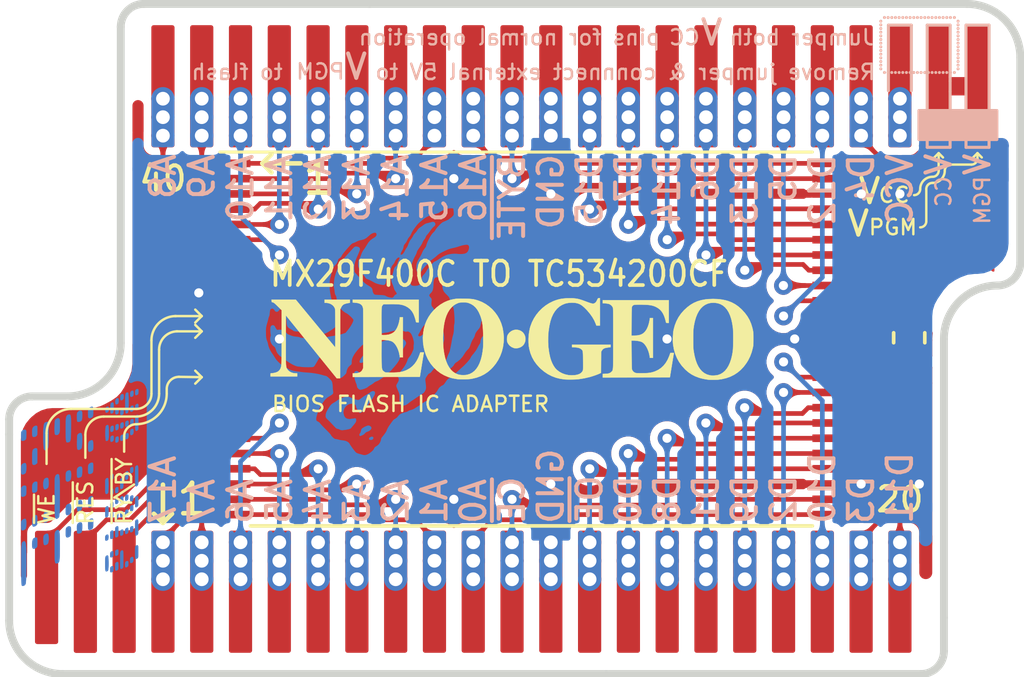
<source format=kicad_pcb>
(kicad_pcb (version 20171130) (host pcbnew "(5.1.3)-3")

  (general
    (thickness 0.3)
    (drawings 318)
    (tracks 353)
    (zones 0)
    (modules 21)
    (nets 49)
  )

  (page A4)
  (layers
    (0 F.Cu signal)
    (31 B.Cu signal)
    (32 B.Adhes user hide)
    (33 F.Adhes user hide)
    (34 B.Paste user hide)
    (35 F.Paste user hide)
    (36 B.SilkS user)
    (37 F.SilkS user)
    (38 B.Mask user)
    (39 F.Mask user)
    (40 Dwgs.User user hide)
    (41 Cmts.User user hide)
    (42 Eco1.User user hide)
    (43 Eco2.User user hide)
    (44 Edge.Cuts user)
    (45 Margin user)
    (46 B.CrtYd user hide)
    (47 F.CrtYd user hide)
    (48 B.Fab user hide)
    (49 F.Fab user hide)
  )

  (setup
    (last_trace_width 0.1524)
    (trace_clearance 0.1524)
    (zone_clearance 0.1524)
    (zone_45_only yes)
    (trace_min 0.1524)
    (via_size 0.6096)
    (via_drill 0.3)
    (via_min_size 0.508)
    (via_min_drill 0.3)
    (uvia_size 0.3)
    (uvia_drill 0.1)
    (uvias_allowed no)
    (uvia_min_size 0.2)
    (uvia_min_drill 0.1)
    (edge_width 0.1)
    (segment_width 0.2)
    (pcb_text_width 0.3)
    (pcb_text_size 1.5 1.5)
    (mod_edge_width 0.15)
    (mod_text_size 1 1)
    (mod_text_width 0.15)
    (pad_size 1.5 0.2025)
    (pad_drill 0)
    (pad_to_mask_clearance 0)
    (aux_axis_origin 145.6 95.7)
    (grid_origin 145.6 95.7)
    (visible_elements 7FFFF77F)
    (pcbplotparams
      (layerselection 0x00000_7fffffff)
      (usegerberextensions false)
      (usegerberattributes false)
      (usegerberadvancedattributes false)
      (creategerberjobfile false)
      (excludeedgelayer false)
      (linewidth 0.050000)
      (plotframeref false)
      (viasonmask false)
      (mode 1)
      (useauxorigin false)
      (hpglpennumber 1)
      (hpglpenspeed 20)
      (hpglpendiameter 15.000000)
      (psnegative false)
      (psa4output false)
      (plotreference false)
      (plotvalue false)
      (plotinvisibletext false)
      (padsonsilk false)
      (subtractmaskfromsilk false)
      (outputformat 4)
      (mirror false)
      (drillshape 2)
      (scaleselection 1)
      (outputdirectory ""))
  )

  (net 0 "")
  (net 1 GND)
  (net 2 VCC)
  (net 3 /A7)
  (net 4 /A6)
  (net 5 /A5)
  (net 6 /A4)
  (net 7 /A3)
  (net 8 /A2)
  (net 9 /A1)
  (net 10 /A0)
  (net 11 /~CE)
  (net 12 /~OE)
  (net 13 /~BYTE)
  (net 14 /A8)
  (net 15 /A9)
  (net 16 /A10)
  (net 17 /A11)
  (net 18 /A12)
  (net 19 /A13)
  (net 20 /A14)
  (net 21 /A15)
  (net 22 /D0)
  (net 23 /D8)
  (net 24 /D1)
  (net 25 /D9)
  (net 26 /D2)
  (net 27 /D10)
  (net 28 /D3)
  (net 29 /D11)
  (net 30 /D4)
  (net 31 /D12)
  (net 32 /D5)
  (net 33 /D13)
  (net 34 /D6)
  (net 35 /D14)
  (net 36 /D7)
  (net 37 /D15)
  (net 38 VPP)
  (net 39 /A17)
  (net 40 /A16)
  (net 41 "Net-(U2-Pad16)")
  (net 42 "Net-(U2-Pad14)")
  (net 43 "Net-(U2-Pad13)")
  (net 44 "Net-(U2-Pad10)")
  (net 45 "Net-(U2-Pad9)")
  (net 46 /~RY\BY)
  (net 47 /~WE)
  (net 48 /~RESET)

  (net_class Default "This is the default net class."
    (clearance 0.1524)
    (trace_width 0.1524)
    (via_dia 0.6096)
    (via_drill 0.3)
    (uvia_dia 0.3)
    (uvia_drill 0.1)
    (add_net /A0)
    (add_net /A1)
    (add_net /A10)
    (add_net /A11)
    (add_net /A12)
    (add_net /A13)
    (add_net /A14)
    (add_net /A15)
    (add_net /A16)
    (add_net /A17)
    (add_net /A2)
    (add_net /A3)
    (add_net /A4)
    (add_net /A5)
    (add_net /A6)
    (add_net /A7)
    (add_net /A8)
    (add_net /A9)
    (add_net /D0)
    (add_net /D1)
    (add_net /D10)
    (add_net /D11)
    (add_net /D12)
    (add_net /D13)
    (add_net /D14)
    (add_net /D15)
    (add_net /D2)
    (add_net /D3)
    (add_net /D4)
    (add_net /D5)
    (add_net /D6)
    (add_net /D7)
    (add_net /D8)
    (add_net /D9)
    (add_net /~BYTE)
    (add_net /~CE)
    (add_net /~OE)
    (add_net /~RESET)
    (add_net /~RY\BY)
    (add_net /~WE)
    (add_net GND)
    (add_net "Net-(U2-Pad10)")
    (add_net "Net-(U2-Pad13)")
    (add_net "Net-(U2-Pad14)")
    (add_net "Net-(U2-Pad16)")
    (add_net "Net-(U2-Pad9)")
    (add_net VCC)
    (add_net VPP)
  )

  (module Jumper:SolderJumper-2_P1.3mm_Bridged_Pad1.0x1.5mm (layer F.Cu) (tedit 5DE17873) (tstamp 5D049AAB)
    (at 55.131 46.055 180)
    (descr "SMD Solder Jumper, 1x1.5mm Pads, 0.3mm gap, bridged with 1 copper strip")
    (tags "solder jumper open")
    (path /5D0BDA1D)
    (attr virtual)
    (fp_text reference JP1 (at -0.31 -4.85 180) (layer F.SilkS) hide
      (effects (font (size 1 1) (thickness 0.15)))
    )
    (fp_text value PGM_Power (at -1.98 -5.01 180) (layer F.Fab)
      (effects (font (size 1 1) (thickness 0.15)))
    )
    (fp_poly (pts (xy -0.275 -0.3) (xy 0.275 -0.3) (xy 0.275 0.3) (xy -0.275 0.3)) (layer F.Cu) (width 0))
    (pad 2 smd rect (at 0.635 0 180) (size 0.75 4) (layers F.Cu F.Mask)
      (net 2 VCC))
    (pad 1 smd rect (at -0.635 0 180) (size 0.75 4) (layers F.Cu F.Mask)
      (net 38 VPP))
    (model "C:/Users/mbudzianowski/kicad/modules/packages3d/connectors_4/Pin header jumper.stp"
      (offset (xyz 0.6 0 0.75))
      (scale (xyz 0.5 0.5 0.375))
      (rotate (xyz 0 0 0))
    )
    (model ${KISYS3DMOD}/Connector_PinHeader_1.27mm.3dshapes/PinHeader_1x02_P1.27mm_Vertical_SMD_Pin1Left.step
      (at (xyz 0 0 0))
      (scale (xyz 0.7 1 0.8))
      (rotate (xyz 0 0 90))
    )
  )

  (module ad2019_test (layer B.Cu) (tedit 5DE17166) (tstamp 5DE1B3AE)
    (at 27.805 58.035 270)
    (fp_text reference G*** (at -0.3 3.4 90) (layer B.SilkS) hide
      (effects (font (size 1.524 1.524) (thickness 0.3)) (justify mirror))
    )
    (fp_text value LOGO (at 0.75 -4.1 90) (layer B.SilkS) hide
      (effects (font (size 1.524 1.524) (thickness 0.3)) (justify mirror))
    )
    (fp_poly (pts (xy -0.557603 0.592834) (xy -0.513657 0.591659) (xy -0.47309 0.589909) (xy -0.437449 0.587594)
      (xy -0.408283 0.584725) (xy -0.387139 0.581314) (xy -0.375568 0.57737) (xy -0.374988 0.57694)
      (xy -0.367654 0.564267) (xy -0.36787 0.547243) (xy -0.374586 0.528828) (xy -0.386749 0.511981)
      (xy -0.402262 0.500191) (xy -0.418435 0.495001) (xy -0.444609 0.49067) (xy -0.479526 0.48724)
      (xy -0.521928 0.484756) (xy -0.570556 0.483259) (xy -0.624153 0.482794) (xy -0.681459 0.483403)
      (xy -0.741218 0.485129) (xy -0.784577 0.487064) (xy -0.819303 0.489053) (xy -0.844523 0.491178)
      (xy -0.862021 0.493847) (xy -0.873577 0.497468) (xy -0.880974 0.50245) (xy -0.885991 0.509201)
      (xy -0.886693 0.510475) (xy -0.888872 0.525434) (xy -0.883144 0.543154) (xy -0.871307 0.560626)
      (xy -0.855159 0.574844) (xy -0.844999 0.580225) (xy -0.829763 0.584042) (xy -0.80552 0.587197)
      (xy -0.773818 0.589701) (xy -0.736204 0.591565) (xy -0.694228 0.5928) (xy -0.649436 0.593415)
      (xy -0.603379 0.593423) (xy -0.557603 0.592834)) (layer B.Mask) (width 0.01))
    (fp_poly (pts (xy -1.33137 0.590662) (xy -1.317977 0.587663) (xy -1.303339 0.5816) (xy -1.296402 0.574069)
      (xy -1.293821 0.561275) (xy -1.293721 0.560132) (xy -1.29679 0.538501) (xy -1.30766 0.516898)
      (xy -1.323735 0.49974) (xy -1.332299 0.494492) (xy -1.347105 0.490254) (xy -1.369477 0.486937)
      (xy -1.395716 0.484795) (xy -1.422119 0.484082) (xy -1.444985 0.485054) (xy -1.453444 0.486163)
      (xy -1.473535 0.490758) (xy -1.484734 0.496892) (xy -1.489432 0.506511) (xy -1.490133 0.516047)
      (xy -1.485973 0.539781) (xy -1.47501 0.561824) (xy -1.459519 0.577984) (xy -1.455015 0.580714)
      (xy -1.437664 0.58636) (xy -1.412871 0.590368) (xy -1.384388 0.592548) (xy -1.35597 0.592709)
      (xy -1.33137 0.590662)) (layer B.Mask) (width 0.01))
    (fp_poly (pts (xy -0.390106 0.427154) (xy -0.366833 0.425236) (xy -0.351651 0.421341) (xy -0.342974 0.414899)
      (xy -0.339218 0.405338) (xy -0.338666 0.397254) (xy -0.343494 0.374724) (xy -0.356095 0.352822)
      (xy -0.37365 0.336073) (xy -0.378656 0.333131) (xy -0.391817 0.328096) (xy -0.409037 0.325076)
      (xy -0.432997 0.323736) (xy -0.454377 0.323611) (xy -0.479799 0.324241) (xy -0.50202 0.325647)
      (xy -0.517912 0.327591) (xy -0.523026 0.328881) (xy -0.535656 0.338846) (xy -0.539071 0.354969)
      (xy -0.533304 0.377465) (xy -0.531437 0.381882) (xy -0.522305 0.39964) (xy -0.511807 0.412188)
      (xy -0.497889 0.420394) (xy -0.478495 0.425127) (xy -0.451569 0.427256) (xy -0.423052 0.427667)
      (xy -0.390106 0.427154)) (layer B.Mask) (width 0.01))
    (fp_poly (pts (xy -0.705717 0.428002) (xy -0.690613 0.425394) (xy -0.672925 0.418789) (xy -0.664541 0.409471)
      (xy -0.663984 0.3947) (xy -0.666944 0.381521) (xy -0.675488 0.359301) (xy -0.688271 0.343174)
      (xy -0.706827 0.332375) (xy -0.73269 0.326137) (xy -0.767395 0.323696) (xy -0.782985 0.323602)
      (xy -0.808231 0.324267) (xy -0.830354 0.325756) (xy -0.846141 0.327811) (xy -0.8509 0.329065)
      (xy -0.860103 0.338074) (xy -0.863003 0.353123) (xy -0.860366 0.37145) (xy -0.852959 0.390294)
      (xy -0.841547 0.406893) (xy -0.826897 0.418487) (xy -0.825952 0.418954) (xy -0.809836 0.42367)
      (xy -0.78612 0.427106) (xy -0.758438 0.429089) (xy -0.730426 0.429445) (xy -0.705717 0.428002)) (layer B.Mask) (width 0.01))
    (fp_poly (pts (xy -1.38494 0.427586) (xy -1.351886 0.427277) (xy -1.327139 0.426638) (xy -1.30921 0.425569)
      (xy -1.296609 0.42397) (xy -1.287844 0.42174) (xy -1.281426 0.418777) (xy -1.279625 0.417659)
      (xy -1.268799 0.408296) (xy -1.265131 0.397362) (xy -1.268417 0.382129) (xy -1.275727 0.365406)
      (xy -1.281694 0.353954) (xy -1.28813 0.344976) (xy -1.296417 0.338159) (xy -1.307936 0.33319)
      (xy -1.324068 0.329756) (xy -1.346196 0.327545) (xy -1.375701 0.326244) (xy -1.413964 0.325541)
      (xy -1.453444 0.325186) (xy -1.491995 0.325027) (xy -1.52723 0.325115) (xy -1.55743 0.325426)
      (xy -1.580878 0.325938) (xy -1.595856 0.326627) (xy -1.6002 0.32715) (xy -1.613156 0.332386)
      (xy -1.618544 0.335832) (xy -1.624403 0.347079) (xy -1.624884 0.364192) (xy -1.620244 0.383254)
      (xy -1.614727 0.394629) (xy -1.607913 0.404218) (xy -1.599608 0.411773) (xy -1.588471 0.417529)
      (xy -1.573157 0.421726) (xy -1.552327 0.424599) (xy -1.524636 0.426386) (xy -1.488743 0.427325)
      (xy -1.443306 0.427652) (xy -1.427792 0.427667) (xy -1.38494 0.427586)) (layer B.Mask) (width 0.01))
    (fp_poly (pts (xy -0.366602 0.263818) (xy -0.346339 0.263138) (xy -0.333211 0.26164) (xy -0.325143 0.259026)
      (xy -0.320057 0.254997) (xy -0.318301 0.252799) (xy -0.312762 0.236431) (xy -0.315343 0.216571)
      (xy -0.324925 0.196217) (xy -0.340391 0.178366) (xy -0.348294 0.172387) (xy -0.362072 0.167268)
      (xy -0.383822 0.163403) (xy -0.410288 0.160921) (xy -0.438209 0.159951) (xy -0.464327 0.160623)
      (xy -0.485383 0.163064) (xy -0.496661 0.166517) (xy -0.508508 0.176088) (xy -0.512518 0.189415)
      (xy -0.509043 0.20861) (xy -0.505418 0.218979) (xy -0.497717 0.236017) (xy -0.488407 0.248185)
      (xy -0.475565 0.256273) (xy -0.457267 0.261073) (xy -0.431589 0.263378) (xy -0.396607 0.263978)
      (xy -0.396075 0.263978) (xy -0.366602 0.263818)) (layer B.Mask) (width 0.01))
    (fp_poly (pts (xy -0.773002 0.263818) (xy -0.752739 0.263138) (xy -0.739611 0.26164) (xy -0.731543 0.259026)
      (xy -0.726457 0.254997) (xy -0.724701 0.252799) (xy -0.719162 0.236431) (xy -0.721743 0.216571)
      (xy -0.731325 0.196217) (xy -0.746791 0.178366) (xy -0.754694 0.172387) (xy -0.768472 0.167268)
      (xy -0.790222 0.163403) (xy -0.816688 0.160921) (xy -0.844609 0.159951) (xy -0.870727 0.160623)
      (xy -0.891783 0.163064) (xy -0.903061 0.166517) (xy -0.914908 0.176088) (xy -0.918918 0.189415)
      (xy -0.915443 0.20861) (xy -0.911818 0.218979) (xy -0.904117 0.236017) (xy -0.894807 0.248185)
      (xy -0.881965 0.256273) (xy -0.863667 0.261073) (xy -0.837989 0.263378) (xy -0.803007 0.263978)
      (xy -0.802475 0.263978) (xy -0.773002 0.263818)) (layer B.Mask) (width 0.01))
    (fp_poly (pts (xy -1.287106 0.26559) (xy -1.261892 0.261983) (xy -1.246097 0.255017) (xy -1.238883 0.244049)
      (xy -1.239411 0.228435) (xy -1.246562 0.208163) (xy -1.256131 0.189948) (xy -1.267462 0.177154)
      (xy -1.282701 0.168786) (xy -1.303996 0.163848) (xy -1.333493 0.161344) (xy -1.348693 0.160783)
      (xy -1.382446 0.160562) (xy -1.406123 0.162187) (xy -1.4208 0.165742) (xy -1.4224 0.166504)
      (xy -1.434465 0.178517) (xy -1.437812 0.196313) (xy -1.43234 0.218388) (xy -1.426525 0.230111)
      (xy -1.41587 0.244893) (xy -1.40227 0.255204) (xy -1.383676 0.26176) (xy -1.35804 0.265279)
      (xy -1.323314 0.266477) (xy -1.322578 0.266482) (xy -1.287106 0.26559)) (layer B.Mask) (width 0.01))
    (fp_poly (pts (xy -1.646399 0.266717) (xy -1.611763 0.265517) (xy -1.587318 0.261561) (xy -1.572152 0.254125)
      (xy -1.565351 0.242481) (xy -1.566001 0.225904) (xy -1.571737 0.207377) (xy -1.579881 0.189864)
      (xy -1.59009 0.17747) (xy -1.604376 0.169284) (xy -1.624753 0.164391) (xy -1.653233 0.161879)
      (xy -1.673577 0.161169) (xy -1.700074 0.161007) (xy -1.723318 0.161737) (xy -1.740415 0.163218)
      (xy -1.747581 0.164786) (xy -1.760137 0.174533) (xy -1.764269 0.190124) (xy -1.761185 0.209917)
      (xy -1.752054 0.232069) (xy -1.737461 0.248176) (xy -1.716092 0.258886) (xy -1.686635 0.26485)
      (xy -1.647775 0.266718) (xy -1.646399 0.266717)) (layer B.Mask) (width 0.01))
    (fp_poly (pts (xy -0.421518 0.102771) (xy -0.402339 0.101517) (xy -0.389572 0.098999) (xy -0.380785 0.094867)
      (xy -0.37799 0.092806) (xy -0.369054 0.079237) (xy -0.368435 0.061938) (xy -0.374914 0.04322)
      (xy -0.387273 0.025396) (xy -0.404294 0.010781) (xy -0.424759 0.001686) (xy -0.426155 0.001346)
      (xy -0.449297 -0.002139) (xy -0.476951 -0.00359) (xy -0.505363 -0.003095) (xy -0.530778 -0.000742)
      (xy -0.549443 0.003381) (xy -0.551744 0.004282) (xy -0.564583 0.012524) (xy -0.569665 0.023919)
      (xy -0.567194 0.040356) (xy -0.557994 0.062443) (xy -0.548501 0.078433) (xy -0.53669 0.089733)
      (xy -0.520573 0.097089) (xy -0.498163 0.101245) (xy -0.467471 0.102947) (xy -0.44954 0.103111)
      (xy -0.421518 0.102771)) (layer B.Mask) (width 0.01))
    (fp_poly (pts (xy -0.827918 0.102771) (xy -0.808739 0.101517) (xy -0.795972 0.098999) (xy -0.787185 0.094867)
      (xy -0.78439 0.092806) (xy -0.775992 0.083679) (xy -0.774063 0.072487) (xy -0.775523 0.061927)
      (xy -0.785225 0.036824) (xy -0.802632 0.016091) (xy -0.824965 0.002879) (xy -0.828685 0.001708)
      (xy -0.845919 -0.001163) (xy -0.870177 -0.002873) (xy -0.897476 -0.003397) (xy -0.923833 -0.00271)
      (xy -0.945265 -0.000786) (xy -0.95386 0.000905) (xy -0.968398 0.009691) (xy -0.974209 0.025028)
      (xy -0.971143 0.046129) (xy -0.965237 0.060701) (xy -0.955595 0.077299) (xy -0.943999 0.089029)
      (xy -0.928422 0.096678) (xy -0.906838 0.101033) (xy -0.87722 0.10288) (xy -0.85594 0.103111)
      (xy -0.827918 0.102771)) (layer B.Mask) (width 0.01))
    (fp_poly (pts (xy -1.246538 0.101278) (xy -1.229234 0.097701) (xy -1.218938 0.091491) (xy -1.214254 0.082242)
      (xy -1.213555 0.074804) (xy -1.217456 0.0531) (xy -1.22757 0.031441) (xy -1.241512 0.0141)
      (xy -1.251203 0.007309) (xy -1.265166 0.003421) (xy -1.287036 0.000426) (xy -1.313458 -0.00155)
      (xy -1.341076 -0.002383) (xy -1.366534 -0.001947) (xy -1.386477 -0.000118) (xy -1.395103 0.001957)
      (xy -1.407328 0.009134) (xy -1.413497 0.016522) (xy -1.414207 0.030996) (xy -1.40899 0.049895)
      (xy -1.399398 0.069187) (xy -1.387384 0.084457) (xy -1.379575 0.091361) (xy -1.371667 0.095981)
      (xy -1.361165 0.098872) (xy -1.345571 0.100588) (xy -1.322391 0.101685) (xy -1.30776 0.102157)
      (xy -1.272248 0.102628) (xy -1.246538 0.101278)) (layer B.Mask) (width 0.01))
    (fp_poly (pts (xy -1.748286 0.102322) (xy -1.724835 0.099498) (xy -1.709959 0.093951) (xy -1.702342 0.084998)
      (xy -1.700667 0.07195) (xy -1.702014 0.06162) (xy -1.711865 0.035717) (xy -1.729457 0.015023)
      (xy -1.752375 0.0023) (xy -1.754374 0.001708) (xy -1.770454 -0.000931) (xy -1.793802 -0.002635)
      (xy -1.82043 -0.003346) (xy -1.846351 -0.003008) (xy -1.867577 -0.001562) (xy -1.876777 -0.000049)
      (xy -1.89315 0.007025) (xy -1.900911 0.01879) (xy -1.900316 0.036373) (xy -1.891621 0.0609)
      (xy -1.890945 0.062402) (xy -1.881778 0.078335) (xy -1.869786 0.089653) (xy -1.853075 0.097062)
      (xy -1.829753 0.101267) (xy -1.797927 0.102971) (xy -1.781629 0.103111) (xy -1.748286 0.102322)) (layer B.Mask) (width 0.01))
    (fp_poly (pts (xy -0.470079 -0.058946) (xy -0.447584 -0.061518) (xy -0.433427 -0.066684) (xy -0.426161 -0.075147)
      (xy -0.424343 -0.087612) (xy -0.425073 -0.095923) (xy -0.433753 -0.12406) (xy -0.450699 -0.145895)
      (xy -0.465712 -0.155885) (xy -0.478864 -0.159593) (xy -0.499885 -0.162655) (xy -0.525362 -0.164854)
      (xy -0.551884 -0.165971) (xy -0.576038 -0.165786) (xy -0.594201 -0.164118) (xy -0.611693 -0.156192)
      (xy -0.621523 -0.141306) (xy -0.62219 -0.12196) (xy -0.621412 -0.118846) (xy -0.61266 -0.096167)
      (xy -0.600254 -0.079635) (xy -0.582573 -0.068424) (xy -0.557997 -0.061711) (xy -0.524904 -0.058669)
      (xy -0.502355 -0.058263) (xy -0.470079 -0.058946)) (layer B.Mask) (width 0.01))
    (fp_poly (pts (xy -0.889866 -0.058891) (xy -0.866018 -0.060449) (xy -0.848381 -0.063274) (xy -0.842433 -0.065399)
      (xy -0.832629 -0.076307) (xy -0.830089 -0.092466) (xy -0.83397 -0.111273) (xy -0.843426 -0.130127)
      (xy -0.857611 -0.146426) (xy -0.871815 -0.155885) (xy -0.885137 -0.159601) (xy -0.906312 -0.162667)
      (xy -0.931913 -0.164864) (xy -0.958512 -0.165973) (xy -0.982681 -0.165774) (xy -1.000601 -0.164118)
      (xy -1.018366 -0.156371) (xy -1.027847 -0.141843) (xy -1.028044 -0.122378) (xy -1.026388 -0.11655)
      (xy -1.015846 -0.092044) (xy -1.00312 -0.076203) (xy -0.98599 -0.066404) (xy -0.983082 -0.065354)
      (xy -0.966533 -0.061832) (xy -0.943338 -0.059582) (xy -0.916711 -0.058602) (xy -0.889866 -0.058891)) (layer B.Mask) (width 0.01))
    (fp_poly (pts (xy -1.57694 -0.057142) (xy -1.523375 -0.057714) (xy -1.471775 -0.058742) (xy -1.423586 -0.060221)
      (xy -1.380256 -0.062145) (xy -1.34323 -0.064509) (xy -1.313957 -0.067307) (xy -1.293883 -0.070533)
      (xy -1.288344 -0.072084) (xy -1.27438 -0.080875) (xy -1.269753 -0.094563) (xy -1.274234 -0.114104)
      (xy -1.276756 -0.120031) (xy -1.286716 -0.134088) (xy -1.303036 -0.144964) (xy -1.326964 -0.153102)
      (xy -1.359752 -0.158947) (xy -1.396341 -0.162503) (xy -1.425034 -0.16403) (xy -1.46293 -0.165209)
      (xy -1.50795 -0.166044) (xy -1.558012 -0.166538) (xy -1.611038 -0.166695) (xy -1.664945 -0.166517)
      (xy -1.717656 -0.166007) (xy -1.767089 -0.16517) (xy -1.811164 -0.164008) (xy -1.847801 -0.162524)
      (xy -1.860816 -0.161784) (xy -1.895325 -0.159202) (xy -1.920101 -0.156143) (xy -1.936698 -0.152006)
      (xy -1.946673 -0.146187) (xy -1.951579 -0.138083) (xy -1.952971 -0.127091) (xy -1.952977 -0.126051)
      (xy -1.947755 -0.103143) (xy -1.9326 -0.084687) (xy -1.908283 -0.071545) (xy -1.902574 -0.069685)
      (xy -1.885376 -0.066401) (xy -1.858568 -0.063618) (xy -1.823598 -0.061331) (xy -1.781911 -0.059535)
      (xy -1.734955 -0.058224) (xy -1.684177 -0.057392) (xy -1.631023 -0.057033) (xy -1.57694 -0.057142)) (layer B.Mask) (width 0.01))
    (fp_poly (pts (xy -0.615785 -0.220964) (xy -0.590924 -0.22395) (xy -0.572851 -0.228641) (xy -0.569935 -0.229993)
      (xy -0.560965 -0.240375) (xy -0.559112 -0.256021) (xy -0.563417 -0.274308) (xy -0.572918 -0.292614)
      (xy -0.586654 -0.308317) (xy -0.602276 -0.318241) (xy -0.620903 -0.323339) (xy -0.646573 -0.32699)
      (xy -0.675103 -0.328913) (xy -0.702306 -0.328829) (xy -0.723998 -0.326458) (xy -0.724283 -0.326399)
      (xy -0.745917 -0.319607) (xy -0.757484 -0.309601) (xy -0.760072 -0.294912) (xy -0.757324 -0.281718)
      (xy -0.746683 -0.255674) (xy -0.731815 -0.238453) (xy -0.710226 -0.227722) (xy -0.695564 -0.223942)
      (xy -0.671658 -0.220789) (xy -0.643881 -0.219853) (xy -0.615785 -0.220964)) (layer B.Mask) (width 0.01))
    (fp_poly (pts (xy -0.92497 -0.222138) (xy -0.911577 -0.225137) (xy -0.896939 -0.2312) (xy -0.890002 -0.238731)
      (xy -0.887421 -0.251525) (xy -0.887321 -0.252668) (xy -0.890392 -0.274303) (xy -0.901283 -0.29594)
      (xy -0.917416 -0.313188) (xy -0.925912 -0.318449) (xy -0.940639 -0.322728) (xy -0.962948 -0.326057)
      (xy -0.989154 -0.328186) (xy -1.01557 -0.328863) (xy -1.038511 -0.327838) (xy -1.047044 -0.326697)
      (xy -1.067129 -0.322056) (xy -1.078326 -0.315916) (xy -1.083027 -0.306323) (xy -1.083733 -0.296753)
      (xy -1.079573 -0.273019) (xy -1.06861 -0.250976) (xy -1.053119 -0.234816) (xy -1.048615 -0.232086)
      (xy -1.031264 -0.22644) (xy -1.006471 -0.222432) (xy -0.977988 -0.220252) (xy -0.94957 -0.220091)
      (xy -0.92497 -0.222138)) (layer B.Mask) (width 0.01))
    (fp_poly (pts (xy -1.376892 -0.221736) (xy -1.358003 -0.222788) (xy -1.345565 -0.225) (xy -1.337165 -0.228738)
      (xy -1.332467 -0.23239) (xy -1.323917 -0.243817) (xy -1.323522 -0.258069) (xy -1.324017 -0.260613)
      (xy -1.332836 -0.285424) (xy -1.346808 -0.305756) (xy -1.363662 -0.318447) (xy -1.366333 -0.319508)
      (xy -1.384984 -0.323796) (xy -1.410632 -0.326917) (xy -1.439023 -0.328619) (xy -1.465903 -0.328647)
      (xy -1.487016 -0.326749) (xy -1.487311 -0.326697) (xy -1.503684 -0.322959) (xy -1.515878 -0.318785)
      (xy -1.517589 -0.317881) (xy -1.52233 -0.309015) (xy -1.522641 -0.293726) (xy -1.519049 -0.275735)
      (xy -1.512081 -0.258762) (xy -1.508383 -0.252977) (xy -1.496541 -0.239817) (xy -1.482366 -0.230766)
      (xy -1.463627 -0.225144) (xy -1.438089 -0.222275) (xy -1.404648 -0.22148) (xy -1.376892 -0.221736)) (layer B.Mask) (width 0.01))
    (fp_poly (pts (xy -1.855874 -0.222393) (xy -1.835276 -0.225162) (xy -1.824566 -0.228705) (xy -1.815031 -0.239895)
      (xy -1.812559 -0.256396) (xy -1.816318 -0.27545) (xy -1.825477 -0.2943) (xy -1.839205 -0.310187)
      (xy -1.851588 -0.318308) (xy -1.866394 -0.322546) (xy -1.888766 -0.325863) (xy -1.915005 -0.328005)
      (xy -1.941408 -0.328718) (xy -1.964274 -0.327746) (xy -1.972733 -0.326637) (xy -1.992729 -0.322071)
      (xy -2.003879 -0.315852) (xy -2.008615 -0.305832) (xy -2.009422 -0.294209) (xy -2.004507 -0.266976)
      (xy -1.990712 -0.244548) (xy -1.974049 -0.231658) (xy -1.959099 -0.226935) (xy -1.936593 -0.223583)
      (xy -1.909745 -0.221667) (xy -1.881768 -0.221249) (xy -1.855874 -0.222393)) (layer B.Mask) (width 0.01))
    (fp_poly (pts (xy -0.893716 -0.385241) (xy -0.843822 -0.385632) (xy -0.803241 -0.386403) (xy -0.770986 -0.387653)
      (xy -0.74607 -0.389481) (xy -0.727506 -0.391985) (xy -0.714306 -0.395263) (xy -0.705485 -0.399415)
      (xy -0.700054 -0.404538) (xy -0.697026 -0.410731) (xy -0.697015 -0.410765) (xy -0.697296 -0.426007)
      (xy -0.704773 -0.444166) (xy -0.717409 -0.461664) (xy -0.733164 -0.474926) (xy -0.733777 -0.475287)
      (xy -0.739511 -0.478317) (xy -0.745979 -0.48077) (xy -0.754389 -0.482713) (xy -0.765947 -0.484214)
      (xy -0.781859 -0.485341) (xy -0.803331 -0.486161) (xy -0.83157 -0.486744) (xy -0.867781 -0.487155)
      (xy -0.913172 -0.487464) (xy -0.953911 -0.487669) (xy -1.001614 -0.487759) (xy -1.04677 -0.48759)
      (xy -1.087878 -0.487188) (xy -1.123435 -0.486578) (xy -1.15194 -0.485783) (xy -1.171891 -0.484829)
      (xy -1.180816 -0.483945) (xy -1.201134 -0.47977) (xy -1.212676 -0.474915) (xy -1.21788 -0.46743)
      (xy -1.219189 -0.455368) (xy -1.2192 -0.453295) (xy -1.213844 -0.431043) (xy -1.198889 -0.410477)
      (xy -1.177779 -0.394898) (xy -1.172153 -0.392326) (xy -1.164858 -0.390244) (xy -1.154731 -0.388601)
      (xy -1.140607 -0.387348) (xy -1.121322 -0.386432) (xy -1.095713 -0.385804) (xy -1.062614 -0.385413)
      (xy -1.020862 -0.385207) (xy -0.969292 -0.385136) (xy -0.953911 -0.385133) (xy -0.893716 -0.385241)) (layer B.Mask) (width 0.01))
    (fp_poly (pts (xy -1.454904 -0.383182) (xy -1.429245 -0.384528) (xy -1.407021 -0.387049) (xy -1.391267 -0.390619)
      (xy -1.386295 -0.393115) (xy -1.378748 -0.404727) (xy -1.378896 -0.421586) (xy -1.386793 -0.445051)
      (xy -1.388476 -0.448846) (xy -1.397643 -0.464779) (xy -1.409636 -0.476097) (xy -1.426347 -0.483506)
      (xy -1.449669 -0.487711) (xy -1.481495 -0.489415) (xy -1.497793 -0.489555) (xy -1.525815 -0.489215)
      (xy -1.544994 -0.487961) (xy -1.557761 -0.485443) (xy -1.566547 -0.481311) (xy -1.569343 -0.47925)
      (xy -1.57833 -0.465631) (xy -1.57897 -0.448263) (xy -1.572447 -0.429448) (xy -1.559943 -0.411487)
      (xy -1.54264 -0.396682) (xy -1.522177 -0.387457) (xy -1.504403 -0.38452) (xy -1.480968 -0.383137)
      (xy -1.454904 -0.383182)) (layer B.Mask) (width 0.01))
    (fp_poly (pts (xy -1.90598 -0.384974) (xy -1.8923 -0.387562) (xy -1.87736 -0.392311) (xy -1.870411 -0.398108)
      (xy -1.86842 -0.408424) (xy -1.868332 -0.414984) (xy -1.873254 -0.440545) (xy -1.886483 -0.463098)
      (xy -1.905792 -0.479141) (xy -1.910586 -0.481428) (xy -1.925679 -0.485113) (xy -1.948413 -0.487668)
      (xy -1.975358 -0.489038) (xy -2.00308 -0.489166) (xy -2.028149 -0.487998) (xy -2.047133 -0.485478)
      (xy -2.053166 -0.483735) (xy -2.062766 -0.474586) (xy -2.065898 -0.459478) (xy -2.063283 -0.441155)
      (xy -2.055644 -0.422359) (xy -2.043705 -0.405835) (xy -2.029827 -0.395144) (xy -2.013011 -0.389634)
      (xy -1.988601 -0.385662) (xy -1.960215 -0.383428) (xy -1.931469 -0.383133) (xy -1.90598 -0.384974)) (layer B.Mask) (width 0.01))
    (fp_poly (pts (xy 3.704478 0.599635) (xy 3.753861 0.598508) (xy 3.797967 0.596611) (xy 3.835515 0.594006)
      (xy 3.865219 0.590762) (xy 3.885796 0.586942) (xy 3.89389 0.584065) (xy 3.903195 0.573562)
      (xy 3.905083 0.558112) (xy 3.900399 0.540462) (xy 3.889989 0.523356) (xy 3.8747 0.509539)
      (xy 3.870094 0.506858) (xy 3.853912 0.501665) (xy 3.827712 0.497331) (xy 3.792732 0.493897)
      (xy 3.750213 0.491407) (xy 3.701396 0.489904) (xy 3.64752 0.48943) (xy 3.589825 0.490029)
      (xy 3.529552 0.491742) (xy 3.48671 0.493617) (xy 3.451696 0.49576) (xy 3.426271 0.4983)
      (xy 3.408739 0.501483) (xy 3.397401 0.505557) (xy 3.394987 0.506968) (xy 3.385143 0.51479)
      (xy 3.381509 0.523265) (xy 3.383835 0.535526) (xy 3.391276 0.553397) (xy 3.397338 0.565107)
      (xy 3.40459 0.574502) (xy 3.414294 0.581866) (xy 3.427711 0.587482) (xy 3.446102 0.591635)
      (xy 3.470728 0.59461) (xy 3.50285 0.59669) (xy 3.54373 0.59816) (xy 3.594628 0.599303)
      (xy 3.595023 0.599311) (xy 3.651104 0.599924) (xy 3.704478 0.599635)) (layer B.Mask) (width 0.01))
    (fp_poly (pts (xy 2.840441 0.598819) (xy 2.865192 0.596606) (xy 2.883233 0.592944) (xy 2.885282 0.592214)
      (xy 2.895735 0.582654) (xy 2.898423 0.56607) (xy 2.893233 0.543734) (xy 2.890186 0.536244)
      (xy 2.879253 0.516943) (xy 2.865744 0.505254) (xy 2.858667 0.501805) (xy 2.8391 0.496362)
      (xy 2.812582 0.492492) (xy 2.783382 0.490498) (xy 2.755765 0.490683) (xy 2.735273 0.493068)
      (xy 2.713759 0.499708) (xy 2.70225 0.509479) (xy 2.699551 0.524104) (xy 2.702771 0.539924)
      (xy 2.713176 0.564983) (xy 2.728354 0.581654) (xy 2.750794 0.59218) (xy 2.764633 0.595657)
      (xy 2.786293 0.598455) (xy 2.812852 0.599472) (xy 2.840441 0.598819)) (layer B.Mask) (width 0.01))
    (fp_poly (pts (xy 2.026963 0.598012) (xy 2.059732 0.597059) (xy 2.087419 0.595597) (xy 2.10805 0.593626)
      (xy 2.119646 0.591143) (xy 2.120411 0.590768) (xy 2.130635 0.579321) (xy 2.133243 0.563069)
      (xy 2.129191 0.544555) (xy 2.119432 0.526324) (xy 2.104918 0.51092) (xy 2.086744 0.500934)
      (xy 2.072654 0.498163) (xy 2.049548 0.495718) (xy 2.019695 0.493672) (xy 1.985364 0.492097)
      (xy 1.948825 0.491067) (xy 1.912348 0.490653) (xy 1.878202 0.490929) (xy 1.848657 0.491968)
      (xy 1.835361 0.492876) (xy 1.806454 0.496335) (xy 1.787369 0.501534) (xy 1.776665 0.509463)
      (xy 1.7729 0.52111) (xy 1.774118 0.534871) (xy 1.784365 0.561512) (xy 1.803267 0.581331)
      (xy 1.821344 0.590558) (xy 1.834337 0.593127) (xy 1.856084 0.595196) (xy 1.884609 0.596765)
      (xy 1.917936 0.597833) (xy 1.954089 0.598398) (xy 1.99109 0.598458) (xy 2.026963 0.598012)) (layer B.Mask) (width 0.01))
    (fp_poly (pts (xy 1.165836 0.597763) (xy 1.218273 0.597371) (xy 1.261201 0.596488) (xy 1.295508 0.594971)
      (xy 1.322083 0.592672) (xy 1.341816 0.589449) (xy 1.355595 0.585156) (xy 1.364308 0.579648)
      (xy 1.368845 0.572779) (xy 1.370095 0.564407) (xy 1.36896 0.554458) (xy 1.358902 0.529748)
      (xy 1.340149 0.510653) (xy 1.316706 0.499808) (xy 1.303546 0.497793) (xy 1.280885 0.495967)
      (xy 1.250507 0.494361) (xy 1.214199 0.493009) (xy 1.173747 0.491942) (xy 1.130936 0.491193)
      (xy 1.087551 0.490795) (xy 1.04538 0.49078) (xy 1.006207 0.491179) (xy 0.971819 0.492027)
      (xy 0.947778 0.493118) (xy 0.912731 0.495443) (xy 0.887311 0.497907) (xy 0.869862 0.500957)
      (xy 0.858725 0.50504) (xy 0.852244 0.510603) (xy 0.848762 0.518093) (xy 0.848252 0.519972)
      (xy 0.848461 0.540854) (xy 0.858444 0.560969) (xy 0.87678 0.578089) (xy 0.889999 0.58546)
      (xy 0.897762 0.588778) (xy 0.905733 0.591432) (xy 0.915216 0.593497) (xy 0.927519 0.59505)
      (xy 0.943947 0.596165) (xy 0.965807 0.59692) (xy 0.994406 0.597389) (xy 1.03105 0.597649)
      (xy 1.077045 0.597774) (xy 1.103 0.597809) (xy 1.165836 0.597763)) (layer B.Mask) (width 0.01))
    (fp_poly (pts (xy 3.88225 0.433821) (xy 3.905522 0.431903) (xy 3.920705 0.428008) (xy 3.929382 0.421565)
      (xy 3.933137 0.412004) (xy 3.933689 0.403921) (xy 3.928862 0.381391) (xy 3.91626 0.359489)
      (xy 3.898706 0.34274) (xy 3.893699 0.339798) (xy 3.877823 0.33493) (xy 3.854415 0.331602)
      (xy 3.826881 0.329875) (xy 3.798631 0.329809) (xy 3.773072 0.331466) (xy 3.753613 0.334906)
      (xy 3.747472 0.337192) (xy 3.735867 0.345929) (xy 3.73199 0.35786) (xy 3.735557 0.375181)
      (xy 3.740882 0.388466) (xy 3.750024 0.406254) (xy 3.760521 0.418823) (xy 3.774428 0.427044)
      (xy 3.793803 0.431786) (xy 3.820702 0.43392) (xy 3.849303 0.434333) (xy 3.88225 0.433821)) (layer B.Mask) (width 0.01))
    (fp_poly (pts (xy 3.402877 0.435375) (xy 3.421487 0.431966) (xy 3.421738 0.431884) (xy 3.438063 0.424023)
      (xy 3.445364 0.41277) (xy 3.444816 0.3956) (xy 3.442741 0.386795) (xy 3.430337 0.361421)
      (xy 3.409262 0.342529) (xy 3.395688 0.335932) (xy 3.381714 0.333018) (xy 3.36029 0.331203)
      (xy 3.334693 0.330467) (xy 3.308198 0.330788) (xy 3.284082 0.332146) (xy 3.265621 0.33452)
      (xy 3.257767 0.3368) (xy 3.248759 0.346688) (xy 3.246201 0.3624) (xy 3.24933 0.381073)
      (xy 3.257385 0.399845) (xy 3.269605 0.415854) (xy 3.281044 0.424324) (xy 3.297297 0.429639)
      (xy 3.321192 0.433594) (xy 3.349144 0.435997) (xy 3.377568 0.436655) (xy 3.402877 0.435375)) (layer B.Mask) (width 0.01))
    (fp_poly (pts (xy 2.758522 0.434073) (xy 2.790023 0.433092) (xy 2.812883 0.431094) (xy 2.828421 0.427783)
      (xy 2.837956 0.422861) (xy 2.842808 0.41603) (xy 2.844296 0.406995) (xy 2.844311 0.405688)
      (xy 2.840833 0.388029) (xy 2.832036 0.368099) (xy 2.820371 0.35046) (xy 2.809015 0.340061)
      (xy 2.797884 0.337005) (xy 2.777831 0.334509) (xy 2.751202 0.332604) (xy 2.72034 0.33132)
      (xy 2.687591 0.330688) (xy 2.655298 0.330738) (xy 2.625807 0.331501) (xy 2.601462 0.333008)
      (xy 2.584608 0.335288) (xy 2.579023 0.337064) (xy 2.568065 0.348514) (xy 2.564746 0.365121)
      (xy 2.568454 0.384337) (xy 2.578575 0.403613) (xy 2.594498 0.420401) (xy 2.600015 0.424377)
      (xy 2.606912 0.428006) (xy 2.61604 0.430648) (xy 2.62915 0.432453) (xy 2.647992 0.433569)
      (xy 2.674319 0.434145) (xy 2.709879 0.43433) (xy 2.717059 0.434333) (xy 2.758522 0.434073)) (layer B.Mask) (width 0.01))
    (fp_poly (pts (xy 2.109894 0.433821) (xy 2.133167 0.431903) (xy 2.148349 0.428008) (xy 2.157026 0.421565)
      (xy 2.160782 0.412004) (xy 2.161334 0.403921) (xy 2.156506 0.381391) (xy 2.143905 0.359489)
      (xy 2.12635 0.34274) (xy 2.121344 0.339798) (xy 2.108183 0.334762) (xy 2.090963 0.331743)
      (xy 2.067003 0.330403) (xy 2.045623 0.330278) (xy 2.020201 0.330907) (xy 1.99798 0.332314)
      (xy 1.982088 0.334258) (xy 1.976974 0.335548) (xy 1.964344 0.345512) (xy 1.960929 0.361636)
      (xy 1.966696 0.384131) (xy 1.968563 0.388549) (xy 1.977695 0.406307) (xy 1.988193 0.418854)
      (xy 2.002111 0.427061) (xy 2.021505 0.431794) (xy 2.048431 0.433922) (xy 2.076948 0.434333)
      (xy 2.109894 0.433821)) (layer B.Mask) (width 0.01))
    (fp_poly (pts (xy 1.794192 0.434685) (xy 1.80932 0.432079) (xy 1.8273 0.424444) (xy 1.835802 0.413001)
      (xy 1.835226 0.396442) (xy 1.826777 0.375067) (xy 1.81567 0.356784) (xy 1.802091 0.344014)
      (xy 1.783978 0.335905) (xy 1.759269 0.331606) (xy 1.725901 0.330267) (xy 1.718245 0.330278)
      (xy 1.69275 0.330926) (xy 1.670384 0.332383) (xy 1.654306 0.3344) (xy 1.6491 0.335732)
      (xy 1.639897 0.344741) (xy 1.636997 0.359789) (xy 1.639634 0.378117) (xy 1.647041 0.396961)
      (xy 1.658453 0.41356) (xy 1.673103 0.425154) (xy 1.674048 0.42562) (xy 1.690144 0.43033)
      (xy 1.713841 0.433765) (xy 1.741505 0.435751) (xy 1.7695 0.436116) (xy 1.794192 0.434685)) (layer B.Mask) (width 0.01))
    (fp_poly (pts (xy 1.351711 0.435298) (xy 1.371809 0.432163) (xy 1.375948 0.430947) (xy 1.391319 0.421686)
      (xy 1.397384 0.407415) (xy 1.394288 0.387408) (xy 1.387814 0.371767) (xy 1.378222 0.355364)
      (xy 1.366564 0.343771) (xy 1.350825 0.336215) (xy 1.328991 0.331923) (xy 1.299046 0.330121)
      (xy 1.278785 0.329911) (xy 1.250763 0.330251) (xy 1.231584 0.331505) (xy 1.218817 0.334023)
      (xy 1.21003 0.338155) (xy 1.207235 0.340217) (xy 1.198837 0.349344) (xy 1.196908 0.360536)
      (xy 1.198368 0.371095) (xy 1.20807 0.396198) (xy 1.225477 0.416931) (xy 1.24781 0.430144)
      (xy 1.25153 0.431315) (xy 1.271517 0.434813) (xy 1.297552 0.436634) (xy 1.325621 0.436792)
      (xy 1.351711 0.435298)) (layer B.Mask) (width 0.01))
    (fp_poly (pts (xy 0.860957 0.43411) (xy 0.88235 0.431845) (xy 0.896429 0.428114) (xy 0.898933 0.426587)
      (xy 0.907135 0.41317) (xy 0.907778 0.395263) (xy 0.901909 0.375683) (xy 0.890576 0.357244)
      (xy 0.874825 0.342762) (xy 0.865991 0.338038) (xy 0.850899 0.334353) (xy 0.828165 0.331799)
      (xy 0.80122 0.330429) (xy 0.773497 0.330301) (xy 0.748428 0.331469) (xy 0.729445 0.333989)
      (xy 0.723411 0.335732) (xy 0.713804 0.344886) (xy 0.710679 0.360012) (xy 0.713324 0.378383)
      (xy 0.721022 0.397276) (xy 0.73306 0.413964) (xy 0.74675 0.424704) (xy 0.760801 0.429229)
      (xy 0.782174 0.432468) (xy 0.807942 0.434385) (xy 0.835179 0.434944) (xy 0.860957 0.43411)) (layer B.Mask) (width 0.01))
    (fp_poly (pts (xy 3.793756 0.270486) (xy 3.824915 0.269743) (xy 3.847396 0.268018) (xy 3.862501 0.264911)
      (xy 3.871536 0.260024) (xy 3.875804 0.252958) (xy 3.87661 0.243314) (xy 3.87558 0.233043)
      (xy 3.867525 0.20549) (xy 3.851612 0.185975) (xy 3.827458 0.174076) (xy 3.820462 0.172322)
      (xy 3.803756 0.170111) (xy 3.778824 0.168478) (xy 3.748553 0.16744) (xy 3.71583 0.167014)
      (xy 3.683542 0.167217) (xy 3.654577 0.168065) (xy 3.631822 0.169576) (xy 3.620546 0.171157)
      (xy 3.604529 0.179099) (xy 3.597209 0.193439) (xy 3.598953 0.212953) (xy 3.604076 0.225783)
      (xy 3.611883 0.240376) (xy 3.619978 0.251412) (xy 3.629997 0.259386) (xy 3.643578 0.264793)
      (xy 3.66236 0.268127) (xy 3.687979 0.269882) (xy 3.722074 0.270554) (xy 3.752613 0.270645)
      (xy 3.793756 0.270486)) (layer B.Mask) (width 0.01))
    (fp_poly (pts (xy 3.335049 0.270393) (xy 3.35634 0.269482) (xy 3.370368 0.267671) (xy 3.379141 0.264725)
      (xy 3.383864 0.261256) (xy 3.390696 0.247246) (xy 3.38952 0.229447) (xy 3.381683 0.21039)
      (xy 3.36853 0.192606) (xy 3.351407 0.178626) (xy 3.336426 0.172063) (xy 3.319453 0.169147)
      (xy 3.296017 0.167384) (xy 3.269608 0.166774) (xy 3.243718 0.167316) (xy 3.221838 0.16901)
      (xy 3.20746 0.171854) (xy 3.206842 0.172089) (xy 3.195413 0.179619) (xy 3.190553 0.186266)
      (xy 3.189765 0.201295) (xy 3.195306 0.220519) (xy 3.205643 0.24003) (xy 3.217083 0.253946)
      (xy 3.224647 0.260888) (xy 3.231733 0.265578) (xy 3.240655 0.268456) (xy 3.253728 0.269965)
      (xy 3.273264 0.270547) (xy 3.301577 0.270645) (xy 3.304486 0.270645) (xy 3.335049 0.270393)) (layer B.Mask) (width 0.01))
    (fp_poly (pts (xy 2.669104 0.270537) (xy 2.706758 0.270062) (xy 2.735508 0.26899) (xy 2.75655 0.267093)
      (xy 2.771074 0.26414) (xy 2.780275 0.259903) (xy 2.785344 0.254152) (xy 2.787475 0.24666)
      (xy 2.787867 0.238657) (xy 2.783072 0.216427) (xy 2.770635 0.195076) (xy 2.75348 0.179324)
      (xy 2.749906 0.177342) (xy 2.739726 0.175033) (xy 2.720259 0.172952) (xy 2.693502 0.171142)
      (xy 2.661455 0.169643) (xy 2.626117 0.168497) (xy 2.589487 0.167745) (xy 2.553564 0.167429)
      (xy 2.520347 0.16759) (xy 2.491836 0.168269) (xy 2.470029 0.169508) (xy 2.457174 0.171284)
      (xy 2.43917 0.176997) (xy 2.42987 0.183797) (xy 2.426739 0.19385) (xy 2.426623 0.197408)
      (xy 2.431309 0.219761) (xy 2.443478 0.241763) (xy 2.460295 0.258481) (xy 2.462548 0.259932)
      (xy 2.468894 0.263268) (xy 2.476511 0.265835) (xy 2.486872 0.267732) (xy 2.501449 0.269058)
      (xy 2.521715 0.269913) (xy 2.549144 0.270396) (xy 2.585207 0.270606) (xy 2.621356 0.270645)
      (xy 2.669104 0.270537)) (layer B.Mask) (width 0.01))
    (fp_poly (pts (xy 2.133398 0.270484) (xy 2.153661 0.269805) (xy 2.166789 0.268307) (xy 2.174857 0.265693)
      (xy 2.179943 0.261664) (xy 2.181699 0.259466) (xy 2.187238 0.243098) (xy 2.184657 0.223238)
      (xy 2.175075 0.202884) (xy 2.159609 0.185033) (xy 2.151706 0.179054) (xy 2.137928 0.173935)
      (xy 2.116178 0.17007) (xy 2.089712 0.167588) (xy 2.061791 0.166618) (xy 2.035673 0.167289)
      (xy 2.014617 0.16973) (xy 2.003339 0.173183) (xy 1.991492 0.182754) (xy 1.987482 0.196082)
      (xy 1.990957 0.215276) (xy 1.994582 0.225646) (xy 2.002283 0.242684) (xy 2.011593 0.254852)
      (xy 2.024435 0.26294) (xy 2.042733 0.26774) (xy 2.068411 0.270044) (xy 2.103393 0.270645)
      (xy 2.103925 0.270645) (xy 2.133398 0.270484)) (layer B.Mask) (width 0.01))
    (fp_poly (pts (xy 1.638828 0.272349) (xy 1.662947 0.271179) (xy 1.680219 0.268789) (xy 1.681556 0.268446)
      (xy 1.69115 0.263706) (xy 1.695806 0.254094) (xy 1.697343 0.242014) (xy 1.694075 0.216745)
      (xy 1.681841 0.19431) (xy 1.662705 0.177907) (xy 1.653138 0.173597) (xy 1.636691 0.170211)
      (xy 1.612982 0.168068) (xy 1.585622 0.167188) (xy 1.558222 0.167594) (xy 1.534393 0.169306)
      (xy 1.517746 0.172347) (xy 1.516456 0.172783) (xy 1.505961 0.178451) (xy 1.501624 0.187788)
      (xy 1.500934 0.199725) (xy 1.50584 0.224432) (xy 1.518968 0.246475) (xy 1.537927 0.262358)
      (xy 1.546285 0.266093) (xy 1.561591 0.269172) (xy 1.58453 0.271283) (xy 1.611483 0.272363)
      (xy 1.638828 0.272349)) (layer B.Mask) (width 0.01))
    (fp_poly (pts (xy 1.294637 0.272184) (xy 1.319082 0.268228) (xy 1.334248 0.260791) (xy 1.341049 0.249147)
      (xy 1.340399 0.23257) (xy 1.334663 0.214044) (xy 1.326519 0.19653) (xy 1.31631 0.184137)
      (xy 1.302024 0.175951) (xy 1.281647 0.171058) (xy 1.253167 0.168546) (xy 1.232823 0.167835)
      (xy 1.206326 0.167674) (xy 1.183082 0.168404) (xy 1.165985 0.169885) (xy 1.158819 0.171452)
      (xy 1.146263 0.1812) (xy 1.142131 0.196791) (xy 1.145215 0.216583) (xy 1.154346 0.238736)
      (xy 1.168939 0.254842) (xy 1.190308 0.265553) (xy 1.219765 0.271517) (xy 1.258625 0.273384)
      (xy 1.260001 0.273384) (xy 1.294637 0.272184)) (layer B.Mask) (width 0.01))
    (fp_poly (pts (xy 3.473218 0.109252) (xy 3.535328 0.108859) (xy 3.559749 0.108654) (xy 3.62076 0.108089)
      (xy 3.67144 0.107464) (xy 3.712747 0.106649) (xy 3.745639 0.10551) (xy 3.771075 0.103916)
      (xy 3.790011 0.101734) (xy 3.803406 0.098833) (xy 3.812219 0.095079) (xy 3.817406 0.09034)
      (xy 3.819925 0.084485) (xy 3.820736 0.077381) (xy 3.8208 0.072616) (xy 3.815539 0.051367)
      (xy 3.80125 0.032155) (xy 3.780177 0.017654) (xy 3.771809 0.014252) (xy 3.760934 0.012441)
      (xy 3.740292 0.01076) (xy 3.711405 0.009232) (xy 3.675793 0.007876) (xy 3.63498 0.006712)
      (xy 3.590485 0.005762) (xy 3.54383 0.005046) (xy 3.496537 0.004585) (xy 3.450128 0.004398)
      (xy 3.406123 0.004508) (xy 3.366045 0.004933) (xy 3.331414 0.005695) (xy 3.303752 0.006814)
      (xy 3.290203 0.007746) (xy 3.266477 0.010469) (xy 3.245826 0.014006) (xy 3.231829 0.017709)
      (xy 3.229525 0.018722) (xy 3.218762 0.029889) (xy 3.217006 0.045715) (xy 3.224078 0.064297)
      (xy 3.235189 0.079031) (xy 3.242545 0.086207) (xy 3.250909 0.092218) (xy 3.261271 0.097155)
      (xy 3.274627 0.101108) (xy 3.291968 0.104169) (xy 3.314289 0.106427) (xy 3.342581 0.107974)
      (xy 3.377838 0.1089) (xy 3.421053 0.109296) (xy 3.473218 0.109252)) (layer B.Mask) (width 0.01))
    (fp_poly (pts (xy 2.669686 0.109201) (xy 2.69445 0.10702) (xy 2.714351 0.103452) (xy 2.726627 0.098592)
      (xy 2.728425 0.096875) (xy 2.733445 0.081273) (xy 2.73093 0.06188) (xy 2.722174 0.041939)
      (xy 2.708471 0.024693) (xy 2.695977 0.015609) (xy 2.682206 0.011294) (xy 2.66057 0.007713)
      (xy 2.634481 0.005098) (xy 2.607351 0.003682) (xy 2.582592 0.003696) (xy 2.563618 0.005372)
      (xy 2.559267 0.006313) (xy 2.542594 0.014199) (xy 2.534931 0.027525) (xy 2.533888 0.038502)
      (xy 2.53905 0.06223) (xy 2.552735 0.083931) (xy 2.572321 0.099763) (xy 2.577277 0.102125)
      (xy 2.593856 0.106456) (xy 2.616625 0.109014) (xy 2.642823 0.109898) (xy 2.669686 0.109201)) (layer B.Mask) (width 0.01))
    (fp_poly (pts (xy 2.079625 0.109264) (xy 2.098411 0.108075) (xy 2.110898 0.105537) (xy 2.119571 0.101297)
      (xy 2.12201 0.099472) (xy 2.130946 0.085904) (xy 2.131565 0.068604) (xy 2.125086 0.049886)
      (xy 2.112727 0.032063) (xy 2.095706 0.017447) (xy 2.075241 0.008352) (xy 2.073845 0.008013)
      (xy 2.053408 0.004982) (xy 2.027583 0.003471) (xy 2.000171 0.003446) (xy 1.974976 0.004873)
      (xy 1.955801 0.007719) (xy 1.951067 0.009098) (xy 1.936758 0.018821) (xy 1.931843 0.03428)
      (xy 1.93628 0.055745) (xy 1.942004 0.068838) (xy 1.95128 0.084412) (xy 1.962512 0.095483)
      (xy 1.977696 0.102789) (xy 1.998827 0.107066) (xy 2.027901 0.10905) (xy 2.052053 0.109459)
      (xy 2.079625 0.109264)) (layer B.Mask) (width 0.01))
    (fp_poly (pts (xy 1.570085 0.108841) (xy 1.597983 0.107734) (xy 1.616782 0.106178) (xy 1.628674 0.103774)
      (xy 1.635848 0.100121) (xy 1.639566 0.096165) (xy 1.644546 0.080546) (xy 1.640603 0.059111)
      (xy 1.632668 0.040687) (xy 1.623444 0.026344) (xy 1.611291 0.016375) (xy 1.594101 0.009974)
      (xy 1.569769 0.006337) (xy 1.53858 0.00472) (xy 1.513107 0.004353) (xy 1.490964 0.004629)
      (xy 1.47518 0.00548) (xy 1.469889 0.006274) (xy 1.453478 0.013592) (xy 1.44619 0.025408)
      (xy 1.446218 0.043437) (xy 1.451981 0.067707) (xy 1.462685 0.08574) (xy 1.479561 0.098185)
      (xy 1.503841 0.105693) (xy 1.536756 0.108913) (xy 1.570085 0.108841)) (layer B.Mask) (width 0.01))
    (fp_poly (pts (xy 1.117837 0.10896) (xy 1.150101 0.107489) (xy 1.173967 0.104603) (xy 1.190395 0.100014)
      (xy 1.200344 0.093434) (xy 1.204772 0.084574) (xy 1.20464 0.073147) (xy 1.200907 0.058863)
      (xy 1.199942 0.056013) (xy 1.187023 0.032759) (xy 1.166485 0.016973) (xy 1.137379 0.00794)
      (xy 1.135804 0.007672) (xy 1.11977 0.006076) (xy 1.095138 0.004881) (xy 1.064286 0.004085)
      (xy 1.029594 0.003684) (xy 0.993441 0.003674) (xy 0.958204 0.00405) (xy 0.926263 0.004809)
      (xy 0.899998 0.005948) (xy 0.881786 0.007462) (xy 0.877684 0.008093) (xy 0.856613 0.015967)
      (xy 0.845318 0.029257) (xy 0.843974 0.047441) (xy 0.852757 0.069991) (xy 0.855395 0.074422)
      (xy 0.862051 0.084195) (xy 0.869318 0.091804) (xy 0.87865 0.097544) (xy 0.891497 0.101711)
      (xy 0.90931 0.1046) (xy 0.933543 0.106506) (xy 0.965646 0.107727) (xy 1.007072 0.108556)
      (xy 1.024279 0.108812) (xy 1.076216 0.109305) (xy 1.117837 0.10896)) (layer B.Mask) (width 0.01))
    (fp_poly (pts (xy 3.719513 -0.052742) (xy 3.745892 -0.057225) (xy 3.76239 -0.065093) (xy 3.769501 -0.076512)
      (xy 3.769876 -0.080852) (xy 3.765738 -0.09965) (xy 3.755556 -0.120189) (xy 3.74206 -0.137889)
      (xy 3.730443 -0.147068) (xy 3.715063 -0.151978) (xy 3.692036 -0.155833) (xy 3.664977 -0.158387)
      (xy 3.637498 -0.159391) (xy 3.613213 -0.158596) (xy 3.597352 -0.156212) (xy 3.579216 -0.150439)
      (xy 3.570005 -0.143449) (xy 3.567462 -0.132466) (xy 3.568469 -0.120697) (xy 3.574634 -0.095311)
      (xy 3.586189 -0.076479) (xy 3.604363 -0.06346) (xy 3.630383 -0.05551) (xy 3.665474 -0.051885)
      (xy 3.682759 -0.051477) (xy 3.719513 -0.052742)) (layer B.Mask) (width 0.01))
    (fp_poly (pts (xy 2.614881 -0.05091) (xy 2.64046 -0.053475) (xy 2.659792 -0.058311) (xy 2.665348 -0.061097)
      (xy 2.675985 -0.07088) (xy 2.680497 -0.080629) (xy 2.680499 -0.080852) (xy 2.67636 -0.09965)
      (xy 2.666179 -0.120189) (xy 2.652682 -0.137889) (xy 2.641065 -0.147068) (xy 2.625685 -0.151978)
      (xy 2.602658 -0.155833) (xy 2.575599 -0.158387) (xy 2.54812 -0.159391) (xy 2.523835 -0.158596)
      (xy 2.507974 -0.156212) (xy 2.490084 -0.150438) (xy 2.480823 -0.143567) (xy 2.477602 -0.133234)
      (xy 2.477423 -0.128279) (xy 2.482169 -0.106032) (xy 2.494611 -0.083814) (xy 2.512054 -0.066068)
      (xy 2.51722 -0.062651) (xy 2.534223 -0.056486) (xy 2.558406 -0.052451) (xy 2.58641 -0.050581)
      (xy 2.614881 -0.05091)) (layer B.Mask) (width 0.01))
    (fp_poly (pts (xy 2.016867 -0.05203) (xy 2.040652 -0.053589) (xy 2.058177 -0.056454) (xy 2.063967 -0.058577)
      (xy 2.073773 -0.069646) (xy 2.076287 -0.08593) (xy 2.072354 -0.104821) (xy 2.06282 -0.12371)
      (xy 2.048531 -0.139989) (xy 2.034585 -0.149218) (xy 2.021279 -0.15294) (xy 2.000185 -0.156026)
      (xy 1.974799 -0.158249) (xy 1.948615 -0.159386) (xy 1.925126 -0.159212) (xy 1.907828 -0.157502)
      (xy 1.907334 -0.157402) (xy 1.88757 -0.149432) (xy 1.877267 -0.136039) (xy 1.876684 -0.119165)
      (xy 1.886847 -0.091419) (xy 1.903421 -0.070404) (xy 1.923094 -0.058776) (xy 1.939933 -0.055152)
      (xy 1.963308 -0.052817) (xy 1.990019 -0.051775) (xy 2.016867 -0.05203)) (layer B.Mask) (width 0.01))
    (fp_poly (pts (xy 1.540737 -0.052791) (xy 1.567107 -0.057212) (xy 1.583608 -0.065045) (xy 1.590737 -0.076456)
      (xy 1.591121 -0.080852) (xy 1.586799 -0.100332) (xy 1.576138 -0.121292) (xy 1.561938 -0.139101)
      (xy 1.550797 -0.147529) (xy 1.533402 -0.153187) (xy 1.508529 -0.157203) (xy 1.479894 -0.1594)
      (xy 1.451211 -0.159604) (xy 1.426195 -0.15764) (xy 1.410623 -0.154145) (xy 1.394995 -0.144463)
      (xy 1.388921 -0.129754) (xy 1.392298 -0.109486) (xy 1.399055 -0.093967) (xy 1.409893 -0.076899)
      (xy 1.423465 -0.064967) (xy 1.441842 -0.057338) (xy 1.467092 -0.053175) (xy 1.501285 -0.051644)
      (xy 1.504003 -0.051615) (xy 1.540737 -0.052791)) (layer B.Mask) (width 0.01))
    (fp_poly (pts (xy 0.824787 -0.052272) (xy 0.857997 -0.054057) (xy 0.881841 -0.05773) (xy 0.897263 -0.063789)
      (xy 0.905205 -0.072731) (xy 0.906611 -0.085052) (xy 0.902426 -0.101249) (xy 0.89758 -0.113132)
      (xy 0.889684 -0.128107) (xy 0.879949 -0.139349) (xy 0.86671 -0.14742) (xy 0.848297 -0.152881)
      (xy 0.823045 -0.156294) (xy 0.789286 -0.158218) (xy 0.761511 -0.158947) (xy 0.730454 -0.159229)
      (xy 0.701821 -0.158911) (xy 0.678294 -0.158064) (xy 0.662553 -0.156759) (xy 0.65972 -0.156282)
      (xy 0.644421 -0.152292) (xy 0.633601 -0.148193) (xy 0.632909 -0.147798) (xy 0.627286 -0.138353)
      (xy 0.626572 -0.122587) (xy 0.630479 -0.104202) (xy 0.637478 -0.088849) (xy 0.64663 -0.076358)
      (xy 0.657884 -0.066978) (xy 0.672892 -0.060284) (xy 0.693301 -0.055853) (xy 0.720763 -0.053259)
      (xy 0.756926 -0.052079) (xy 0.781267 -0.051879) (xy 0.824787 -0.052272)) (layer B.Mask) (width 0.01))
    (fp_poly (pts (xy 3.581873 -0.21493) (xy 3.603467 -0.217423) (xy 3.61776 -0.221506) (xy 3.62015 -0.223022)
      (xy 3.627378 -0.235689) (xy 3.6282 -0.253739) (xy 3.623179 -0.273679) (xy 3.612881 -0.292013)
      (xy 3.60813 -0.297409) (xy 3.588684 -0.310134) (xy 3.561201 -0.318982) (xy 3.52839 -0.323532)
      (xy 3.492961 -0.323363) (xy 3.465009 -0.319637) (xy 3.445983 -0.314761) (xy 3.435735 -0.308129)
      (xy 3.431767 -0.297483) (xy 3.431355 -0.289233) (xy 3.436211 -0.266457) (xy 3.449021 -0.243954)
      (xy 3.467226 -0.226107) (xy 3.468915 -0.224962) (xy 3.482218 -0.220084) (xy 3.503151 -0.216603)
      (xy 3.528729 -0.214558) (xy 3.555965 -0.213988) (xy 3.581873 -0.21493)) (layer B.Mask) (width 0.01))
    (fp_poly (pts (xy 2.563957 -0.213976) (xy 2.588787 -0.216202) (xy 2.606841 -0.219915) (xy 2.608705 -0.220586)
      (xy 2.618876 -0.229785) (xy 2.622318 -0.244773) (xy 2.619814 -0.262915) (xy 2.612147 -0.281573)
      (xy 2.600102 -0.298113) (xy 2.584463 -0.309897) (xy 2.581772 -0.311127) (xy 2.562423 -0.316491)
      (xy 2.536101 -0.32031) (xy 2.507055 -0.322289) (xy 2.479533 -0.322129) (xy 2.458695 -0.319732)
      (xy 2.437061 -0.31294) (xy 2.425493 -0.302934) (xy 2.422905 -0.288245) (xy 2.425654 -0.275052)
      (xy 2.436294 -0.249007) (xy 2.451163 -0.231786) (xy 2.472752 -0.221055) (xy 2.487414 -0.217276)
      (xy 2.509412 -0.214407) (xy 2.536213 -0.213342) (xy 2.563957 -0.213976)) (layer B.Mask) (width 0.01))
    (fp_poly (pts (xy 1.883096 -0.214189) (xy 1.90782 -0.216976) (xy 1.925904 -0.221404) (xy 1.929396 -0.222969)
      (xy 1.938009 -0.233213) (xy 1.939805 -0.248918) (xy 1.93573 -0.267343) (xy 1.926726 -0.28575)
      (xy 1.913738 -0.3014) (xy 1.899059 -0.311017) (xy 1.879528 -0.316447) (xy 1.853043 -0.320308)
      (xy 1.823868 -0.322299) (xy 1.796267 -0.322119) (xy 1.775717 -0.319732) (xy 1.754083 -0.31294)
      (xy 1.742516 -0.302934) (xy 1.739928 -0.288245) (xy 1.742676 -0.275052) (xy 1.753317 -0.249007)
      (xy 1.768185 -0.231786) (xy 1.789774 -0.221055) (xy 1.804436 -0.217276) (xy 1.82787 -0.214177)
      (xy 1.855268 -0.213202) (xy 1.883096 -0.214189)) (layer B.Mask) (width 0.01))
    (fp_poly (pts (xy 1.57503 -0.215471) (xy 1.588423 -0.21847) (xy 1.603061 -0.224534) (xy 1.609998 -0.232064)
      (xy 1.612579 -0.244858) (xy 1.612679 -0.246002) (xy 1.609608 -0.267636) (xy 1.598717 -0.289274)
      (xy 1.582584 -0.306521) (xy 1.574088 -0.311782) (xy 1.559361 -0.316061) (xy 1.537052 -0.319391)
      (xy 1.510846 -0.321519) (xy 1.48443 -0.322197) (xy 1.461489 -0.321172) (xy 1.452956 -0.320031)
      (xy 1.432871 -0.31539) (xy 1.421674 -0.309249) (xy 1.416973 -0.299656) (xy 1.416267 -0.290086)
      (xy 1.420427 -0.266353) (xy 1.43139 -0.24431) (xy 1.446881 -0.228149) (xy 1.451385 -0.22542)
      (xy 1.468736 -0.219774) (xy 1.493529 -0.215766) (xy 1.522012 -0.213586) (xy 1.55043 -0.213424)
      (xy 1.57503 -0.215471)) (layer B.Mask) (width 0.01))
    (fp_poly (pts (xy 0.644126 -0.215726) (xy 0.664724 -0.218495) (xy 0.675434 -0.222038) (xy 0.684969 -0.233229)
      (xy 0.687441 -0.24973) (xy 0.683682 -0.268784) (xy 0.674523 -0.287633) (xy 0.660795 -0.30352)
      (xy 0.648412 -0.311641) (xy 0.633606 -0.315879) (xy 0.611234 -0.319197) (xy 0.584995 -0.321339)
      (xy 0.558592 -0.322051) (xy 0.535726 -0.321079) (xy 0.527267 -0.31997) (xy 0.507271 -0.315404)
      (xy 0.496121 -0.309186) (xy 0.491385 -0.299165) (xy 0.490578 -0.287542) (xy 0.495493 -0.260309)
      (xy 0.509288 -0.237881) (xy 0.525951 -0.224991) (xy 0.540901 -0.220268) (xy 0.563407 -0.216917)
      (xy 0.590255 -0.215) (xy 0.618232 -0.214582) (xy 0.644126 -0.215726)) (layer B.Mask) (width 0.01))
    (fp_poly (pts (xy 3.341089 -0.378544) (xy 3.384562 -0.378883) (xy 3.418894 -0.379647) (xy 3.445158 -0.380999)
      (xy 3.464427 -0.383101) (xy 3.477775 -0.386114) (xy 3.486274 -0.390203) (xy 3.490999 -0.395529)
      (xy 3.493023 -0.402255) (xy 3.493423 -0.409652) (xy 3.488221 -0.435612) (xy 3.473948 -0.457773)
      (xy 3.458049 -0.470093) (xy 3.45181 -0.472954) (xy 3.443854 -0.47523) (xy 3.432881 -0.476996)
      (xy 3.417595 -0.478324) (xy 3.396696 -0.479287) (xy 3.368888 -0.479959) (xy 3.332872 -0.480412)
      (xy 3.287349 -0.480719) (xy 3.267645 -0.480812) (xy 3.223937 -0.480917) (xy 3.183281 -0.480856)
      (xy 3.147217 -0.480643) (xy 3.117282 -0.480293) (xy 3.095017 -0.479821) (xy 3.08196 -0.479241)
      (xy 3.079844 -0.479014) (xy 3.064926 -0.472415) (xy 3.055435 -0.463097) (xy 3.050611 -0.454096)
      (xy 3.050126 -0.44538) (xy 3.054267 -0.432794) (xy 3.058148 -0.423782) (xy 3.063655 -0.412057)
      (xy 3.069537 -0.402551) (xy 3.07697 -0.395031) (xy 3.087131 -0.389265) (xy 3.101196 -0.385019)
      (xy 3.12034 -0.382062) (xy 3.145742 -0.380161) (xy 3.178576 -0.379084) (xy 3.220018 -0.378598)
      (xy 3.271246 -0.37847) (xy 3.2874 -0.378467) (xy 3.341089 -0.378544)) (layer B.Mask) (width 0.01))
    (fp_poly (pts (xy 2.534216 -0.37856) (xy 2.583548 -0.378909) (xy 2.623598 -0.379615) (xy 2.65537 -0.380781)
      (xy 2.679867 -0.382508) (xy 2.698093 -0.384898) (xy 2.71105 -0.388054) (xy 2.719743 -0.392078)
      (xy 2.725173 -0.397071) (xy 2.728345 -0.403136) (xy 2.728745 -0.404322) (xy 2.728417 -0.419367)
      (xy 2.720953 -0.437394) (xy 2.708403 -0.454826) (xy 2.692818 -0.468082) (xy 2.691911 -0.46862)
      (xy 2.686178 -0.471651) (xy 2.67971 -0.474103) (xy 2.6713 -0.476046) (xy 2.659742 -0.477547)
      (xy 2.64383 -0.478674) (xy 2.622358 -0.479495) (xy 2.594119 -0.480077) (xy 2.557908 -0.480489)
      (xy 2.512517 -0.480798) (xy 2.471778 -0.481003) (xy 2.424075 -0.481092) (xy 2.378919 -0.480923)
      (xy 2.337811 -0.480521) (xy 2.302254 -0.479911) (xy 2.273749 -0.479116) (xy 2.253798 -0.478162)
      (xy 2.244873 -0.477278) (xy 2.227721 -0.473685) (xy 2.214924 -0.469971) (xy 2.211772 -0.468554)
      (xy 2.207759 -0.460225) (xy 2.207826 -0.44567) (xy 2.211319 -0.428914) (xy 2.217587 -0.41398)
      (xy 2.22152 -0.408495) (xy 2.228513 -0.400998) (xy 2.235376 -0.394866) (xy 2.243264 -0.389962)
      (xy 2.253333 -0.386148) (xy 2.266738 -0.383287) (xy 2.284635 -0.381243) (xy 2.308179 -0.379878)
      (xy 2.338526 -0.379054) (xy 2.37683 -0.378636) (xy 2.424248 -0.378486) (xy 2.4746 -0.378467)
      (xy 2.534216 -0.37856)) (layer B.Mask) (width 0.01))
    (fp_poly (pts (xy 1.683114 -0.378591) (xy 1.719825 -0.379094) (xy 1.747817 -0.380173) (xy 1.768374 -0.382024)
      (xy 1.782782 -0.384844) (xy 1.792324 -0.38883) (xy 1.798284 -0.394179) (xy 1.801948 -0.401086)
      (xy 1.802943 -0.403967) (xy 1.802628 -0.418477) (xy 1.795698 -0.43661) (xy 1.784075 -0.454601)
      (xy 1.770055 -0.468413) (xy 1.764424 -0.472082) (xy 1.757829 -0.474911) (xy 1.748782 -0.477023)
      (xy 1.735794 -0.478544) (xy 1.717379 -0.479599) (xy 1.692048 -0.480313) (xy 1.658313 -0.480809)
      (xy 1.617655 -0.481189) (xy 1.578482 -0.481284) (xy 1.542179 -0.480947) (xy 1.510564 -0.480228)
      (xy 1.485455 -0.479178) (xy 1.468671 -0.477846) (xy 1.463192 -0.476887) (xy 1.447887 -0.468862)
      (xy 1.441665 -0.456073) (xy 1.444234 -0.437403) (xy 1.449307 -0.424176) (xy 1.455561 -0.411062)
      (xy 1.462296 -0.400728) (xy 1.470862 -0.392842) (xy 1.482611 -0.387074) (xy 1.498892 -0.383095)
      (xy 1.521058 -0.380575) (xy 1.550458 -0.379184) (xy 1.588444 -0.378591) (xy 1.636366 -0.378467)
      (xy 1.6364 -0.378467) (xy 1.683114 -0.378591)) (layer B.Mask) (width 0.01))
    (fp_poly (pts (xy 0.839283 -0.378537) (xy 0.898211 -0.378784) (xy 0.947673 -0.379258) (xy 0.988578 -0.38001)
      (xy 1.021838 -0.381093) (xy 1.048365 -0.382558) (xy 1.069067 -0.384456) (xy 1.084857 -0.386838)
      (xy 1.096645 -0.389757) (xy 1.105341 -0.393264) (xy 1.111857 -0.39741) (xy 1.112384 -0.397829)
      (xy 1.120029 -0.405068) (xy 1.121955 -0.412408) (xy 1.118762 -0.424287) (xy 1.116709 -0.429897)
      (xy 1.108869 -0.445174) (xy 1.096637 -0.456657) (xy 1.080368 -0.465955) (xy 1.0522 -0.480067)
      (xy 0.789734 -0.48091) (xy 0.734829 -0.480984) (xy 0.682145 -0.48086) (xy 0.633017 -0.480556)
      (xy 0.588778 -0.480087) (xy 0.550764 -0.479471) (xy 0.520311 -0.478725) (xy 0.498752 -0.477865)
      (xy 0.48886 -0.477113) (xy 0.468162 -0.473801) (xy 0.451336 -0.469645) (xy 0.442294 -0.465701)
      (xy 0.434545 -0.452906) (xy 0.43542 -0.436682) (xy 0.443815 -0.419332) (xy 0.458626 -0.403156)
      (xy 0.478279 -0.390672) (xy 0.484688 -0.387837) (xy 0.491253 -0.385479) (xy 0.499021 -0.383554)
      (xy 0.509041 -0.382018) (xy 0.522359 -0.380827) (xy 0.540026 -0.379937) (xy 0.563087 -0.379304)
      (xy 0.592591 -0.378885) (xy 0.629586 -0.378636) (xy 0.67512 -0.378512) (xy 0.730241 -0.37847)
      (xy 0.769978 -0.378467) (xy 0.839283 -0.378537)) (layer B.Mask) (width 0.01))
  )

  (module ad2019_test (layer B.Cu) (tedit 5DE17166) (tstamp 5DE1B056)
    (at 27.805 58.035 270)
    (fp_text reference G*** (at -0.3 3.4 90) (layer B.SilkS) hide
      (effects (font (size 1.524 1.524) (thickness 0.3)) (justify mirror))
    )
    (fp_text value LOGO (at 0.75 -4.1 90) (layer B.SilkS) hide
      (effects (font (size 1.524 1.524) (thickness 0.3)) (justify mirror))
    )
    (fp_poly (pts (xy -0.557603 0.592834) (xy -0.513657 0.591659) (xy -0.47309 0.589909) (xy -0.437449 0.587594)
      (xy -0.408283 0.584725) (xy -0.387139 0.581314) (xy -0.375568 0.57737) (xy -0.374988 0.57694)
      (xy -0.367654 0.564267) (xy -0.36787 0.547243) (xy -0.374586 0.528828) (xy -0.386749 0.511981)
      (xy -0.402262 0.500191) (xy -0.418435 0.495001) (xy -0.444609 0.49067) (xy -0.479526 0.48724)
      (xy -0.521928 0.484756) (xy -0.570556 0.483259) (xy -0.624153 0.482794) (xy -0.681459 0.483403)
      (xy -0.741218 0.485129) (xy -0.784577 0.487064) (xy -0.819303 0.489053) (xy -0.844523 0.491178)
      (xy -0.862021 0.493847) (xy -0.873577 0.497468) (xy -0.880974 0.50245) (xy -0.885991 0.509201)
      (xy -0.886693 0.510475) (xy -0.888872 0.525434) (xy -0.883144 0.543154) (xy -0.871307 0.560626)
      (xy -0.855159 0.574844) (xy -0.844999 0.580225) (xy -0.829763 0.584042) (xy -0.80552 0.587197)
      (xy -0.773818 0.589701) (xy -0.736204 0.591565) (xy -0.694228 0.5928) (xy -0.649436 0.593415)
      (xy -0.603379 0.593423) (xy -0.557603 0.592834)) (layer B.Cu) (width 0.01))
    (fp_poly (pts (xy -1.33137 0.590662) (xy -1.317977 0.587663) (xy -1.303339 0.5816) (xy -1.296402 0.574069)
      (xy -1.293821 0.561275) (xy -1.293721 0.560132) (xy -1.29679 0.538501) (xy -1.30766 0.516898)
      (xy -1.323735 0.49974) (xy -1.332299 0.494492) (xy -1.347105 0.490254) (xy -1.369477 0.486937)
      (xy -1.395716 0.484795) (xy -1.422119 0.484082) (xy -1.444985 0.485054) (xy -1.453444 0.486163)
      (xy -1.473535 0.490758) (xy -1.484734 0.496892) (xy -1.489432 0.506511) (xy -1.490133 0.516047)
      (xy -1.485973 0.539781) (xy -1.47501 0.561824) (xy -1.459519 0.577984) (xy -1.455015 0.580714)
      (xy -1.437664 0.58636) (xy -1.412871 0.590368) (xy -1.384388 0.592548) (xy -1.35597 0.592709)
      (xy -1.33137 0.590662)) (layer B.Cu) (width 0.01))
    (fp_poly (pts (xy -0.390106 0.427154) (xy -0.366833 0.425236) (xy -0.351651 0.421341) (xy -0.342974 0.414899)
      (xy -0.339218 0.405338) (xy -0.338666 0.397254) (xy -0.343494 0.374724) (xy -0.356095 0.352822)
      (xy -0.37365 0.336073) (xy -0.378656 0.333131) (xy -0.391817 0.328096) (xy -0.409037 0.325076)
      (xy -0.432997 0.323736) (xy -0.454377 0.323611) (xy -0.479799 0.324241) (xy -0.50202 0.325647)
      (xy -0.517912 0.327591) (xy -0.523026 0.328881) (xy -0.535656 0.338846) (xy -0.539071 0.354969)
      (xy -0.533304 0.377465) (xy -0.531437 0.381882) (xy -0.522305 0.39964) (xy -0.511807 0.412188)
      (xy -0.497889 0.420394) (xy -0.478495 0.425127) (xy -0.451569 0.427256) (xy -0.423052 0.427667)
      (xy -0.390106 0.427154)) (layer B.Cu) (width 0.01))
    (fp_poly (pts (xy -0.705717 0.428002) (xy -0.690613 0.425394) (xy -0.672925 0.418789) (xy -0.664541 0.409471)
      (xy -0.663984 0.3947) (xy -0.666944 0.381521) (xy -0.675488 0.359301) (xy -0.688271 0.343174)
      (xy -0.706827 0.332375) (xy -0.73269 0.326137) (xy -0.767395 0.323696) (xy -0.782985 0.323602)
      (xy -0.808231 0.324267) (xy -0.830354 0.325756) (xy -0.846141 0.327811) (xy -0.8509 0.329065)
      (xy -0.860103 0.338074) (xy -0.863003 0.353123) (xy -0.860366 0.37145) (xy -0.852959 0.390294)
      (xy -0.841547 0.406893) (xy -0.826897 0.418487) (xy -0.825952 0.418954) (xy -0.809836 0.42367)
      (xy -0.78612 0.427106) (xy -0.758438 0.429089) (xy -0.730426 0.429445) (xy -0.705717 0.428002)) (layer B.Cu) (width 0.01))
    (fp_poly (pts (xy -1.38494 0.427586) (xy -1.351886 0.427277) (xy -1.327139 0.426638) (xy -1.30921 0.425569)
      (xy -1.296609 0.42397) (xy -1.287844 0.42174) (xy -1.281426 0.418777) (xy -1.279625 0.417659)
      (xy -1.268799 0.408296) (xy -1.265131 0.397362) (xy -1.268417 0.382129) (xy -1.275727 0.365406)
      (xy -1.281694 0.353954) (xy -1.28813 0.344976) (xy -1.296417 0.338159) (xy -1.307936 0.33319)
      (xy -1.324068 0.329756) (xy -1.346196 0.327545) (xy -1.375701 0.326244) (xy -1.413964 0.325541)
      (xy -1.453444 0.325186) (xy -1.491995 0.325027) (xy -1.52723 0.325115) (xy -1.55743 0.325426)
      (xy -1.580878 0.325938) (xy -1.595856 0.326627) (xy -1.6002 0.32715) (xy -1.613156 0.332386)
      (xy -1.618544 0.335832) (xy -1.624403 0.347079) (xy -1.624884 0.364192) (xy -1.620244 0.383254)
      (xy -1.614727 0.394629) (xy -1.607913 0.404218) (xy -1.599608 0.411773) (xy -1.588471 0.417529)
      (xy -1.573157 0.421726) (xy -1.552327 0.424599) (xy -1.524636 0.426386) (xy -1.488743 0.427325)
      (xy -1.443306 0.427652) (xy -1.427792 0.427667) (xy -1.38494 0.427586)) (layer B.Cu) (width 0.01))
    (fp_poly (pts (xy -0.366602 0.263818) (xy -0.346339 0.263138) (xy -0.333211 0.26164) (xy -0.325143 0.259026)
      (xy -0.320057 0.254997) (xy -0.318301 0.252799) (xy -0.312762 0.236431) (xy -0.315343 0.216571)
      (xy -0.324925 0.196217) (xy -0.340391 0.178366) (xy -0.348294 0.172387) (xy -0.362072 0.167268)
      (xy -0.383822 0.163403) (xy -0.410288 0.160921) (xy -0.438209 0.159951) (xy -0.464327 0.160623)
      (xy -0.485383 0.163064) (xy -0.496661 0.166517) (xy -0.508508 0.176088) (xy -0.512518 0.189415)
      (xy -0.509043 0.20861) (xy -0.505418 0.218979) (xy -0.497717 0.236017) (xy -0.488407 0.248185)
      (xy -0.475565 0.256273) (xy -0.457267 0.261073) (xy -0.431589 0.263378) (xy -0.396607 0.263978)
      (xy -0.396075 0.263978) (xy -0.366602 0.263818)) (layer B.Cu) (width 0.01))
    (fp_poly (pts (xy -0.773002 0.263818) (xy -0.752739 0.263138) (xy -0.739611 0.26164) (xy -0.731543 0.259026)
      (xy -0.726457 0.254997) (xy -0.724701 0.252799) (xy -0.719162 0.236431) (xy -0.721743 0.216571)
      (xy -0.731325 0.196217) (xy -0.746791 0.178366) (xy -0.754694 0.172387) (xy -0.768472 0.167268)
      (xy -0.790222 0.163403) (xy -0.816688 0.160921) (xy -0.844609 0.159951) (xy -0.870727 0.160623)
      (xy -0.891783 0.163064) (xy -0.903061 0.166517) (xy -0.914908 0.176088) (xy -0.918918 0.189415)
      (xy -0.915443 0.20861) (xy -0.911818 0.218979) (xy -0.904117 0.236017) (xy -0.894807 0.248185)
      (xy -0.881965 0.256273) (xy -0.863667 0.261073) (xy -0.837989 0.263378) (xy -0.803007 0.263978)
      (xy -0.802475 0.263978) (xy -0.773002 0.263818)) (layer B.Cu) (width 0.01))
    (fp_poly (pts (xy -1.287106 0.26559) (xy -1.261892 0.261983) (xy -1.246097 0.255017) (xy -1.238883 0.244049)
      (xy -1.239411 0.228435) (xy -1.246562 0.208163) (xy -1.256131 0.189948) (xy -1.267462 0.177154)
      (xy -1.282701 0.168786) (xy -1.303996 0.163848) (xy -1.333493 0.161344) (xy -1.348693 0.160783)
      (xy -1.382446 0.160562) (xy -1.406123 0.162187) (xy -1.4208 0.165742) (xy -1.4224 0.166504)
      (xy -1.434465 0.178517) (xy -1.437812 0.196313) (xy -1.43234 0.218388) (xy -1.426525 0.230111)
      (xy -1.41587 0.244893) (xy -1.40227 0.255204) (xy -1.383676 0.26176) (xy -1.35804 0.265279)
      (xy -1.323314 0.266477) (xy -1.322578 0.266482) (xy -1.287106 0.26559)) (layer B.Cu) (width 0.01))
    (fp_poly (pts (xy -1.646399 0.266717) (xy -1.611763 0.265517) (xy -1.587318 0.261561) (xy -1.572152 0.254125)
      (xy -1.565351 0.242481) (xy -1.566001 0.225904) (xy -1.571737 0.207377) (xy -1.579881 0.189864)
      (xy -1.59009 0.17747) (xy -1.604376 0.169284) (xy -1.624753 0.164391) (xy -1.653233 0.161879)
      (xy -1.673577 0.161169) (xy -1.700074 0.161007) (xy -1.723318 0.161737) (xy -1.740415 0.163218)
      (xy -1.747581 0.164786) (xy -1.760137 0.174533) (xy -1.764269 0.190124) (xy -1.761185 0.209917)
      (xy -1.752054 0.232069) (xy -1.737461 0.248176) (xy -1.716092 0.258886) (xy -1.686635 0.26485)
      (xy -1.647775 0.266718) (xy -1.646399 0.266717)) (layer B.Cu) (width 0.01))
    (fp_poly (pts (xy -0.421518 0.102771) (xy -0.402339 0.101517) (xy -0.389572 0.098999) (xy -0.380785 0.094867)
      (xy -0.37799 0.092806) (xy -0.369054 0.079237) (xy -0.368435 0.061938) (xy -0.374914 0.04322)
      (xy -0.387273 0.025396) (xy -0.404294 0.010781) (xy -0.424759 0.001686) (xy -0.426155 0.001346)
      (xy -0.449297 -0.002139) (xy -0.476951 -0.00359) (xy -0.505363 -0.003095) (xy -0.530778 -0.000742)
      (xy -0.549443 0.003381) (xy -0.551744 0.004282) (xy -0.564583 0.012524) (xy -0.569665 0.023919)
      (xy -0.567194 0.040356) (xy -0.557994 0.062443) (xy -0.548501 0.078433) (xy -0.53669 0.089733)
      (xy -0.520573 0.097089) (xy -0.498163 0.101245) (xy -0.467471 0.102947) (xy -0.44954 0.103111)
      (xy -0.421518 0.102771)) (layer B.Cu) (width 0.01))
    (fp_poly (pts (xy -0.827918 0.102771) (xy -0.808739 0.101517) (xy -0.795972 0.098999) (xy -0.787185 0.094867)
      (xy -0.78439 0.092806) (xy -0.775992 0.083679) (xy -0.774063 0.072487) (xy -0.775523 0.061927)
      (xy -0.785225 0.036824) (xy -0.802632 0.016091) (xy -0.824965 0.002879) (xy -0.828685 0.001708)
      (xy -0.845919 -0.001163) (xy -0.870177 -0.002873) (xy -0.897476 -0.003397) (xy -0.923833 -0.00271)
      (xy -0.945265 -0.000786) (xy -0.95386 0.000905) (xy -0.968398 0.009691) (xy -0.974209 0.025028)
      (xy -0.971143 0.046129) (xy -0.965237 0.060701) (xy -0.955595 0.077299) (xy -0.943999 0.089029)
      (xy -0.928422 0.096678) (xy -0.906838 0.101033) (xy -0.87722 0.10288) (xy -0.85594 0.103111)
      (xy -0.827918 0.102771)) (layer B.Cu) (width 0.01))
    (fp_poly (pts (xy -1.246538 0.101278) (xy -1.229234 0.097701) (xy -1.218938 0.091491) (xy -1.214254 0.082242)
      (xy -1.213555 0.074804) (xy -1.217456 0.0531) (xy -1.22757 0.031441) (xy -1.241512 0.0141)
      (xy -1.251203 0.007309) (xy -1.265166 0.003421) (xy -1.287036 0.000426) (xy -1.313458 -0.00155)
      (xy -1.341076 -0.002383) (xy -1.366534 -0.001947) (xy -1.386477 -0.000118) (xy -1.395103 0.001957)
      (xy -1.407328 0.009134) (xy -1.413497 0.016522) (xy -1.414207 0.030996) (xy -1.40899 0.049895)
      (xy -1.399398 0.069187) (xy -1.387384 0.084457) (xy -1.379575 0.091361) (xy -1.371667 0.095981)
      (xy -1.361165 0.098872) (xy -1.345571 0.100588) (xy -1.322391 0.101685) (xy -1.30776 0.102157)
      (xy -1.272248 0.102628) (xy -1.246538 0.101278)) (layer B.Cu) (width 0.01))
    (fp_poly (pts (xy -1.748286 0.102322) (xy -1.724835 0.099498) (xy -1.709959 0.093951) (xy -1.702342 0.084998)
      (xy -1.700667 0.07195) (xy -1.702014 0.06162) (xy -1.711865 0.035717) (xy -1.729457 0.015023)
      (xy -1.752375 0.0023) (xy -1.754374 0.001708) (xy -1.770454 -0.000931) (xy -1.793802 -0.002635)
      (xy -1.82043 -0.003346) (xy -1.846351 -0.003008) (xy -1.867577 -0.001562) (xy -1.876777 -0.000049)
      (xy -1.89315 0.007025) (xy -1.900911 0.01879) (xy -1.900316 0.036373) (xy -1.891621 0.0609)
      (xy -1.890945 0.062402) (xy -1.881778 0.078335) (xy -1.869786 0.089653) (xy -1.853075 0.097062)
      (xy -1.829753 0.101267) (xy -1.797927 0.102971) (xy -1.781629 0.103111) (xy -1.748286 0.102322)) (layer B.Cu) (width 0.01))
    (fp_poly (pts (xy -0.470079 -0.058946) (xy -0.447584 -0.061518) (xy -0.433427 -0.066684) (xy -0.426161 -0.075147)
      (xy -0.424343 -0.087612) (xy -0.425073 -0.095923) (xy -0.433753 -0.12406) (xy -0.450699 -0.145895)
      (xy -0.465712 -0.155885) (xy -0.478864 -0.159593) (xy -0.499885 -0.162655) (xy -0.525362 -0.164854)
      (xy -0.551884 -0.165971) (xy -0.576038 -0.165786) (xy -0.594201 -0.164118) (xy -0.611693 -0.156192)
      (xy -0.621523 -0.141306) (xy -0.62219 -0.12196) (xy -0.621412 -0.118846) (xy -0.61266 -0.096167)
      (xy -0.600254 -0.079635) (xy -0.582573 -0.068424) (xy -0.557997 -0.061711) (xy -0.524904 -0.058669)
      (xy -0.502355 -0.058263) (xy -0.470079 -0.058946)) (layer B.Cu) (width 0.01))
    (fp_poly (pts (xy -0.889866 -0.058891) (xy -0.866018 -0.060449) (xy -0.848381 -0.063274) (xy -0.842433 -0.065399)
      (xy -0.832629 -0.076307) (xy -0.830089 -0.092466) (xy -0.83397 -0.111273) (xy -0.843426 -0.130127)
      (xy -0.857611 -0.146426) (xy -0.871815 -0.155885) (xy -0.885137 -0.159601) (xy -0.906312 -0.162667)
      (xy -0.931913 -0.164864) (xy -0.958512 -0.165973) (xy -0.982681 -0.165774) (xy -1.000601 -0.164118)
      (xy -1.018366 -0.156371) (xy -1.027847 -0.141843) (xy -1.028044 -0.122378) (xy -1.026388 -0.11655)
      (xy -1.015846 -0.092044) (xy -1.00312 -0.076203) (xy -0.98599 -0.066404) (xy -0.983082 -0.065354)
      (xy -0.966533 -0.061832) (xy -0.943338 -0.059582) (xy -0.916711 -0.058602) (xy -0.889866 -0.058891)) (layer B.Cu) (width 0.01))
    (fp_poly (pts (xy -1.57694 -0.057142) (xy -1.523375 -0.057714) (xy -1.471775 -0.058742) (xy -1.423586 -0.060221)
      (xy -1.380256 -0.062145) (xy -1.34323 -0.064509) (xy -1.313957 -0.067307) (xy -1.293883 -0.070533)
      (xy -1.288344 -0.072084) (xy -1.27438 -0.080875) (xy -1.269753 -0.094563) (xy -1.274234 -0.114104)
      (xy -1.276756 -0.120031) (xy -1.286716 -0.134088) (xy -1.303036 -0.144964) (xy -1.326964 -0.153102)
      (xy -1.359752 -0.158947) (xy -1.396341 -0.162503) (xy -1.425034 -0.16403) (xy -1.46293 -0.165209)
      (xy -1.50795 -0.166044) (xy -1.558012 -0.166538) (xy -1.611038 -0.166695) (xy -1.664945 -0.166517)
      (xy -1.717656 -0.166007) (xy -1.767089 -0.16517) (xy -1.811164 -0.164008) (xy -1.847801 -0.162524)
      (xy -1.860816 -0.161784) (xy -1.895325 -0.159202) (xy -1.920101 -0.156143) (xy -1.936698 -0.152006)
      (xy -1.946673 -0.146187) (xy -1.951579 -0.138083) (xy -1.952971 -0.127091) (xy -1.952977 -0.126051)
      (xy -1.947755 -0.103143) (xy -1.9326 -0.084687) (xy -1.908283 -0.071545) (xy -1.902574 -0.069685)
      (xy -1.885376 -0.066401) (xy -1.858568 -0.063618) (xy -1.823598 -0.061331) (xy -1.781911 -0.059535)
      (xy -1.734955 -0.058224) (xy -1.684177 -0.057392) (xy -1.631023 -0.057033) (xy -1.57694 -0.057142)) (layer B.Cu) (width 0.01))
    (fp_poly (pts (xy -0.615785 -0.220964) (xy -0.590924 -0.22395) (xy -0.572851 -0.228641) (xy -0.569935 -0.229993)
      (xy -0.560965 -0.240375) (xy -0.559112 -0.256021) (xy -0.563417 -0.274308) (xy -0.572918 -0.292614)
      (xy -0.586654 -0.308317) (xy -0.602276 -0.318241) (xy -0.620903 -0.323339) (xy -0.646573 -0.32699)
      (xy -0.675103 -0.328913) (xy -0.702306 -0.328829) (xy -0.723998 -0.326458) (xy -0.724283 -0.326399)
      (xy -0.745917 -0.319607) (xy -0.757484 -0.309601) (xy -0.760072 -0.294912) (xy -0.757324 -0.281718)
      (xy -0.746683 -0.255674) (xy -0.731815 -0.238453) (xy -0.710226 -0.227722) (xy -0.695564 -0.223942)
      (xy -0.671658 -0.220789) (xy -0.643881 -0.219853) (xy -0.615785 -0.220964)) (layer B.Cu) (width 0.01))
    (fp_poly (pts (xy -0.92497 -0.222138) (xy -0.911577 -0.225137) (xy -0.896939 -0.2312) (xy -0.890002 -0.238731)
      (xy -0.887421 -0.251525) (xy -0.887321 -0.252668) (xy -0.890392 -0.274303) (xy -0.901283 -0.29594)
      (xy -0.917416 -0.313188) (xy -0.925912 -0.318449) (xy -0.940639 -0.322728) (xy -0.962948 -0.326057)
      (xy -0.989154 -0.328186) (xy -1.01557 -0.328863) (xy -1.038511 -0.327838) (xy -1.047044 -0.326697)
      (xy -1.067129 -0.322056) (xy -1.078326 -0.315916) (xy -1.083027 -0.306323) (xy -1.083733 -0.296753)
      (xy -1.079573 -0.273019) (xy -1.06861 -0.250976) (xy -1.053119 -0.234816) (xy -1.048615 -0.232086)
      (xy -1.031264 -0.22644) (xy -1.006471 -0.222432) (xy -0.977988 -0.220252) (xy -0.94957 -0.220091)
      (xy -0.92497 -0.222138)) (layer B.Cu) (width 0.01))
    (fp_poly (pts (xy -1.376892 -0.221736) (xy -1.358003 -0.222788) (xy -1.345565 -0.225) (xy -1.337165 -0.228738)
      (xy -1.332467 -0.23239) (xy -1.323917 -0.243817) (xy -1.323522 -0.258069) (xy -1.324017 -0.260613)
      (xy -1.332836 -0.285424) (xy -1.346808 -0.305756) (xy -1.363662 -0.318447) (xy -1.366333 -0.319508)
      (xy -1.384984 -0.323796) (xy -1.410632 -0.326917) (xy -1.439023 -0.328619) (xy -1.465903 -0.328647)
      (xy -1.487016 -0.326749) (xy -1.487311 -0.326697) (xy -1.503684 -0.322959) (xy -1.515878 -0.318785)
      (xy -1.517589 -0.317881) (xy -1.52233 -0.309015) (xy -1.522641 -0.293726) (xy -1.519049 -0.275735)
      (xy -1.512081 -0.258762) (xy -1.508383 -0.252977) (xy -1.496541 -0.239817) (xy -1.482366 -0.230766)
      (xy -1.463627 -0.225144) (xy -1.438089 -0.222275) (xy -1.404648 -0.22148) (xy -1.376892 -0.221736)) (layer B.Cu) (width 0.01))
    (fp_poly (pts (xy -1.855874 -0.222393) (xy -1.835276 -0.225162) (xy -1.824566 -0.228705) (xy -1.815031 -0.239895)
      (xy -1.812559 -0.256396) (xy -1.816318 -0.27545) (xy -1.825477 -0.2943) (xy -1.839205 -0.310187)
      (xy -1.851588 -0.318308) (xy -1.866394 -0.322546) (xy -1.888766 -0.325863) (xy -1.915005 -0.328005)
      (xy -1.941408 -0.328718) (xy -1.964274 -0.327746) (xy -1.972733 -0.326637) (xy -1.992729 -0.322071)
      (xy -2.003879 -0.315852) (xy -2.008615 -0.305832) (xy -2.009422 -0.294209) (xy -2.004507 -0.266976)
      (xy -1.990712 -0.244548) (xy -1.974049 -0.231658) (xy -1.959099 -0.226935) (xy -1.936593 -0.223583)
      (xy -1.909745 -0.221667) (xy -1.881768 -0.221249) (xy -1.855874 -0.222393)) (layer B.Cu) (width 0.01))
    (fp_poly (pts (xy -0.893716 -0.385241) (xy -0.843822 -0.385632) (xy -0.803241 -0.386403) (xy -0.770986 -0.387653)
      (xy -0.74607 -0.389481) (xy -0.727506 -0.391985) (xy -0.714306 -0.395263) (xy -0.705485 -0.399415)
      (xy -0.700054 -0.404538) (xy -0.697026 -0.410731) (xy -0.697015 -0.410765) (xy -0.697296 -0.426007)
      (xy -0.704773 -0.444166) (xy -0.717409 -0.461664) (xy -0.733164 -0.474926) (xy -0.733777 -0.475287)
      (xy -0.739511 -0.478317) (xy -0.745979 -0.48077) (xy -0.754389 -0.482713) (xy -0.765947 -0.484214)
      (xy -0.781859 -0.485341) (xy -0.803331 -0.486161) (xy -0.83157 -0.486744) (xy -0.867781 -0.487155)
      (xy -0.913172 -0.487464) (xy -0.953911 -0.487669) (xy -1.001614 -0.487759) (xy -1.04677 -0.48759)
      (xy -1.087878 -0.487188) (xy -1.123435 -0.486578) (xy -1.15194 -0.485783) (xy -1.171891 -0.484829)
      (xy -1.180816 -0.483945) (xy -1.201134 -0.47977) (xy -1.212676 -0.474915) (xy -1.21788 -0.46743)
      (xy -1.219189 -0.455368) (xy -1.2192 -0.453295) (xy -1.213844 -0.431043) (xy -1.198889 -0.410477)
      (xy -1.177779 -0.394898) (xy -1.172153 -0.392326) (xy -1.164858 -0.390244) (xy -1.154731 -0.388601)
      (xy -1.140607 -0.387348) (xy -1.121322 -0.386432) (xy -1.095713 -0.385804) (xy -1.062614 -0.385413)
      (xy -1.020862 -0.385207) (xy -0.969292 -0.385136) (xy -0.953911 -0.385133) (xy -0.893716 -0.385241)) (layer B.Cu) (width 0.01))
    (fp_poly (pts (xy -1.454904 -0.383182) (xy -1.429245 -0.384528) (xy -1.407021 -0.387049) (xy -1.391267 -0.390619)
      (xy -1.386295 -0.393115) (xy -1.378748 -0.404727) (xy -1.378896 -0.421586) (xy -1.386793 -0.445051)
      (xy -1.388476 -0.448846) (xy -1.397643 -0.464779) (xy -1.409636 -0.476097) (xy -1.426347 -0.483506)
      (xy -1.449669 -0.487711) (xy -1.481495 -0.489415) (xy -1.497793 -0.489555) (xy -1.525815 -0.489215)
      (xy -1.544994 -0.487961) (xy -1.557761 -0.485443) (xy -1.566547 -0.481311) (xy -1.569343 -0.47925)
      (xy -1.57833 -0.465631) (xy -1.57897 -0.448263) (xy -1.572447 -0.429448) (xy -1.559943 -0.411487)
      (xy -1.54264 -0.396682) (xy -1.522177 -0.387457) (xy -1.504403 -0.38452) (xy -1.480968 -0.383137)
      (xy -1.454904 -0.383182)) (layer B.Cu) (width 0.01))
    (fp_poly (pts (xy -1.90598 -0.384974) (xy -1.8923 -0.387562) (xy -1.87736 -0.392311) (xy -1.870411 -0.398108)
      (xy -1.86842 -0.408424) (xy -1.868332 -0.414984) (xy -1.873254 -0.440545) (xy -1.886483 -0.463098)
      (xy -1.905792 -0.479141) (xy -1.910586 -0.481428) (xy -1.925679 -0.485113) (xy -1.948413 -0.487668)
      (xy -1.975358 -0.489038) (xy -2.00308 -0.489166) (xy -2.028149 -0.487998) (xy -2.047133 -0.485478)
      (xy -2.053166 -0.483735) (xy -2.062766 -0.474586) (xy -2.065898 -0.459478) (xy -2.063283 -0.441155)
      (xy -2.055644 -0.422359) (xy -2.043705 -0.405835) (xy -2.029827 -0.395144) (xy -2.013011 -0.389634)
      (xy -1.988601 -0.385662) (xy -1.960215 -0.383428) (xy -1.931469 -0.383133) (xy -1.90598 -0.384974)) (layer B.Cu) (width 0.01))
    (fp_poly (pts (xy 3.704478 0.599635) (xy 3.753861 0.598508) (xy 3.797967 0.596611) (xy 3.835515 0.594006)
      (xy 3.865219 0.590762) (xy 3.885796 0.586942) (xy 3.89389 0.584065) (xy 3.903195 0.573562)
      (xy 3.905083 0.558112) (xy 3.900399 0.540462) (xy 3.889989 0.523356) (xy 3.8747 0.509539)
      (xy 3.870094 0.506858) (xy 3.853912 0.501665) (xy 3.827712 0.497331) (xy 3.792732 0.493897)
      (xy 3.750213 0.491407) (xy 3.701396 0.489904) (xy 3.64752 0.48943) (xy 3.589825 0.490029)
      (xy 3.529552 0.491742) (xy 3.48671 0.493617) (xy 3.451696 0.49576) (xy 3.426271 0.4983)
      (xy 3.408739 0.501483) (xy 3.397401 0.505557) (xy 3.394987 0.506968) (xy 3.385143 0.51479)
      (xy 3.381509 0.523265) (xy 3.383835 0.535526) (xy 3.391276 0.553397) (xy 3.397338 0.565107)
      (xy 3.40459 0.574502) (xy 3.414294 0.581866) (xy 3.427711 0.587482) (xy 3.446102 0.591635)
      (xy 3.470728 0.59461) (xy 3.50285 0.59669) (xy 3.54373 0.59816) (xy 3.594628 0.599303)
      (xy 3.595023 0.599311) (xy 3.651104 0.599924) (xy 3.704478 0.599635)) (layer B.Cu) (width 0.01))
    (fp_poly (pts (xy 2.840441 0.598819) (xy 2.865192 0.596606) (xy 2.883233 0.592944) (xy 2.885282 0.592214)
      (xy 2.895735 0.582654) (xy 2.898423 0.56607) (xy 2.893233 0.543734) (xy 2.890186 0.536244)
      (xy 2.879253 0.516943) (xy 2.865744 0.505254) (xy 2.858667 0.501805) (xy 2.8391 0.496362)
      (xy 2.812582 0.492492) (xy 2.783382 0.490498) (xy 2.755765 0.490683) (xy 2.735273 0.493068)
      (xy 2.713759 0.499708) (xy 2.70225 0.509479) (xy 2.699551 0.524104) (xy 2.702771 0.539924)
      (xy 2.713176 0.564983) (xy 2.728354 0.581654) (xy 2.750794 0.59218) (xy 2.764633 0.595657)
      (xy 2.786293 0.598455) (xy 2.812852 0.599472) (xy 2.840441 0.598819)) (layer B.Cu) (width 0.01))
    (fp_poly (pts (xy 2.026963 0.598012) (xy 2.059732 0.597059) (xy 2.087419 0.595597) (xy 2.10805 0.593626)
      (xy 2.119646 0.591143) (xy 2.120411 0.590768) (xy 2.130635 0.579321) (xy 2.133243 0.563069)
      (xy 2.129191 0.544555) (xy 2.119432 0.526324) (xy 2.104918 0.51092) (xy 2.086744 0.500934)
      (xy 2.072654 0.498163) (xy 2.049548 0.495718) (xy 2.019695 0.493672) (xy 1.985364 0.492097)
      (xy 1.948825 0.491067) (xy 1.912348 0.490653) (xy 1.878202 0.490929) (xy 1.848657 0.491968)
      (xy 1.835361 0.492876) (xy 1.806454 0.496335) (xy 1.787369 0.501534) (xy 1.776665 0.509463)
      (xy 1.7729 0.52111) (xy 1.774118 0.534871) (xy 1.784365 0.561512) (xy 1.803267 0.581331)
      (xy 1.821344 0.590558) (xy 1.834337 0.593127) (xy 1.856084 0.595196) (xy 1.884609 0.596765)
      (xy 1.917936 0.597833) (xy 1.954089 0.598398) (xy 1.99109 0.598458) (xy 2.026963 0.598012)) (layer B.Cu) (width 0.01))
    (fp_poly (pts (xy 1.165836 0.597763) (xy 1.218273 0.597371) (xy 1.261201 0.596488) (xy 1.295508 0.594971)
      (xy 1.322083 0.592672) (xy 1.341816 0.589449) (xy 1.355595 0.585156) (xy 1.364308 0.579648)
      (xy 1.368845 0.572779) (xy 1.370095 0.564407) (xy 1.36896 0.554458) (xy 1.358902 0.529748)
      (xy 1.340149 0.510653) (xy 1.316706 0.499808) (xy 1.303546 0.497793) (xy 1.280885 0.495967)
      (xy 1.250507 0.494361) (xy 1.214199 0.493009) (xy 1.173747 0.491942) (xy 1.130936 0.491193)
      (xy 1.087551 0.490795) (xy 1.04538 0.49078) (xy 1.006207 0.491179) (xy 0.971819 0.492027)
      (xy 0.947778 0.493118) (xy 0.912731 0.495443) (xy 0.887311 0.497907) (xy 0.869862 0.500957)
      (xy 0.858725 0.50504) (xy 0.852244 0.510603) (xy 0.848762 0.518093) (xy 0.848252 0.519972)
      (xy 0.848461 0.540854) (xy 0.858444 0.560969) (xy 0.87678 0.578089) (xy 0.889999 0.58546)
      (xy 0.897762 0.588778) (xy 0.905733 0.591432) (xy 0.915216 0.593497) (xy 0.927519 0.59505)
      (xy 0.943947 0.596165) (xy 0.965807 0.59692) (xy 0.994406 0.597389) (xy 1.03105 0.597649)
      (xy 1.077045 0.597774) (xy 1.103 0.597809) (xy 1.165836 0.597763)) (layer B.Cu) (width 0.01))
    (fp_poly (pts (xy 3.88225 0.433821) (xy 3.905522 0.431903) (xy 3.920705 0.428008) (xy 3.929382 0.421565)
      (xy 3.933137 0.412004) (xy 3.933689 0.403921) (xy 3.928862 0.381391) (xy 3.91626 0.359489)
      (xy 3.898706 0.34274) (xy 3.893699 0.339798) (xy 3.877823 0.33493) (xy 3.854415 0.331602)
      (xy 3.826881 0.329875) (xy 3.798631 0.329809) (xy 3.773072 0.331466) (xy 3.753613 0.334906)
      (xy 3.747472 0.337192) (xy 3.735867 0.345929) (xy 3.73199 0.35786) (xy 3.735557 0.375181)
      (xy 3.740882 0.388466) (xy 3.750024 0.406254) (xy 3.760521 0.418823) (xy 3.774428 0.427044)
      (xy 3.793803 0.431786) (xy 3.820702 0.43392) (xy 3.849303 0.434333) (xy 3.88225 0.433821)) (layer B.Cu) (width 0.01))
    (fp_poly (pts (xy 3.402877 0.435375) (xy 3.421487 0.431966) (xy 3.421738 0.431884) (xy 3.438063 0.424023)
      (xy 3.445364 0.41277) (xy 3.444816 0.3956) (xy 3.442741 0.386795) (xy 3.430337 0.361421)
      (xy 3.409262 0.342529) (xy 3.395688 0.335932) (xy 3.381714 0.333018) (xy 3.36029 0.331203)
      (xy 3.334693 0.330467) (xy 3.308198 0.330788) (xy 3.284082 0.332146) (xy 3.265621 0.33452)
      (xy 3.257767 0.3368) (xy 3.248759 0.346688) (xy 3.246201 0.3624) (xy 3.24933 0.381073)
      (xy 3.257385 0.399845) (xy 3.269605 0.415854) (xy 3.281044 0.424324) (xy 3.297297 0.429639)
      (xy 3.321192 0.433594) (xy 3.349144 0.435997) (xy 3.377568 0.436655) (xy 3.402877 0.435375)) (layer B.Cu) (width 0.01))
    (fp_poly (pts (xy 2.758522 0.434073) (xy 2.790023 0.433092) (xy 2.812883 0.431094) (xy 2.828421 0.427783)
      (xy 2.837956 0.422861) (xy 2.842808 0.41603) (xy 2.844296 0.406995) (xy 2.844311 0.405688)
      (xy 2.840833 0.388029) (xy 2.832036 0.368099) (xy 2.820371 0.35046) (xy 2.809015 0.340061)
      (xy 2.797884 0.337005) (xy 2.777831 0.334509) (xy 2.751202 0.332604) (xy 2.72034 0.33132)
      (xy 2.687591 0.330688) (xy 2.655298 0.330738) (xy 2.625807 0.331501) (xy 2.601462 0.333008)
      (xy 2.584608 0.335288) (xy 2.579023 0.337064) (xy 2.568065 0.348514) (xy 2.564746 0.365121)
      (xy 2.568454 0.384337) (xy 2.578575 0.403613) (xy 2.594498 0.420401) (xy 2.600015 0.424377)
      (xy 2.606912 0.428006) (xy 2.61604 0.430648) (xy 2.62915 0.432453) (xy 2.647992 0.433569)
      (xy 2.674319 0.434145) (xy 2.709879 0.43433) (xy 2.717059 0.434333) (xy 2.758522 0.434073)) (layer B.Cu) (width 0.01))
    (fp_poly (pts (xy 2.109894 0.433821) (xy 2.133167 0.431903) (xy 2.148349 0.428008) (xy 2.157026 0.421565)
      (xy 2.160782 0.412004) (xy 2.161334 0.403921) (xy 2.156506 0.381391) (xy 2.143905 0.359489)
      (xy 2.12635 0.34274) (xy 2.121344 0.339798) (xy 2.108183 0.334762) (xy 2.090963 0.331743)
      (xy 2.067003 0.330403) (xy 2.045623 0.330278) (xy 2.020201 0.330907) (xy 1.99798 0.332314)
      (xy 1.982088 0.334258) (xy 1.976974 0.335548) (xy 1.964344 0.345512) (xy 1.960929 0.361636)
      (xy 1.966696 0.384131) (xy 1.968563 0.388549) (xy 1.977695 0.406307) (xy 1.988193 0.418854)
      (xy 2.002111 0.427061) (xy 2.021505 0.431794) (xy 2.048431 0.433922) (xy 2.076948 0.434333)
      (xy 2.109894 0.433821)) (layer B.Cu) (width 0.01))
    (fp_poly (pts (xy 1.794192 0.434685) (xy 1.80932 0.432079) (xy 1.8273 0.424444) (xy 1.835802 0.413001)
      (xy 1.835226 0.396442) (xy 1.826777 0.375067) (xy 1.81567 0.356784) (xy 1.802091 0.344014)
      (xy 1.783978 0.335905) (xy 1.759269 0.331606) (xy 1.725901 0.330267) (xy 1.718245 0.330278)
      (xy 1.69275 0.330926) (xy 1.670384 0.332383) (xy 1.654306 0.3344) (xy 1.6491 0.335732)
      (xy 1.639897 0.344741) (xy 1.636997 0.359789) (xy 1.639634 0.378117) (xy 1.647041 0.396961)
      (xy 1.658453 0.41356) (xy 1.673103 0.425154) (xy 1.674048 0.42562) (xy 1.690144 0.43033)
      (xy 1.713841 0.433765) (xy 1.741505 0.435751) (xy 1.7695 0.436116) (xy 1.794192 0.434685)) (layer B.Cu) (width 0.01))
    (fp_poly (pts (xy 1.351711 0.435298) (xy 1.371809 0.432163) (xy 1.375948 0.430947) (xy 1.391319 0.421686)
      (xy 1.397384 0.407415) (xy 1.394288 0.387408) (xy 1.387814 0.371767) (xy 1.378222 0.355364)
      (xy 1.366564 0.343771) (xy 1.350825 0.336215) (xy 1.328991 0.331923) (xy 1.299046 0.330121)
      (xy 1.278785 0.329911) (xy 1.250763 0.330251) (xy 1.231584 0.331505) (xy 1.218817 0.334023)
      (xy 1.21003 0.338155) (xy 1.207235 0.340217) (xy 1.198837 0.349344) (xy 1.196908 0.360536)
      (xy 1.198368 0.371095) (xy 1.20807 0.396198) (xy 1.225477 0.416931) (xy 1.24781 0.430144)
      (xy 1.25153 0.431315) (xy 1.271517 0.434813) (xy 1.297552 0.436634) (xy 1.325621 0.436792)
      (xy 1.351711 0.435298)) (layer B.Cu) (width 0.01))
    (fp_poly (pts (xy 0.860957 0.43411) (xy 0.88235 0.431845) (xy 0.896429 0.428114) (xy 0.898933 0.426587)
      (xy 0.907135 0.41317) (xy 0.907778 0.395263) (xy 0.901909 0.375683) (xy 0.890576 0.357244)
      (xy 0.874825 0.342762) (xy 0.865991 0.338038) (xy 0.850899 0.334353) (xy 0.828165 0.331799)
      (xy 0.80122 0.330429) (xy 0.773497 0.330301) (xy 0.748428 0.331469) (xy 0.729445 0.333989)
      (xy 0.723411 0.335732) (xy 0.713804 0.344886) (xy 0.710679 0.360012) (xy 0.713324 0.378383)
      (xy 0.721022 0.397276) (xy 0.73306 0.413964) (xy 0.74675 0.424704) (xy 0.760801 0.429229)
      (xy 0.782174 0.432468) (xy 0.807942 0.434385) (xy 0.835179 0.434944) (xy 0.860957 0.43411)) (layer B.Cu) (width 0.01))
    (fp_poly (pts (xy 3.793756 0.270486) (xy 3.824915 0.269743) (xy 3.847396 0.268018) (xy 3.862501 0.264911)
      (xy 3.871536 0.260024) (xy 3.875804 0.252958) (xy 3.87661 0.243314) (xy 3.87558 0.233043)
      (xy 3.867525 0.20549) (xy 3.851612 0.185975) (xy 3.827458 0.174076) (xy 3.820462 0.172322)
      (xy 3.803756 0.170111) (xy 3.778824 0.168478) (xy 3.748553 0.16744) (xy 3.71583 0.167014)
      (xy 3.683542 0.167217) (xy 3.654577 0.168065) (xy 3.631822 0.169576) (xy 3.620546 0.171157)
      (xy 3.604529 0.179099) (xy 3.597209 0.193439) (xy 3.598953 0.212953) (xy 3.604076 0.225783)
      (xy 3.611883 0.240376) (xy 3.619978 0.251412) (xy 3.629997 0.259386) (xy 3.643578 0.264793)
      (xy 3.66236 0.268127) (xy 3.687979 0.269882) (xy 3.722074 0.270554) (xy 3.752613 0.270645)
      (xy 3.793756 0.270486)) (layer B.Cu) (width 0.01))
    (fp_poly (pts (xy 3.335049 0.270393) (xy 3.35634 0.269482) (xy 3.370368 0.267671) (xy 3.379141 0.264725)
      (xy 3.383864 0.261256) (xy 3.390696 0.247246) (xy 3.38952 0.229447) (xy 3.381683 0.21039)
      (xy 3.36853 0.192606) (xy 3.351407 0.178626) (xy 3.336426 0.172063) (xy 3.319453 0.169147)
      (xy 3.296017 0.167384) (xy 3.269608 0.166774) (xy 3.243718 0.167316) (xy 3.221838 0.16901)
      (xy 3.20746 0.171854) (xy 3.206842 0.172089) (xy 3.195413 0.179619) (xy 3.190553 0.186266)
      (xy 3.189765 0.201295) (xy 3.195306 0.220519) (xy 3.205643 0.24003) (xy 3.217083 0.253946)
      (xy 3.224647 0.260888) (xy 3.231733 0.265578) (xy 3.240655 0.268456) (xy 3.253728 0.269965)
      (xy 3.273264 0.270547) (xy 3.301577 0.270645) (xy 3.304486 0.270645) (xy 3.335049 0.270393)) (layer B.Cu) (width 0.01))
    (fp_poly (pts (xy 2.669104 0.270537) (xy 2.706758 0.270062) (xy 2.735508 0.26899) (xy 2.75655 0.267093)
      (xy 2.771074 0.26414) (xy 2.780275 0.259903) (xy 2.785344 0.254152) (xy 2.787475 0.24666)
      (xy 2.787867 0.238657) (xy 2.783072 0.216427) (xy 2.770635 0.195076) (xy 2.75348 0.179324)
      (xy 2.749906 0.177342) (xy 2.739726 0.175033) (xy 2.720259 0.172952) (xy 2.693502 0.171142)
      (xy 2.661455 0.169643) (xy 2.626117 0.168497) (xy 2.589487 0.167745) (xy 2.553564 0.167429)
      (xy 2.520347 0.16759) (xy 2.491836 0.168269) (xy 2.470029 0.169508) (xy 2.457174 0.171284)
      (xy 2.43917 0.176997) (xy 2.42987 0.183797) (xy 2.426739 0.19385) (xy 2.426623 0.197408)
      (xy 2.431309 0.219761) (xy 2.443478 0.241763) (xy 2.460295 0.258481) (xy 2.462548 0.259932)
      (xy 2.468894 0.263268) (xy 2.476511 0.265835) (xy 2.486872 0.267732) (xy 2.501449 0.269058)
      (xy 2.521715 0.269913) (xy 2.549144 0.270396) (xy 2.585207 0.270606) (xy 2.621356 0.270645)
      (xy 2.669104 0.270537)) (layer B.Cu) (width 0.01))
    (fp_poly (pts (xy 2.133398 0.270484) (xy 2.153661 0.269805) (xy 2.166789 0.268307) (xy 2.174857 0.265693)
      (xy 2.179943 0.261664) (xy 2.181699 0.259466) (xy 2.187238 0.243098) (xy 2.184657 0.223238)
      (xy 2.175075 0.202884) (xy 2.159609 0.185033) (xy 2.151706 0.179054) (xy 2.137928 0.173935)
      (xy 2.116178 0.17007) (xy 2.089712 0.167588) (xy 2.061791 0.166618) (xy 2.035673 0.167289)
      (xy 2.014617 0.16973) (xy 2.003339 0.173183) (xy 1.991492 0.182754) (xy 1.987482 0.196082)
      (xy 1.990957 0.215276) (xy 1.994582 0.225646) (xy 2.002283 0.242684) (xy 2.011593 0.254852)
      (xy 2.024435 0.26294) (xy 2.042733 0.26774) (xy 2.068411 0.270044) (xy 2.103393 0.270645)
      (xy 2.103925 0.270645) (xy 2.133398 0.270484)) (layer B.Cu) (width 0.01))
    (fp_poly (pts (xy 1.638828 0.272349) (xy 1.662947 0.271179) (xy 1.680219 0.268789) (xy 1.681556 0.268446)
      (xy 1.69115 0.263706) (xy 1.695806 0.254094) (xy 1.697343 0.242014) (xy 1.694075 0.216745)
      (xy 1.681841 0.19431) (xy 1.662705 0.177907) (xy 1.653138 0.173597) (xy 1.636691 0.170211)
      (xy 1.612982 0.168068) (xy 1.585622 0.167188) (xy 1.558222 0.167594) (xy 1.534393 0.169306)
      (xy 1.517746 0.172347) (xy 1.516456 0.172783) (xy 1.505961 0.178451) (xy 1.501624 0.187788)
      (xy 1.500934 0.199725) (xy 1.50584 0.224432) (xy 1.518968 0.246475) (xy 1.537927 0.262358)
      (xy 1.546285 0.266093) (xy 1.561591 0.269172) (xy 1.58453 0.271283) (xy 1.611483 0.272363)
      (xy 1.638828 0.272349)) (layer B.Cu) (width 0.01))
    (fp_poly (pts (xy 1.294637 0.272184) (xy 1.319082 0.268228) (xy 1.334248 0.260791) (xy 1.341049 0.249147)
      (xy 1.340399 0.23257) (xy 1.334663 0.214044) (xy 1.326519 0.19653) (xy 1.31631 0.184137)
      (xy 1.302024 0.175951) (xy 1.281647 0.171058) (xy 1.253167 0.168546) (xy 1.232823 0.167835)
      (xy 1.206326 0.167674) (xy 1.183082 0.168404) (xy 1.165985 0.169885) (xy 1.158819 0.171452)
      (xy 1.146263 0.1812) (xy 1.142131 0.196791) (xy 1.145215 0.216583) (xy 1.154346 0.238736)
      (xy 1.168939 0.254842) (xy 1.190308 0.265553) (xy 1.219765 0.271517) (xy 1.258625 0.273384)
      (xy 1.260001 0.273384) (xy 1.294637 0.272184)) (layer B.Cu) (width 0.01))
    (fp_poly (pts (xy 3.473218 0.109252) (xy 3.535328 0.108859) (xy 3.559749 0.108654) (xy 3.62076 0.108089)
      (xy 3.67144 0.107464) (xy 3.712747 0.106649) (xy 3.745639 0.10551) (xy 3.771075 0.103916)
      (xy 3.790011 0.101734) (xy 3.803406 0.098833) (xy 3.812219 0.095079) (xy 3.817406 0.09034)
      (xy 3.819925 0.084485) (xy 3.820736 0.077381) (xy 3.8208 0.072616) (xy 3.815539 0.051367)
      (xy 3.80125 0.032155) (xy 3.780177 0.017654) (xy 3.771809 0.014252) (xy 3.760934 0.012441)
      (xy 3.740292 0.01076) (xy 3.711405 0.009232) (xy 3.675793 0.007876) (xy 3.63498 0.006712)
      (xy 3.590485 0.005762) (xy 3.54383 0.005046) (xy 3.496537 0.004585) (xy 3.450128 0.004398)
      (xy 3.406123 0.004508) (xy 3.366045 0.004933) (xy 3.331414 0.005695) (xy 3.303752 0.006814)
      (xy 3.290203 0.007746) (xy 3.266477 0.010469) (xy 3.245826 0.014006) (xy 3.231829 0.017709)
      (xy 3.229525 0.018722) (xy 3.218762 0.029889) (xy 3.217006 0.045715) (xy 3.224078 0.064297)
      (xy 3.235189 0.079031) (xy 3.242545 0.086207) (xy 3.250909 0.092218) (xy 3.261271 0.097155)
      (xy 3.274627 0.101108) (xy 3.291968 0.104169) (xy 3.314289 0.106427) (xy 3.342581 0.107974)
      (xy 3.377838 0.1089) (xy 3.421053 0.109296) (xy 3.473218 0.109252)) (layer B.Cu) (width 0.01))
    (fp_poly (pts (xy 2.669686 0.109201) (xy 2.69445 0.10702) (xy 2.714351 0.103452) (xy 2.726627 0.098592)
      (xy 2.728425 0.096875) (xy 2.733445 0.081273) (xy 2.73093 0.06188) (xy 2.722174 0.041939)
      (xy 2.708471 0.024693) (xy 2.695977 0.015609) (xy 2.682206 0.011294) (xy 2.66057 0.007713)
      (xy 2.634481 0.005098) (xy 2.607351 0.003682) (xy 2.582592 0.003696) (xy 2.563618 0.005372)
      (xy 2.559267 0.006313) (xy 2.542594 0.014199) (xy 2.534931 0.027525) (xy 2.533888 0.038502)
      (xy 2.53905 0.06223) (xy 2.552735 0.083931) (xy 2.572321 0.099763) (xy 2.577277 0.102125)
      (xy 2.593856 0.106456) (xy 2.616625 0.109014) (xy 2.642823 0.109898) (xy 2.669686 0.109201)) (layer B.Cu) (width 0.01))
    (fp_poly (pts (xy 2.079625 0.109264) (xy 2.098411 0.108075) (xy 2.110898 0.105537) (xy 2.119571 0.101297)
      (xy 2.12201 0.099472) (xy 2.130946 0.085904) (xy 2.131565 0.068604) (xy 2.125086 0.049886)
      (xy 2.112727 0.032063) (xy 2.095706 0.017447) (xy 2.075241 0.008352) (xy 2.073845 0.008013)
      (xy 2.053408 0.004982) (xy 2.027583 0.003471) (xy 2.000171 0.003446) (xy 1.974976 0.004873)
      (xy 1.955801 0.007719) (xy 1.951067 0.009098) (xy 1.936758 0.018821) (xy 1.931843 0.03428)
      (xy 1.93628 0.055745) (xy 1.942004 0.068838) (xy 1.95128 0.084412) (xy 1.962512 0.095483)
      (xy 1.977696 0.102789) (xy 1.998827 0.107066) (xy 2.027901 0.10905) (xy 2.052053 0.109459)
      (xy 2.079625 0.109264)) (layer B.Cu) (width 0.01))
    (fp_poly (pts (xy 1.570085 0.108841) (xy 1.597983 0.107734) (xy 1.616782 0.106178) (xy 1.628674 0.103774)
      (xy 1.635848 0.100121) (xy 1.639566 0.096165) (xy 1.644546 0.080546) (xy 1.640603 0.059111)
      (xy 1.632668 0.040687) (xy 1.623444 0.026344) (xy 1.611291 0.016375) (xy 1.594101 0.009974)
      (xy 1.569769 0.006337) (xy 1.53858 0.00472) (xy 1.513107 0.004353) (xy 1.490964 0.004629)
      (xy 1.47518 0.00548) (xy 1.469889 0.006274) (xy 1.453478 0.013592) (xy 1.44619 0.025408)
      (xy 1.446218 0.043437) (xy 1.451981 0.067707) (xy 1.462685 0.08574) (xy 1.479561 0.098185)
      (xy 1.503841 0.105693) (xy 1.536756 0.108913) (xy 1.570085 0.108841)) (layer B.Cu) (width 0.01))
    (fp_poly (pts (xy 1.117837 0.10896) (xy 1.150101 0.107489) (xy 1.173967 0.104603) (xy 1.190395 0.100014)
      (xy 1.200344 0.093434) (xy 1.204772 0.084574) (xy 1.20464 0.073147) (xy 1.200907 0.058863)
      (xy 1.199942 0.056013) (xy 1.187023 0.032759) (xy 1.166485 0.016973) (xy 1.137379 0.00794)
      (xy 1.135804 0.007672) (xy 1.11977 0.006076) (xy 1.095138 0.004881) (xy 1.064286 0.004085)
      (xy 1.029594 0.003684) (xy 0.993441 0.003674) (xy 0.958204 0.00405) (xy 0.926263 0.004809)
      (xy 0.899998 0.005948) (xy 0.881786 0.007462) (xy 0.877684 0.008093) (xy 0.856613 0.015967)
      (xy 0.845318 0.029257) (xy 0.843974 0.047441) (xy 0.852757 0.069991) (xy 0.855395 0.074422)
      (xy 0.862051 0.084195) (xy 0.869318 0.091804) (xy 0.87865 0.097544) (xy 0.891497 0.101711)
      (xy 0.90931 0.1046) (xy 0.933543 0.106506) (xy 0.965646 0.107727) (xy 1.007072 0.108556)
      (xy 1.024279 0.108812) (xy 1.076216 0.109305) (xy 1.117837 0.10896)) (layer B.Cu) (width 0.01))
    (fp_poly (pts (xy 3.719513 -0.052742) (xy 3.745892 -0.057225) (xy 3.76239 -0.065093) (xy 3.769501 -0.076512)
      (xy 3.769876 -0.080852) (xy 3.765738 -0.09965) (xy 3.755556 -0.120189) (xy 3.74206 -0.137889)
      (xy 3.730443 -0.147068) (xy 3.715063 -0.151978) (xy 3.692036 -0.155833) (xy 3.664977 -0.158387)
      (xy 3.637498 -0.159391) (xy 3.613213 -0.158596) (xy 3.597352 -0.156212) (xy 3.579216 -0.150439)
      (xy 3.570005 -0.143449) (xy 3.567462 -0.132466) (xy 3.568469 -0.120697) (xy 3.574634 -0.095311)
      (xy 3.586189 -0.076479) (xy 3.604363 -0.06346) (xy 3.630383 -0.05551) (xy 3.665474 -0.051885)
      (xy 3.682759 -0.051477) (xy 3.719513 -0.052742)) (layer B.Cu) (width 0.01))
    (fp_poly (pts (xy 2.614881 -0.05091) (xy 2.64046 -0.053475) (xy 2.659792 -0.058311) (xy 2.665348 -0.061097)
      (xy 2.675985 -0.07088) (xy 2.680497 -0.080629) (xy 2.680499 -0.080852) (xy 2.67636 -0.09965)
      (xy 2.666179 -0.120189) (xy 2.652682 -0.137889) (xy 2.641065 -0.147068) (xy 2.625685 -0.151978)
      (xy 2.602658 -0.155833) (xy 2.575599 -0.158387) (xy 2.54812 -0.159391) (xy 2.523835 -0.158596)
      (xy 2.507974 -0.156212) (xy 2.490084 -0.150438) (xy 2.480823 -0.143567) (xy 2.477602 -0.133234)
      (xy 2.477423 -0.128279) (xy 2.482169 -0.106032) (xy 2.494611 -0.083814) (xy 2.512054 -0.066068)
      (xy 2.51722 -0.062651) (xy 2.534223 -0.056486) (xy 2.558406 -0.052451) (xy 2.58641 -0.050581)
      (xy 2.614881 -0.05091)) (layer B.Cu) (width 0.01))
    (fp_poly (pts (xy 2.016867 -0.05203) (xy 2.040652 -0.053589) (xy 2.058177 -0.056454) (xy 2.063967 -0.058577)
      (xy 2.073773 -0.069646) (xy 2.076287 -0.08593) (xy 2.072354 -0.104821) (xy 2.06282 -0.12371)
      (xy 2.048531 -0.139989) (xy 2.034585 -0.149218) (xy 2.021279 -0.15294) (xy 2.000185 -0.156026)
      (xy 1.974799 -0.158249) (xy 1.948615 -0.159386) (xy 1.925126 -0.159212) (xy 1.907828 -0.157502)
      (xy 1.907334 -0.157402) (xy 1.88757 -0.149432) (xy 1.877267 -0.136039) (xy 1.876684 -0.119165)
      (xy 1.886847 -0.091419) (xy 1.903421 -0.070404) (xy 1.923094 -0.058776) (xy 1.939933 -0.055152)
      (xy 1.963308 -0.052817) (xy 1.990019 -0.051775) (xy 2.016867 -0.05203)) (layer B.Cu) (width 0.01))
    (fp_poly (pts (xy 1.540737 -0.052791) (xy 1.567107 -0.057212) (xy 1.583608 -0.065045) (xy 1.590737 -0.076456)
      (xy 1.591121 -0.080852) (xy 1.586799 -0.100332) (xy 1.576138 -0.121292) (xy 1.561938 -0.139101)
      (xy 1.550797 -0.147529) (xy 1.533402 -0.153187) (xy 1.508529 -0.157203) (xy 1.479894 -0.1594)
      (xy 1.451211 -0.159604) (xy 1.426195 -0.15764) (xy 1.410623 -0.154145) (xy 1.394995 -0.144463)
      (xy 1.388921 -0.129754) (xy 1.392298 -0.109486) (xy 1.399055 -0.093967) (xy 1.409893 -0.076899)
      (xy 1.423465 -0.064967) (xy 1.441842 -0.057338) (xy 1.467092 -0.053175) (xy 1.501285 -0.051644)
      (xy 1.504003 -0.051615) (xy 1.540737 -0.052791)) (layer B.Cu) (width 0.01))
    (fp_poly (pts (xy 0.824787 -0.052272) (xy 0.857997 -0.054057) (xy 0.881841 -0.05773) (xy 0.897263 -0.063789)
      (xy 0.905205 -0.072731) (xy 0.906611 -0.085052) (xy 0.902426 -0.101249) (xy 0.89758 -0.113132)
      (xy 0.889684 -0.128107) (xy 0.879949 -0.139349) (xy 0.86671 -0.14742) (xy 0.848297 -0.152881)
      (xy 0.823045 -0.156294) (xy 0.789286 -0.158218) (xy 0.761511 -0.158947) (xy 0.730454 -0.159229)
      (xy 0.701821 -0.158911) (xy 0.678294 -0.158064) (xy 0.662553 -0.156759) (xy 0.65972 -0.156282)
      (xy 0.644421 -0.152292) (xy 0.633601 -0.148193) (xy 0.632909 -0.147798) (xy 0.627286 -0.138353)
      (xy 0.626572 -0.122587) (xy 0.630479 -0.104202) (xy 0.637478 -0.088849) (xy 0.64663 -0.076358)
      (xy 0.657884 -0.066978) (xy 0.672892 -0.060284) (xy 0.693301 -0.055853) (xy 0.720763 -0.053259)
      (xy 0.756926 -0.052079) (xy 0.781267 -0.051879) (xy 0.824787 -0.052272)) (layer B.Cu) (width 0.01))
    (fp_poly (pts (xy 3.581873 -0.21493) (xy 3.603467 -0.217423) (xy 3.61776 -0.221506) (xy 3.62015 -0.223022)
      (xy 3.627378 -0.235689) (xy 3.6282 -0.253739) (xy 3.623179 -0.273679) (xy 3.612881 -0.292013)
      (xy 3.60813 -0.297409) (xy 3.588684 -0.310134) (xy 3.561201 -0.318982) (xy 3.52839 -0.323532)
      (xy 3.492961 -0.323363) (xy 3.465009 -0.319637) (xy 3.445983 -0.314761) (xy 3.435735 -0.308129)
      (xy 3.431767 -0.297483) (xy 3.431355 -0.289233) (xy 3.436211 -0.266457) (xy 3.449021 -0.243954)
      (xy 3.467226 -0.226107) (xy 3.468915 -0.224962) (xy 3.482218 -0.220084) (xy 3.503151 -0.216603)
      (xy 3.528729 -0.214558) (xy 3.555965 -0.213988) (xy 3.581873 -0.21493)) (layer B.Cu) (width 0.01))
    (fp_poly (pts (xy 2.563957 -0.213976) (xy 2.588787 -0.216202) (xy 2.606841 -0.219915) (xy 2.608705 -0.220586)
      (xy 2.618876 -0.229785) (xy 2.622318 -0.244773) (xy 2.619814 -0.262915) (xy 2.612147 -0.281573)
      (xy 2.600102 -0.298113) (xy 2.584463 -0.309897) (xy 2.581772 -0.311127) (xy 2.562423 -0.316491)
      (xy 2.536101 -0.32031) (xy 2.507055 -0.322289) (xy 2.479533 -0.322129) (xy 2.458695 -0.319732)
      (xy 2.437061 -0.31294) (xy 2.425493 -0.302934) (xy 2.422905 -0.288245) (xy 2.425654 -0.275052)
      (xy 2.436294 -0.249007) (xy 2.451163 -0.231786) (xy 2.472752 -0.221055) (xy 2.487414 -0.217276)
      (xy 2.509412 -0.214407) (xy 2.536213 -0.213342) (xy 2.563957 -0.213976)) (layer B.Cu) (width 0.01))
    (fp_poly (pts (xy 1.883096 -0.214189) (xy 1.90782 -0.216976) (xy 1.925904 -0.221404) (xy 1.929396 -0.222969)
      (xy 1.938009 -0.233213) (xy 1.939805 -0.248918) (xy 1.93573 -0.267343) (xy 1.926726 -0.28575)
      (xy 1.913738 -0.3014) (xy 1.899059 -0.311017) (xy 1.879528 -0.316447) (xy 1.853043 -0.320308)
      (xy 1.823868 -0.322299) (xy 1.796267 -0.322119) (xy 1.775717 -0.319732) (xy 1.754083 -0.31294)
      (xy 1.742516 -0.302934) (xy 1.739928 -0.288245) (xy 1.742676 -0.275052) (xy 1.753317 -0.249007)
      (xy 1.768185 -0.231786) (xy 1.789774 -0.221055) (xy 1.804436 -0.217276) (xy 1.82787 -0.214177)
      (xy 1.855268 -0.213202) (xy 1.883096 -0.214189)) (layer B.Cu) (width 0.01))
    (fp_poly (pts (xy 1.57503 -0.215471) (xy 1.588423 -0.21847) (xy 1.603061 -0.224534) (xy 1.609998 -0.232064)
      (xy 1.612579 -0.244858) (xy 1.612679 -0.246002) (xy 1.609608 -0.267636) (xy 1.598717 -0.289274)
      (xy 1.582584 -0.306521) (xy 1.574088 -0.311782) (xy 1.559361 -0.316061) (xy 1.537052 -0.319391)
      (xy 1.510846 -0.321519) (xy 1.48443 -0.322197) (xy 1.461489 -0.321172) (xy 1.452956 -0.320031)
      (xy 1.432871 -0.31539) (xy 1.421674 -0.309249) (xy 1.416973 -0.299656) (xy 1.416267 -0.290086)
      (xy 1.420427 -0.266353) (xy 1.43139 -0.24431) (xy 1.446881 -0.228149) (xy 1.451385 -0.22542)
      (xy 1.468736 -0.219774) (xy 1.493529 -0.215766) (xy 1.522012 -0.213586) (xy 1.55043 -0.213424)
      (xy 1.57503 -0.215471)) (layer B.Cu) (width 0.01))
    (fp_poly (pts (xy 0.644126 -0.215726) (xy 0.664724 -0.218495) (xy 0.675434 -0.222038) (xy 0.684969 -0.233229)
      (xy 0.687441 -0.24973) (xy 0.683682 -0.268784) (xy 0.674523 -0.287633) (xy 0.660795 -0.30352)
      (xy 0.648412 -0.311641) (xy 0.633606 -0.315879) (xy 0.611234 -0.319197) (xy 0.584995 -0.321339)
      (xy 0.558592 -0.322051) (xy 0.535726 -0.321079) (xy 0.527267 -0.31997) (xy 0.507271 -0.315404)
      (xy 0.496121 -0.309186) (xy 0.491385 -0.299165) (xy 0.490578 -0.287542) (xy 0.495493 -0.260309)
      (xy 0.509288 -0.237881) (xy 0.525951 -0.224991) (xy 0.540901 -0.220268) (xy 0.563407 -0.216917)
      (xy 0.590255 -0.215) (xy 0.618232 -0.214582) (xy 0.644126 -0.215726)) (layer B.Cu) (width 0.01))
    (fp_poly (pts (xy 3.341089 -0.378544) (xy 3.384562 -0.378883) (xy 3.418894 -0.379647) (xy 3.445158 -0.380999)
      (xy 3.464427 -0.383101) (xy 3.477775 -0.386114) (xy 3.486274 -0.390203) (xy 3.490999 -0.395529)
      (xy 3.493023 -0.402255) (xy 3.493423 -0.409652) (xy 3.488221 -0.435612) (xy 3.473948 -0.457773)
      (xy 3.458049 -0.470093) (xy 3.45181 -0.472954) (xy 3.443854 -0.47523) (xy 3.432881 -0.476996)
      (xy 3.417595 -0.478324) (xy 3.396696 -0.479287) (xy 3.368888 -0.479959) (xy 3.332872 -0.480412)
      (xy 3.287349 -0.480719) (xy 3.267645 -0.480812) (xy 3.223937 -0.480917) (xy 3.183281 -0.480856)
      (xy 3.147217 -0.480643) (xy 3.117282 -0.480293) (xy 3.095017 -0.479821) (xy 3.08196 -0.479241)
      (xy 3.079844 -0.479014) (xy 3.064926 -0.472415) (xy 3.055435 -0.463097) (xy 3.050611 -0.454096)
      (xy 3.050126 -0.44538) (xy 3.054267 -0.432794) (xy 3.058148 -0.423782) (xy 3.063655 -0.412057)
      (xy 3.069537 -0.402551) (xy 3.07697 -0.395031) (xy 3.087131 -0.389265) (xy 3.101196 -0.385019)
      (xy 3.12034 -0.382062) (xy 3.145742 -0.380161) (xy 3.178576 -0.379084) (xy 3.220018 -0.378598)
      (xy 3.271246 -0.37847) (xy 3.2874 -0.378467) (xy 3.341089 -0.378544)) (layer B.Cu) (width 0.01))
    (fp_poly (pts (xy 2.534216 -0.37856) (xy 2.583548 -0.378909) (xy 2.623598 -0.379615) (xy 2.65537 -0.380781)
      (xy 2.679867 -0.382508) (xy 2.698093 -0.384898) (xy 2.71105 -0.388054) (xy 2.719743 -0.392078)
      (xy 2.725173 -0.397071) (xy 2.728345 -0.403136) (xy 2.728745 -0.404322) (xy 2.728417 -0.419367)
      (xy 2.720953 -0.437394) (xy 2.708403 -0.454826) (xy 2.692818 -0.468082) (xy 2.691911 -0.46862)
      (xy 2.686178 -0.471651) (xy 2.67971 -0.474103) (xy 2.6713 -0.476046) (xy 2.659742 -0.477547)
      (xy 2.64383 -0.478674) (xy 2.622358 -0.479495) (xy 2.594119 -0.480077) (xy 2.557908 -0.480489)
      (xy 2.512517 -0.480798) (xy 2.471778 -0.481003) (xy 2.424075 -0.481092) (xy 2.378919 -0.480923)
      (xy 2.337811 -0.480521) (xy 2.302254 -0.479911) (xy 2.273749 -0.479116) (xy 2.253798 -0.478162)
      (xy 2.244873 -0.477278) (xy 2.227721 -0.473685) (xy 2.214924 -0.469971) (xy 2.211772 -0.468554)
      (xy 2.207759 -0.460225) (xy 2.207826 -0.44567) (xy 2.211319 -0.428914) (xy 2.217587 -0.41398)
      (xy 2.22152 -0.408495) (xy 2.228513 -0.400998) (xy 2.235376 -0.394866) (xy 2.243264 -0.389962)
      (xy 2.253333 -0.386148) (xy 2.266738 -0.383287) (xy 2.284635 -0.381243) (xy 2.308179 -0.379878)
      (xy 2.338526 -0.379054) (xy 2.37683 -0.378636) (xy 2.424248 -0.378486) (xy 2.4746 -0.378467)
      (xy 2.534216 -0.37856)) (layer B.Cu) (width 0.01))
    (fp_poly (pts (xy 1.683114 -0.378591) (xy 1.719825 -0.379094) (xy 1.747817 -0.380173) (xy 1.768374 -0.382024)
      (xy 1.782782 -0.384844) (xy 1.792324 -0.38883) (xy 1.798284 -0.394179) (xy 1.801948 -0.401086)
      (xy 1.802943 -0.403967) (xy 1.802628 -0.418477) (xy 1.795698 -0.43661) (xy 1.784075 -0.454601)
      (xy 1.770055 -0.468413) (xy 1.764424 -0.472082) (xy 1.757829 -0.474911) (xy 1.748782 -0.477023)
      (xy 1.735794 -0.478544) (xy 1.717379 -0.479599) (xy 1.692048 -0.480313) (xy 1.658313 -0.480809)
      (xy 1.617655 -0.481189) (xy 1.578482 -0.481284) (xy 1.542179 -0.480947) (xy 1.510564 -0.480228)
      (xy 1.485455 -0.479178) (xy 1.468671 -0.477846) (xy 1.463192 -0.476887) (xy 1.447887 -0.468862)
      (xy 1.441665 -0.456073) (xy 1.444234 -0.437403) (xy 1.449307 -0.424176) (xy 1.455561 -0.411062)
      (xy 1.462296 -0.400728) (xy 1.470862 -0.392842) (xy 1.482611 -0.387074) (xy 1.498892 -0.383095)
      (xy 1.521058 -0.380575) (xy 1.550458 -0.379184) (xy 1.588444 -0.378591) (xy 1.636366 -0.378467)
      (xy 1.6364 -0.378467) (xy 1.683114 -0.378591)) (layer B.Cu) (width 0.01))
    (fp_poly (pts (xy 0.839283 -0.378537) (xy 0.898211 -0.378784) (xy 0.947673 -0.379258) (xy 0.988578 -0.38001)
      (xy 1.021838 -0.381093) (xy 1.048365 -0.382558) (xy 1.069067 -0.384456) (xy 1.084857 -0.386838)
      (xy 1.096645 -0.389757) (xy 1.105341 -0.393264) (xy 1.111857 -0.39741) (xy 1.112384 -0.397829)
      (xy 1.120029 -0.405068) (xy 1.121955 -0.412408) (xy 1.118762 -0.424287) (xy 1.116709 -0.429897)
      (xy 1.108869 -0.445174) (xy 1.096637 -0.456657) (xy 1.080368 -0.465955) (xy 1.0522 -0.480067)
      (xy 0.789734 -0.48091) (xy 0.734829 -0.480984) (xy 0.682145 -0.48086) (xy 0.633017 -0.480556)
      (xy 0.588778 -0.480087) (xy 0.550764 -0.479471) (xy 0.520311 -0.478725) (xy 0.498752 -0.477865)
      (xy 0.48886 -0.477113) (xy 0.468162 -0.473801) (xy 0.451336 -0.469645) (xy 0.442294 -0.465701)
      (xy 0.434545 -0.452906) (xy 0.43542 -0.436682) (xy 0.443815 -0.419332) (xy 0.458626 -0.403156)
      (xy 0.478279 -0.390672) (xy 0.484688 -0.387837) (xy 0.491253 -0.385479) (xy 0.499021 -0.383554)
      (xy 0.509041 -0.382018) (xy 0.522359 -0.380827) (xy 0.540026 -0.379937) (xy 0.563087 -0.379304)
      (xy 0.592591 -0.378885) (xy 0.629586 -0.378636) (xy 0.67512 -0.378512) (xy 0.730241 -0.37847)
      (xy 0.769978 -0.378467) (xy 0.839283 -0.378537)) (layer B.Cu) (width 0.01))
  )

  (module neo-geo (layer F.Cu) (tedit 0) (tstamp 5DE19C73)
    (at 40.526 54.33)
    (fp_text reference G*** (at 0 0) (layer F.SilkS) hide
      (effects (font (size 1.524 1.524) (thickness 0.3)))
    )
    (fp_text value LOGO (at 0.75 0) (layer F.SilkS) hide
      (effects (font (size 1.524 1.524) (thickness 0.3)))
    )
    (fp_poly (pts (xy 0.230761 -0.288243) (xy 0.295041 -0.259917) (xy 0.30661 -0.252839) (xy 0.358225 -0.210246)
      (xy 0.397643 -0.158073) (xy 0.42448 -0.098875) (xy 0.438352 -0.035203) (xy 0.438876 0.030389)
      (xy 0.425666 0.095349) (xy 0.39834 0.157123) (xy 0.3737 0.193261) (xy 0.329624 0.236298)
      (xy 0.275101 0.269793) (xy 0.214068 0.292513) (xy 0.150461 0.303228) (xy 0.088218 0.300705)
      (xy 0.055034 0.292928) (xy -0.014135 0.262866) (xy -0.072604 0.22034) (xy -0.11922 0.166324)
      (xy -0.141849 0.127106) (xy -0.152945 0.101966) (xy -0.15974 0.078776) (xy -0.163239 0.051902)
      (xy -0.164449 0.015704) (xy -0.164517 0) (xy -0.161848 -0.057208) (xy -0.152449 -0.103391)
      (xy -0.134295 -0.143787) (xy -0.105359 -0.18364) (xy -0.084586 -0.206727) (xy -0.030928 -0.251769)
      (xy 0.030017 -0.282746) (xy 0.095667 -0.299354) (xy 0.163442 -0.301287) (xy 0.230761 -0.288243)) (layer F.SilkS) (width 0.01))
    (fp_poly (pts (xy -3.056466 -0.541867) (xy -3.098127 -0.541867) (xy -3.123135 -0.542569) (xy -3.136252 -0.546625)
      (xy -3.142518 -0.556963) (xy -3.145501 -0.569383) (xy -3.163831 -0.643834) (xy -3.187878 -0.721131)
      (xy -3.215103 -0.793543) (xy -3.230684 -0.828853) (xy -3.277158 -0.907953) (xy -3.336672 -0.976627)
      (xy -3.40843 -1.034214) (xy -3.491639 -1.080051) (xy -3.565507 -1.10769) (xy -3.611079 -1.119517)
      (xy -3.662781 -1.128668) (xy -3.722653 -1.135303) (xy -3.792737 -1.139582) (xy -3.875072 -1.141663)
      (xy -3.971699 -1.141706) (xy -3.997843 -1.141424) (xy -4.206854 -1.138767) (xy -4.232455 -1.114224)
      (xy -4.255643 -1.081744) (xy -4.26698 -1.046491) (xy -4.269213 -1.02632) (xy -4.271034 -0.989732)
      (xy -4.272438 -0.937236) (xy -4.273415 -0.869342) (xy -4.27396 -0.786562) (xy -4.274065 -0.689404)
      (xy -4.273724 -0.578381) (xy -4.273668 -0.567267) (xy -4.271433 -0.131233) (xy -4.207933 -0.128389)
      (xy -4.115967 -0.130376) (xy -4.031182 -0.144485) (xy -3.955259 -0.170171) (xy -3.889879 -0.206892)
      (xy -3.844129 -0.246083) (xy -3.800357 -0.301555) (xy -3.76119 -0.370789) (xy -3.72779 -0.45097)
      (xy -3.70132 -0.539279) (xy -3.68294 -0.632902) (xy -3.682075 -0.638944) (xy -3.671967 -0.7112)
      (xy -3.572933 -0.7112) (xy -3.572933 0.601133) (xy -3.671603 0.601133) (xy -3.682272 0.531283)
      (xy -3.700553 0.442509) (xy -3.727061 0.357905) (xy -3.760586 0.279702) (xy -3.799919 0.21013)
      (xy -3.843848 0.15142) (xy -3.891163 0.105803) (xy -3.925584 0.082891) (xy -3.971223 0.063928)
      (xy -4.030001 0.04869) (xy -4.098396 0.037864) (xy -4.172886 0.032142) (xy -4.186766 0.031705)
      (xy -4.271433 0.029633) (xy -4.273644 0.384971) (xy -4.273952 0.466583) (xy -4.273885 0.547684)
      (xy -4.273473 0.62564) (xy -4.272743 0.697822) (xy -4.271725 0.761596) (xy -4.270445 0.814331)
      (xy -4.268932 0.853395) (xy -4.268539 0.860422) (xy -4.264055 0.919942) (xy -4.258082 0.965415)
      (xy -4.249498 0.999722) (xy -4.237184 1.025745) (xy -4.220021 1.046365) (xy -4.196888 1.064463)
      (xy -4.186695 1.071033) (xy -4.145824 1.096433) (xy -3.971562 1.099263) (xy -3.863237 1.099296)
      (xy -3.768857 1.095332) (xy -3.685812 1.08693) (xy -3.611492 1.073653) (xy -3.543286 1.055064)
      (xy -3.478584 1.030722) (xy -3.430847 1.008458) (xy -3.338242 0.953682) (xy -3.256307 0.887546)
      (xy -3.1844 0.809263) (xy -3.121881 0.718047) (xy -3.068107 0.613112) (xy -3.030727 0.518111)
      (xy -3.003544 0.440266) (xy -2.886366 0.440266) (xy -2.891659 0.468482) (xy -2.894111 0.482586)
      (xy -2.89899 0.511552) (xy -2.905989 0.553527) (xy -2.914802 0.606661) (xy -2.925122 0.669103)
      (xy -2.936643 0.739002) (xy -2.949057 0.814508) (xy -2.957922 0.868532) (xy -3.018893 1.240367)
      (xy -4.11718 1.242515) (xy -5.215466 1.244663) (xy -5.215466 1.126067) (xy -5.156617 1.126067)
      (xy -5.084427 1.121515) (xy -5.02145 1.108283) (xy -4.96976 1.087004) (xy -4.931434 1.058311)
      (xy -4.93013 1.056935) (xy -4.915693 1.037473) (xy -4.89972 1.010199) (xy -4.89203 0.994728)
      (xy -4.872567 0.9525) (xy -4.870074 0.005886) (xy -4.869767 -0.13911) (xy -4.869626 -0.275745)
      (xy -4.869647 -0.403194) (xy -4.869826 -0.520636) (xy -4.870158 -0.627249) (xy -4.870638 -0.72221)
      (xy -4.871262 -0.804697) (xy -4.872026 -0.873887) (xy -4.872924 -0.928959) (xy -4.873953 -0.96909)
      (xy -4.875107 -0.993457) (xy -4.87563 -0.998812) (xy -4.889005 -1.054155) (xy -4.912935 -1.099125)
      (xy -4.948391 -1.13442) (xy -4.996345 -1.160738) (xy -5.057767 -1.178778) (xy -5.133629 -1.189238)
      (xy -5.141383 -1.189845) (xy -5.215466 -1.19532) (xy -5.215466 -1.286933) (xy -3.056466 -1.286933)
      (xy -3.056466 -0.541867)) (layer F.SilkS) (width 0.01))
    (fp_poly (pts (xy 5.1308 -0.524934) (xy 5.088628 -0.524934) (xy 5.063283 -0.525738) (xy 5.049921 -0.529768)
      (xy 5.043612 -0.539451) (xy 5.041328 -0.548217) (xy 5.013535 -0.657629) (xy 4.981249 -0.751923)
      (xy 4.943505 -0.832543) (xy 4.89934 -0.900932) (xy 4.84779 -0.958534) (xy 4.787892 -1.006791)
      (xy 4.718681 -1.047149) (xy 4.703233 -1.054587) (xy 4.657332 -1.073883) (xy 4.608958 -1.08964)
      (xy 4.555987 -1.102144) (xy 4.496294 -1.111681) (xy 4.427753 -1.118539) (xy 4.34824 -1.123003)
      (xy 4.255631 -1.12536) (xy 4.174067 -1.12592) (xy 4.108561 -1.125573) (xy 4.057647 -1.124044)
      (xy 4.018995 -1.120761) (xy 3.990274 -1.115153) (xy 3.969155 -1.106648) (xy 3.953307 -1.094674)
      (xy 3.9404 -1.07866) (xy 3.933055 -1.0668) (xy 3.929321 -1.059865) (xy 3.926159 -1.052017)
      (xy 3.923512 -1.041848) (xy 3.921325 -1.02795) (xy 3.919542 -1.008916) (xy 3.918105 -0.983338)
      (xy 3.916961 -0.949807) (xy 3.916051 -0.906915) (xy 3.915322 -0.853256) (xy 3.914715 -0.78742)
      (xy 3.914176 -0.708001) (xy 3.913649 -0.613589) (xy 3.913441 -0.573617) (xy 3.911048 -0.110067)
      (xy 4.006574 -0.110192) (xy 4.09852 -0.114874) (xy 4.177641 -0.129264) (xy 4.245574 -0.154263)
      (xy 4.30396 -0.190772) (xy 4.354436 -0.239694) (xy 4.398641 -0.30193) (xy 4.418036 -0.336651)
      (xy 4.453033 -0.416323) (xy 4.481636 -0.507132) (xy 4.502274 -0.603981) (xy 4.504169 -0.61595)
      (xy 4.514804 -0.6858) (xy 4.614333 -0.6858) (xy 4.614333 0.618066) (xy 4.514656 0.618066)
      (xy 4.508945 0.57785) (xy 4.49184 0.48877) (xy 4.466915 0.403484) (xy 4.435292 0.324028)
      (xy 4.398093 0.25244) (xy 4.356438 0.190759) (xy 4.311449 0.141021) (xy 4.264248 0.105264)
      (xy 4.242897 0.094412) (xy 4.200037 0.079934) (xy 4.145615 0.067465) (xy 4.084962 0.057895)
      (xy 4.023413 0.052115) (xy 3.981664 0.0508) (xy 3.910012 0.0508) (xy 3.913803 0.510116)
      (xy 3.914878 0.623592) (xy 3.916107 0.720821) (xy 3.917508 0.802492) (xy 3.919102 0.869291)
      (xy 3.920907 0.921905) (xy 3.922944 0.961022) (xy 3.925232 0.987329) (xy 3.927758 1.001415)
      (xy 3.949809 1.044643) (xy 3.984435 1.080988) (xy 4.02747 1.1061) (xy 4.028411 1.106467)
      (xy 4.043644 1.111573) (xy 4.060991 1.115409) (xy 4.082972 1.118139) (xy 4.112109 1.119922)
      (xy 4.150923 1.120922) (xy 4.201933 1.121299) (xy 4.258734 1.121245) (xy 4.348176 1.119959)
      (xy 4.424122 1.116374) (xy 4.489912 1.109999) (xy 4.548887 1.100343) (xy 4.604388 1.086917)
      (xy 4.659754 1.069228) (xy 4.690567 1.05781) (xy 4.790617 1.010411) (xy 4.880997 0.949117)
      (xy 4.961695 0.873944) (xy 5.032695 0.784907) (xy 5.093983 0.682021) (xy 5.145547 0.565303)
      (xy 5.156564 0.534975) (xy 5.183723 0.4572) (xy 5.29971 0.4572) (xy 5.295187 0.480483)
      (xy 5.292915 0.493498) (xy 5.288224 0.52142) (xy 5.281413 0.562443) (xy 5.272778 0.614762)
      (xy 5.262617 0.676568) (xy 5.251228 0.746057) (xy 5.238908 0.821422) (xy 5.229266 0.880533)
      (xy 5.167869 1.2573) (xy 4.069835 1.259448) (xy 2.9718 1.261597) (xy 2.9718 1.145175)
      (xy 3.062817 1.141161) (xy 3.119645 1.137035) (xy 3.16362 1.129466) (xy 3.19869 1.117127)
      (xy 3.228802 1.098692) (xy 3.253684 1.07701) (xy 3.262737 1.06845) (xy 3.27085 1.060746)
      (xy 3.278073 1.052973) (xy 3.284459 1.044205) (xy 3.290059 1.033515) (xy 3.294924 1.019978)
      (xy 3.299106 1.002667) (xy 3.302656 0.980657) (xy 3.305626 0.953022) (xy 3.308066 0.918836)
      (xy 3.31003 0.877173) (xy 3.311567 0.827107) (xy 3.31273 0.767712) (xy 3.313569 0.698062)
      (xy 3.314137 0.617231) (xy 3.314484 0.524293) (xy 3.314663 0.418322) (xy 3.314725 0.298393)
      (xy 3.31472 0.163579) (xy 3.314701 0.012954) (xy 3.3147 -0.021167) (xy 3.314672 -0.174358)
      (xy 3.314579 -0.311486) (xy 3.314412 -0.433419) (xy 3.314161 -0.541029) (xy 3.313816 -0.635184)
      (xy 3.313367 -0.716755) (xy 3.312803 -0.78661) (xy 3.312115 -0.84562) (xy 3.311292 -0.894655)
      (xy 3.310324 -0.934583) (xy 3.309202 -0.966275) (xy 3.307914 -0.990601) (xy 3.306452 -1.00843)
      (xy 3.304805 -1.020631) (xy 3.303027 -1.027896) (xy 3.283109 -1.064331) (xy 3.251654 -1.099715)
      (xy 3.213647 -1.129285) (xy 3.178662 -1.146742) (xy 3.151041 -1.153906) (xy 3.113019 -1.160322)
      (xy 3.071126 -1.164971) (xy 3.05435 -1.166129) (xy 2.9718 -1.170664) (xy 2.9718 -1.27)
      (xy 5.1308 -1.27) (xy 5.1308 -0.524934)) (layer F.SilkS) (width 0.01))
    (fp_poly (pts (xy -6.443133 -0.51435) (xy -6.360951 -0.414775) (xy -6.281654 -0.31872) (xy -6.205922 -0.227008)
      (xy -6.134434 -0.140459) (xy -6.06787 -0.059895) (xy -6.006908 0.013863) (xy -5.952228 0.079991)
      (xy -5.904509 0.137669) (xy -5.864431 0.186076) (xy -5.832674 0.224389) (xy -5.809915 0.251787)
      (xy -5.796836 0.267448) (xy -5.793894 0.270893) (xy -5.791678 0.271334) (xy -5.789772 0.266817)
      (xy -5.78816 0.256304) (xy -5.786828 0.238759) (xy -5.785759 0.213146) (xy -5.784938 0.178427)
      (xy -5.784349 0.133566) (xy -5.783977 0.077526) (xy -5.783806 0.00927) (xy -5.78382 -0.072238)
      (xy -5.784004 -0.168036) (xy -5.784342 -0.27916) (xy -5.784588 -0.347174) (xy -5.785042 -0.465531)
      (xy -5.785475 -0.568159) (xy -5.785923 -0.656261) (xy -5.786423 -0.731042) (xy -5.787011 -0.793706)
      (xy -5.787725 -0.845457) (xy -5.788601 -0.887498) (xy -5.789676 -0.921035) (xy -5.790988 -0.94727)
      (xy -5.792572 -0.967408) (xy -5.794465 -0.982653) (xy -5.796705 -0.994208) (xy -5.799328 -1.003279)
      (xy -5.80237 -1.011068) (xy -5.805063 -1.017037) (xy -5.839526 -1.071992) (xy -5.886725 -1.117273)
      (xy -5.944839 -1.151863) (xy -6.012051 -1.174745) (xy -6.086542 -1.184902) (xy -6.106021 -1.185334)
      (xy -6.138333 -1.185334) (xy -6.138333 -1.286933) (xy -5.3086 -1.286933) (xy -5.3086 -1.186101)
      (xy -5.34035 -1.180657) (xy -5.407544 -1.167818) (xy -5.460479 -1.154026) (xy -5.501816 -1.13768)
      (xy -5.534216 -1.117177) (xy -5.560343 -1.090915) (xy -5.582856 -1.057293) (xy -5.599839 -1.024467)
      (xy -5.6261 -0.969434) (xy -5.628396 0.15875) (xy -5.630693 1.286933) (xy -5.737862 1.286933)
      (xy -7.4041 -0.773511) (xy -7.406575 0.030228) (xy -7.406991 0.170448) (xy -7.4073 0.294791)
      (xy -7.407458 0.40431) (xy -7.407427 0.500061) (xy -7.407164 0.583099) (xy -7.40663 0.654479)
      (xy -7.405782 0.715255) (xy -7.404581 0.766484) (xy -7.402985 0.809219) (xy -7.400954 0.844516)
      (xy -7.398446 0.87343) (xy -7.39542 0.897015) (xy -7.391837 0.916328) (xy -7.387654 0.932422)
      (xy -7.382831 0.946354) (xy -7.377327 0.959177) (xy -7.371102 0.971947) (xy -7.36999 0.974146)
      (xy -7.336559 1.022121) (xy -7.289968 1.062619) (xy -7.232852 1.094273) (xy -7.167845 1.115712)
      (xy -7.09758 1.125569) (xy -7.077716 1.126067) (xy -7.0358 1.126067) (xy -7.0358 1.227667)
      (xy -7.907866 1.227667) (xy -7.907866 1.128793) (xy -7.833783 1.119655) (xy -7.756975 1.105832)
      (xy -7.694405 1.0844) (xy -7.644645 1.05418) (xy -7.606268 1.013993) (xy -7.577847 0.962659)
      (xy -7.557953 0.899) (xy -7.556017 0.890219) (xy -7.554049 0.878433) (xy -7.5523 0.862083)
      (xy -7.550756 0.840227) (xy -7.549407 0.811924) (xy -7.54824 0.776236) (xy -7.547243 0.73222)
      (xy -7.546404 0.678938) (xy -7.545711 0.615447) (xy -7.545153 0.540809) (xy -7.544716 0.454081)
      (xy -7.54439 0.354325) (xy -7.544162 0.240599) (xy -7.544019 0.111963) (xy -7.543951 -0.032524)
      (xy -7.543947 -0.055832) (xy -7.5438 -0.94563) (xy -7.669551 -1.06897) (xy -7.71282 -1.111126)
      (xy -7.746226 -1.142804) (xy -7.771771 -1.165608) (xy -7.791454 -1.181141) (xy -7.807277 -1.191008)
      (xy -7.821241 -1.196813) (xy -7.832534 -1.199633) (xy -7.855057 -1.204811) (xy -7.86631 -1.212222)
      (xy -7.87076 -1.227175) (xy -7.872347 -1.246944) (xy -7.874928 -1.286933) (xy -7.080687 -1.286933)
      (xy -6.443133 -0.51435)) (layer F.SilkS) (width 0.01))
    (fp_poly (pts (xy -1.616454 -1.319345) (xy -1.5621 -1.318443) (xy -1.477833 -1.316519) (xy -1.407427 -1.313763)
      (xy -1.347811 -1.309759) (xy -1.295917 -1.304092) (xy -1.248678 -1.296346) (xy -1.203023 -1.286106)
      (xy -1.155886 -1.272956) (xy -1.104196 -1.25648) (xy -1.10392 -1.256389) (xy -0.978528 -1.205922)
      (xy -0.860014 -1.14077) (xy -0.749448 -1.062152) (xy -0.6479 -0.971287) (xy -0.556439 -0.869395)
      (xy -0.476135 -0.757697) (xy -0.408057 -0.637412) (xy -0.353276 -0.50976) (xy -0.31286 -0.375961)
      (xy -0.306182 -0.346654) (xy -0.280307 -0.189115) (xy -0.270475 -0.033411) (xy -0.276414 0.119517)
      (xy -0.297853 0.268724) (xy -0.334521 0.413269) (xy -0.386147 0.552209) (xy -0.452459 0.684601)
      (xy -0.533185 0.809502) (xy -0.628056 0.925968) (xy -0.691078 0.990853) (xy -0.795799 1.080625)
      (xy -0.909262 1.156175) (xy -1.031793 1.217659) (xy -1.163719 1.265233) (xy -1.305367 1.299052)
      (xy -1.356775 1.30759) (xy -1.402997 1.312662) (xy -1.461613 1.316408) (xy -1.528132 1.318788)
      (xy -1.598065 1.31976) (xy -1.666919 1.319284) (xy -1.730205 1.317318) (xy -1.783432 1.313821)
      (xy -1.8034 1.311675) (xy -1.950934 1.285071) (xy -2.090072 1.243808) (xy -2.220594 1.18802)
      (xy -2.342276 1.117841) (xy -2.454898 1.033405) (xy -2.558238 0.934847) (xy -2.652074 0.8223)
      (xy -2.683109 0.778933) (xy -2.755788 0.658616) (xy -2.81539 0.529111) (xy -2.861672 0.392279)
      (xy -2.894388 0.24998) (xy -2.913293 0.104075) (xy -2.916852 -0.004234) (xy -2.2606 -0.004234)
      (xy -2.256371 0.167801) (xy -2.243771 0.327446) (xy -2.222931 0.474414) (xy -2.193981 0.608419)
      (xy -2.157051 0.729173) (xy -2.112272 0.836388) (xy -2.059773 0.929777) (xy -1.999685 1.009052)
      (xy -1.932139 1.073927) (xy -1.857265 1.124114) (xy -1.775192 1.159325) (xy -1.7272 1.172167)
      (xy -1.66415 1.181201) (xy -1.593444 1.184016) (xy -1.523179 1.180597) (xy -1.468967 1.172596)
      (xy -1.382106 1.145973) (xy -1.302611 1.104223) (xy -1.230585 1.047516) (xy -1.16613 0.976021)
      (xy -1.109352 0.88991) (xy -1.060353 0.789351) (xy -1.019237 0.674516) (xy -0.986108 0.545574)
      (xy -0.961068 0.402694) (xy -0.951244 0.322609) (xy -0.947165 0.279078) (xy -0.944162 0.233987)
      (xy -0.942174 0.184596) (xy -0.94114 0.128168) (xy -0.941 0.061966) (xy -0.941692 -0.016749)
      (xy -0.942496 -0.071967) (xy -0.945276 -0.190933) (xy -0.949721 -0.29527) (xy -0.95615 -0.387228)
      (xy -0.964882 -0.469059) (xy -0.976236 -0.543014) (xy -0.990532 -0.611343) (xy -1.008089 -0.676296)
      (xy -1.029226 -0.740126) (xy -1.042156 -0.7747) (xy -1.08753 -0.876946) (xy -1.138803 -0.963936)
      (xy -1.196804 -1.036571) (xy -1.262364 -1.095753) (xy -1.336313 -1.142383) (xy -1.410023 -1.174115)
      (xy -1.438797 -1.183763) (xy -1.463557 -1.190367) (xy -1.48871 -1.19448) (xy -1.518664 -1.196656)
      (xy -1.557827 -1.197448) (xy -1.595967 -1.197467) (xy -1.645254 -1.197008) (xy -1.681778 -1.195651)
      (xy -1.709703 -1.192869) (xy -1.733193 -1.18814) (xy -1.756414 -1.180938) (xy -1.771578 -1.175353)
      (xy -1.843223 -1.143193) (xy -1.905413 -1.103742) (xy -1.963958 -1.053099) (xy -1.984094 -1.032607)
      (xy -2.04808 -0.954694) (xy -2.10344 -0.864624) (xy -2.150281 -0.762005) (xy -2.188707 -0.646444)
      (xy -2.218825 -0.517548) (xy -2.240739 -0.374925) (xy -2.254555 -0.218182) (xy -2.260379 -0.046927)
      (xy -2.2606 -0.004234) (xy -2.916852 -0.004234) (xy -2.918145 -0.043574) (xy -2.908697 -0.191109)
      (xy -2.884705 -0.336666) (xy -2.847647 -0.473172) (xy -2.797535 -0.599573) (xy -2.732335 -0.721018)
      (xy -2.653587 -0.835748) (xy -2.562831 -0.942002) (xy -2.461607 -1.038023) (xy -2.351456 -1.12205)
      (xy -2.233918 -1.192324) (xy -2.205566 -1.206567) (xy -2.119271 -1.244405) (xy -2.032851 -1.273586)
      (xy -1.93963 -1.296208) (xy -1.8923 -1.305046) (xy -1.859426 -1.310407) (xy -1.829216 -1.314465)
      (xy -1.798766 -1.317339) (xy -1.765169 -1.319146) (xy -1.725522 -1.320004) (xy -1.676919 -1.320031)
      (xy -1.616454 -1.319345)) (layer F.SilkS) (width 0.01))
    (fp_poly (pts (xy 2.878667 -0.440267) (xy 2.762402 -0.440267) (xy 2.739927 -0.50165) (xy 2.694045 -0.60649)
      (xy 2.632741 -0.713407) (xy 2.557111 -0.820753) (xy 2.468254 -0.926884) (xy 2.427669 -0.970269)
      (xy 2.366567 -1.031004) (xy 2.311808 -1.079149) (xy 2.260522 -1.116318) (xy 2.209838 -1.144128)
      (xy 2.156884 -1.164194) (xy 2.098789 -1.178132) (xy 2.043739 -1.186307) (xy 1.959416 -1.190585)
      (xy 1.870526 -1.185109) (xy 1.784295 -1.170595) (xy 1.728553 -1.155164) (xy 1.634968 -1.115218)
      (xy 1.549528 -1.06065) (xy 1.472558 -0.991858) (xy 1.404381 -0.909241) (xy 1.345323 -0.813196)
      (xy 1.295708 -0.704121) (xy 1.255861 -0.582414) (xy 1.253206 -0.572524) (xy 1.217873 -0.412335)
      (xy 1.193958 -0.244294) (xy 1.181472 -0.071739) (xy 1.180426 0.101992) (xy 1.190831 0.273565)
      (xy 1.212698 0.43964) (xy 1.246039 0.596882) (xy 1.249271 0.60924) (xy 1.280119 0.707431)
      (xy 1.318299 0.799008) (xy 1.36245 0.881443) (xy 1.411211 0.95221) (xy 1.463222 1.008782)
      (xy 1.465576 1.010916) (xy 1.547642 1.073554) (xy 1.639276 1.123434) (xy 1.738346 1.160041)
      (xy 1.84272 1.182859) (xy 1.950267 1.191373) (xy 2.058855 1.185066) (xy 2.131819 1.172136)
      (xy 2.199758 1.150022) (xy 2.254442 1.117663) (xy 2.295688 1.075186) (xy 2.312469 1.047772)
      (xy 2.316949 1.038289) (xy 2.320541 1.028029) (xy 2.323323 1.015166) (xy 2.325373 0.997873)
      (xy 2.326769 0.974326) (xy 2.327589 0.942698) (xy 2.32791 0.901161) (xy 2.327811 0.847891)
      (xy 2.32737 0.781061) (xy 2.326786 0.712537) (xy 2.326021 0.629059) (xy 2.325156 0.560719)
      (xy 2.323892 0.505727) (xy 2.321928 0.462288) (xy 2.318965 0.42861) (xy 2.314702 0.402901)
      (xy 2.308839 0.383367) (xy 2.301077 0.368216) (xy 2.291116 0.355655) (xy 2.278654 0.343891)
      (xy 2.263394 0.331132) (xy 2.262893 0.330719) (xy 2.229706 0.308622) (xy 2.189432 0.292431)
      (xy 2.139171 0.281344) (xy 2.076022 0.274559) (xy 2.055284 0.273303) (xy 1.964267 0.268535)
      (xy 1.964267 0.186267) (xy 3.2258 0.186267) (xy 3.2258 0.268746) (xy 3.172884 0.274328)
      (xy 3.106573 0.282967) (xy 3.054534 0.293985) (xy 3.014146 0.30856) (xy 2.98279 0.327868)
      (xy 2.957845 0.353087) (xy 2.940518 0.378694) (xy 2.916767 0.4191) (xy 2.914212 0.764168)
      (xy 2.911656 1.109237) (xy 2.880345 1.125028) (xy 2.842352 1.142322) (xy 2.792099 1.162483)
      (xy 2.7337 1.18406) (xy 2.67127 1.205605) (xy 2.608922 1.225669) (xy 2.550772 1.242802)
      (xy 2.530228 1.248348) (xy 2.362078 1.286752) (xy 2.199292 1.312799) (xy 2.125134 1.320639)
      (xy 2.080724 1.323541) (xy 2.025399 1.325698) (xy 1.963599 1.327078) (xy 1.899766 1.327648)
      (xy 1.838339 1.327376) (xy 1.783758 1.326231) (xy 1.740466 1.32418) (xy 1.731434 1.323479)
      (xy 1.580577 1.302526) (xy 1.437314 1.266463) (xy 1.301391 1.215171) (xy 1.172554 1.148531)
      (xy 1.05055 1.066426) (xy 0.935125 0.968737) (xy 0.901312 0.935944) (xy 0.803918 0.828038)
      (xy 0.722337 0.714568) (xy 0.656078 0.594547) (xy 0.604651 0.46699) (xy 0.567566 0.33091)
      (xy 0.549676 0.2286) (xy 0.540019 0.118968) (xy 0.539301 0.000543) (xy 0.547086 -0.121367)
      (xy 0.56294 -0.241451) (xy 0.586425 -0.354402) (xy 0.60211 -0.410503) (xy 0.652457 -0.545332)
      (xy 0.7175 -0.673568) (xy 0.796042 -0.793985) (xy 0.886889 -0.905354) (xy 0.988845 -1.006446)
      (xy 1.100713 -1.096033) (xy 1.2213 -1.172887) (xy 1.349409 -1.235779) (xy 1.437795 -1.269142)
      (xy 1.513189 -1.292112) (xy 1.586 -1.309311) (xy 1.660443 -1.321333) (xy 1.740734 -1.328772)
      (xy 1.831088 -1.332223) (xy 1.888067 -1.332635) (xy 1.960247 -1.331886) (xy 2.022629 -1.329432)
      (xy 2.078594 -1.324592) (xy 2.131524 -1.316687) (xy 2.184801 -1.305038) (xy 2.241806 -1.288966)
      (xy 2.305921 -1.267792) (xy 2.380527 -1.240836) (xy 2.421467 -1.225489) (xy 2.489618 -1.200109)
      (xy 2.544291 -1.180873) (xy 2.587652 -1.16744) (xy 2.621862 -1.159468) (xy 2.649088 -1.156615)
      (xy 2.671494 -1.15854) (xy 2.691242 -1.1649) (xy 2.710499 -1.175354) (xy 2.716092 -1.178965)
      (xy 2.736862 -1.195449) (xy 2.754518 -1.216852) (xy 2.772318 -1.24758) (xy 2.783207 -1.269752)
      (xy 2.798759 -1.302007) (xy 2.809968 -1.321913) (xy 2.819652 -1.332465) (xy 2.830628 -1.336661)
      (xy 2.845713 -1.337494) (xy 2.846917 -1.337504) (xy 2.878667 -1.337733) (xy 2.878667 -0.440267)) (layer F.SilkS) (width 0.01))
    (fp_poly (pts (xy 6.72279 -1.306317) (xy 6.857423 -1.291987) (xy 6.98253 -1.268225) (xy 7.082367 -1.239829)
      (xy 7.196432 -1.194587) (xy 7.302423 -1.137901) (xy 7.402932 -1.068118) (xy 7.500548 -0.983587)
      (xy 7.531323 -0.953429) (xy 7.628213 -0.84641) (xy 7.709355 -0.7357) (xy 7.775856 -0.61923)
      (xy 7.828823 -0.494933) (xy 7.869362 -0.360741) (xy 7.884364 -0.294029) (xy 7.890745 -0.260678)
      (xy 7.895549 -0.229881) (xy 7.898986 -0.198393) (xy 7.901262 -0.162974) (xy 7.902584 -0.120382)
      (xy 7.903162 -0.067373) (xy 7.903202 -0.000708) (xy 7.9032 0) (xy 7.90287 0.066857)
      (xy 7.902063 0.11994) (xy 7.900565 0.162406) (xy 7.898161 0.197413) (xy 7.894637 0.228117)
      (xy 7.88978 0.257677) (xy 7.883671 0.287866) (xy 7.845259 0.433837) (xy 7.794596 0.569587)
      (xy 7.730655 0.697575) (xy 7.675301 0.787074) (xy 7.587137 0.905034) (xy 7.490355 1.008539)
      (xy 7.38471 1.097734) (xy 7.269958 1.172767) (xy 7.145855 1.233784) (xy 7.012155 1.280931)
      (xy 6.868614 1.314354) (xy 6.7691 1.328882) (xy 6.728622 1.332173) (xy 6.67633 1.3345)
      (xy 6.617322 1.335819) (xy 6.556692 1.336087) (xy 6.499537 1.33526) (xy 6.450951 1.333294)
      (xy 6.430433 1.331777) (xy 6.374604 1.32469) (xy 6.309201 1.313302) (xy 6.240619 1.298952)
      (xy 6.175251 1.282979) (xy 6.11949 1.266721) (xy 6.119021 1.266568) (xy 5.996887 1.219996)
      (xy 5.886371 1.163461) (xy 5.784113 1.0949) (xy 5.686754 1.012251) (xy 5.655733 0.982141)
      (xy 5.555409 0.870251) (xy 5.469779 0.749948) (xy 5.39885 0.621248) (xy 5.34263 0.484166)
      (xy 5.301128 0.33872) (xy 5.27435 0.184926) (xy 5.274202 0.183717) (xy 5.269359 0.126063)
      (xy 5.267125 0.057613) (xy 5.26723 0.021167) (xy 5.931402 0.021167) (xy 5.931668 0.101534)
      (xy 5.932232 0.167574) (xy 5.933217 0.221893) (xy 5.93475 0.267096) (xy 5.936953 0.305789)
      (xy 5.939952 0.340577) (xy 5.943871 0.374066) (xy 5.948834 0.408861) (xy 5.950413 0.4191)
      (xy 5.97794 0.564434) (xy 6.01279 0.694565) (xy 6.055035 0.809591) (xy 6.104741 0.909608)
      (xy 6.161979 0.994715) (xy 6.226817 1.065009) (xy 6.299323 1.120587) (xy 6.379567 1.161546)
      (xy 6.467618 1.187984) (xy 6.498167 1.193502) (xy 6.550375 1.197891) (xy 6.611256 1.197412)
      (xy 6.673389 1.192468) (xy 6.729356 1.183461) (xy 6.743126 1.180211) (xy 6.825989 1.150222)
      (xy 6.902133 1.104914) (xy 6.971369 1.04459) (xy 7.033505 0.969555) (xy 7.088351 0.880115)
      (xy 7.135715 0.776573) (xy 7.175406 0.659235) (xy 7.207234 0.528405) (xy 7.228021 0.4064)
      (xy 7.23262 0.363021) (xy 7.236448 0.305662) (xy 7.239489 0.237258) (xy 7.241728 0.160744)
      (xy 7.243149 0.079056) (xy 7.243735 -0.004869) (xy 7.243472 -0.088097) (xy 7.242343 -0.167692)
      (xy 7.240332 -0.240717) (xy 7.237423 -0.304238) (xy 7.233601 -0.355318) (xy 7.232212 -0.3683)
      (xy 7.20983 -0.516854) (xy 7.179363 -0.650534) (xy 7.140802 -0.769354) (xy 7.09414 -0.873321)
      (xy 7.039369 -0.962449) (xy 6.976479 -1.036746) (xy 6.905463 -1.096223) (xy 6.826312 -1.140892)
      (xy 6.739018 -1.170763) (xy 6.643573 -1.185846) (xy 6.5913 -1.187848) (xy 6.494385 -1.180249)
      (xy 6.404565 -1.157378) (xy 6.321962 -1.11939) (xy 6.246698 -1.066443) (xy 6.178895 -0.998696)
      (xy 6.118672 -0.916304) (xy 6.066153 -0.819426) (xy 6.021459 -0.708218) (xy 5.98471 -0.582839)
      (xy 5.956029 -0.443444) (xy 5.941987 -0.347133) (xy 5.938061 -0.303841) (xy 5.935019 -0.244386)
      (xy 5.932881 -0.169519) (xy 5.93167 -0.079987) (xy 5.931402 0.021167) (xy 5.26723 0.021167)
      (xy 5.267342 -0.01718) (xy 5.26985 -0.093865) (xy 5.274489 -0.167989) (xy 5.281102 -0.235098)
      (xy 5.289527 -0.290741) (xy 5.291515 -0.300567) (xy 5.330604 -0.446189) (xy 5.383571 -0.582199)
      (xy 5.450606 -0.70895) (xy 5.531897 -0.826795) (xy 5.627633 -0.936089) (xy 5.634834 -0.943381)
      (xy 5.737666 -1.038121) (xy 5.842754 -1.117214) (xy 5.951968 -1.181508) (xy 6.067182 -1.231848)
      (xy 6.190269 -1.269084) (xy 6.323102 -1.294063) (xy 6.435293 -1.305626) (xy 6.581218 -1.310951)
      (xy 6.72279 -1.306317)) (layer F.SilkS) (width 0.01))
  )

  (module TestPoint:TestPoint_Pad_2.0x2.0mm (layer B.Cu) (tedit 5DE15EA9) (tstamp 5DE19640)
    (at 56.575 48.335)
    (descr "SMD rectangular pad as test Point, square 2.0mm side length")
    (tags "test point SMD pad rectangle square")
    (path /5D0AC89F)
    (attr virtual)
    (fp_text reference ~WE (at -4.06 2.41 90 unlocked) (layer B.SilkS) hide
      (effects (font (size 0.8 0.8) (thickness 0.12)) (justify right mirror))
    )
    (fp_text value ~WE (at 0.88 0.93 180) (layer B.Fab) hide
      (effects (font (size 0.5 0.5) (thickness 0.1)) (justify mirror))
    )
    (pad 1 smd oval (at 0 0.2175) (size 0.425 1.6) (layers B.Cu)
      (net 1 GND) (zone_connect 2))
  )

  (module TestPoint:TestPoint_Pad_2.0x2.0mm (layer B.Cu) (tedit 5DE15EA9) (tstamp 5DE1942B)
    (at 54.07 60.0975)
    (descr "SMD rectangular pad as test Point, square 2.0mm side length")
    (tags "test point SMD pad rectangle square")
    (path /5D0AC89F)
    (attr virtual)
    (fp_text reference ~WE (at -4.06 2.41 90 unlocked) (layer B.SilkS) hide
      (effects (font (size 0.8 0.8) (thickness 0.12)) (justify right mirror))
    )
    (fp_text value ~WE (at 0.88 0.93 180) (layer B.Fab) hide
      (effects (font (size 0.5 0.5) (thickness 0.1)) (justify mirror))
    )
    (pad 1 smd oval (at 0 0.2175) (size 0.425 1.6) (layers B.Cu)
      (net 1 GND) (zone_connect 2))
  )

  (module TestPoint:TestPoint_Pad_2.0x2.0mm (layer B.Cu) (tedit 5DE163F4) (tstamp 5DE1934E)
    (at 28.28 47.9525)
    (descr "SMD rectangular pad as test Point, square 2.0mm side length")
    (tags "test point SMD pad rectangle square")
    (path /5D0AC89F)
    (attr virtual)
    (fp_text reference ~WE (at -4.06 2.41 90 unlocked) (layer B.SilkS) hide
      (effects (font (size 0.8 0.8) (thickness 0.12)) (justify right mirror))
    )
    (fp_text value ~WE (at 0.88 0.93 180) (layer B.Fab) hide
      (effects (font (size 0.5 0.5) (thickness 0.1)) (justify mirror))
    )
    (pad 1 smd oval (at 0 0.4175) (size 0.365 1.25) (layers B.Cu)
      (net 1 GND) (zone_connect 2))
  )

  (module khf_glass (layer F.Cu) (tedit 5DE08024) (tstamp 5DE13B4F)
    (at 55.505 50.175 90)
    (fp_text reference G*** (at 0 0 270) (layer F.SilkS) hide
      (effects (font (size 1.524 1.524) (thickness 0.3)))
    )
    (fp_text value LOGO (at 0.75 0 270) (layer F.SilkS) hide
      (effects (font (size 1.524 1.524) (thickness 0.3)))
    )
    (fp_poly (pts (xy 1.565444 -0.757631) (xy 1.644937 -0.757241) (xy 1.718367 -0.756625) (xy 1.783953 -0.755809)
      (xy 1.839913 -0.754819) (xy 1.884468 -0.753684) (xy 1.915837 -0.75243) (xy 1.932239 -0.751084)
      (xy 1.933018 -0.750939) (xy 1.953851 -0.745236) (xy 1.962346 -0.73689) (xy 1.962939 -0.720955)
      (xy 1.962651 -0.717909) (xy 1.951791 -0.689585) (xy 1.937312 -0.67482) (xy 1.927868 -0.668959)
      (xy 1.915686 -0.664395) (xy 1.898313 -0.66083) (xy 1.873298 -0.657967) (xy 1.83819 -0.655509)
      (xy 1.790536 -0.653157) (xy 1.742578 -0.651186) (xy 1.534646 -0.646019) (xy 1.327413 -0.646637)
      (xy 1.1557 -0.651801) (xy 1.094698 -0.655251) (xy 1.049146 -0.659954) (xy 1.017575 -0.666538)
      (xy 0.998512 -0.675636) (xy 0.990488 -0.687877) (xy 0.992031 -0.703892) (xy 0.998743 -0.719062)
      (xy 1.003867 -0.727462) (xy 1.010429 -0.734553) (xy 1.01981 -0.740443) (xy 1.033392 -0.745245)
      (xy 1.052559 -0.74907) (xy 1.078693 -0.752027) (xy 1.113175 -0.754228) (xy 1.157388 -0.755783)
      (xy 1.212714 -0.756804) (xy 1.280536 -0.7574) (xy 1.362235 -0.757684) (xy 1.459195 -0.757765)
      (xy 1.481667 -0.757767) (xy 1.565444 -0.757631)) (layer F.Cu) (width 0.01))
    (fp_poly (pts (xy 0.674578 -0.761182) (xy 0.707757 -0.758529) (xy 0.73189 -0.754243) (xy 0.740337 -0.75071)
      (xy 0.749826 -0.741266) (xy 0.751161 -0.728869) (xy 0.745433 -0.708076) (xy 0.733941 -0.684352)
      (xy 0.719163 -0.666828) (xy 0.716795 -0.665132) (xy 0.698718 -0.658699) (xy 0.669288 -0.653151)
      (xy 0.634081 -0.649067) (xy 0.598676 -0.647023) (xy 0.568648 -0.647597) (xy 0.5588 -0.648788)
      (xy 0.527668 -0.654725) (xy 0.509781 -0.660262) (xy 0.501588 -0.667143) (xy 0.499539 -0.677115)
      (xy 0.499534 -0.677915) (xy 0.505592 -0.705313) (xy 0.520834 -0.731966) (xy 0.540856 -0.750836)
      (xy 0.547057 -0.753897) (xy 0.568592 -0.758561) (xy 0.600213 -0.761277) (xy 0.637136 -0.762125)
      (xy 0.674578 -0.761182)) (layer F.Cu) (width 0.01))
    (fp_poly (pts (xy -0.057071 -0.761505) (xy -0.02517 -0.760175) (xy -0.003153 -0.758238) (xy 0.003541 -0.756861)
      (xy 0.013544 -0.74512) (xy 0.015427 -0.724463) (xy 0.010468 -0.700061) (xy -0.000053 -0.677082)
      (xy -0.014857 -0.660696) (xy -0.021078 -0.657372) (xy -0.039683 -0.653472) (xy -0.069772 -0.650399)
      (xy -0.105909 -0.64837) (xy -0.142656 -0.647602) (xy -0.174576 -0.648315) (xy -0.194733 -0.650412)
      (xy -0.215148 -0.656513) (xy -0.224231 -0.667815) (xy -0.227028 -0.68379) (xy -0.225419 -0.706666)
      (xy -0.213372 -0.727062) (xy -0.204396 -0.736707) (xy -0.192149 -0.748225) (xy -0.180528 -0.755578)
      (xy -0.165476 -0.759701) (xy -0.142934 -0.761526) (xy -0.108847 -0.761988) (xy -0.094477 -0.762)
      (xy -0.057071 -0.761505)) (layer F.Cu) (width 0.01))
    (fp_poly (pts (xy -0.526359 -0.760961) (xy -0.495037 -0.757132) (xy -0.476642 -0.749444) (xy -0.469216 -0.736827)
      (xy -0.470798 -0.718212) (xy -0.473767 -0.708076) (xy -0.485275 -0.684249) (xy -0.50007 -0.666531)
      (xy -0.502405 -0.664824) (xy -0.519694 -0.658652) (xy -0.548417 -0.653186) (xy -0.583076 -0.648977)
      (xy -0.618173 -0.646579) (xy -0.64821 -0.646543) (xy -0.664633 -0.648521) (xy -0.687427 -0.653768)
      (xy -0.700616 -0.656657) (xy -0.716147 -0.666727) (xy -0.718739 -0.687071) (xy -0.708325 -0.716957)
      (xy -0.706561 -0.720451) (xy -0.694541 -0.738058) (xy -0.677858 -0.750056) (xy -0.653419 -0.757407)
      (xy -0.618133 -0.761067) (xy -0.572567 -0.762) (xy -0.526359 -0.760961)) (layer F.Cu) (width 0.01))
    (fp_poly (pts (xy -1.276271 -0.761505) (xy -1.24437 -0.760175) (xy -1.222353 -0.758238) (xy -1.215659 -0.756861)
      (xy -1.205656 -0.74512) (xy -1.203773 -0.724463) (xy -1.208732 -0.700061) (xy -1.219253 -0.677082)
      (xy -1.234057 -0.660696) (xy -1.240278 -0.657372) (xy -1.258883 -0.653472) (xy -1.288972 -0.650399)
      (xy -1.325109 -0.64837) (xy -1.361856 -0.647602) (xy -1.393776 -0.648315) (xy -1.413933 -0.650412)
      (xy -1.434348 -0.656513) (xy -1.443431 -0.667815) (xy -1.446228 -0.68379) (xy -1.444619 -0.706666)
      (xy -1.432572 -0.727062) (xy -1.423596 -0.736707) (xy -1.411349 -0.748225) (xy -1.399728 -0.755578)
      (xy -1.384676 -0.759701) (xy -1.362134 -0.761526) (xy -1.328047 -0.761988) (xy -1.313677 -0.762)
      (xy -1.276271 -0.761505)) (layer F.Cu) (width 0.01))
    (fp_poly (pts (xy 1.080772 -0.521153) (xy 1.1049 -0.518533) (xy 1.130812 -0.513357) (xy 1.144236 -0.506364)
      (xy 1.149599 -0.494981) (xy 1.150044 -0.492303) (xy 1.147554 -0.462346) (xy 1.134169 -0.434733)
      (xy 1.113308 -0.416394) (xy 1.112396 -0.415965) (xy 1.094673 -0.411768) (xy 1.065683 -0.408802)
      (xy 1.030105 -0.407112) (xy 0.992617 -0.406742) (xy 0.9579 -0.407739) (xy 0.930633 -0.410147)
      (xy 0.915494 -0.414011) (xy 0.915401 -0.414069) (xy 0.90784 -0.427756) (xy 0.908816 -0.44942)
      (xy 0.916937 -0.473317) (xy 0.930815 -0.493704) (xy 0.935752 -0.498166) (xy 0.959574 -0.509528)
      (xy 0.995054 -0.517553) (xy 1.037138 -0.52163) (xy 1.080772 -0.521153)) (layer F.Cu) (width 0.01))
    (fp_poly (pts (xy 0.600962 -0.518577) (xy 0.634575 -0.515678) (xy 0.655649 -0.509948) (xy 0.666339 -0.500848)
      (xy 0.668867 -0.490075) (xy 0.662796 -0.462953) (xy 0.647552 -0.436432) (xy 0.627592 -0.417598)
      (xy 0.621343 -0.414503) (xy 0.599808 -0.409839) (xy 0.568188 -0.407122) (xy 0.531265 -0.406275)
      (xy 0.493822 -0.407217) (xy 0.460643 -0.409871) (xy 0.436511 -0.414157) (xy 0.428063 -0.41769)
      (xy 0.418574 -0.427133) (xy 0.41724 -0.439531) (xy 0.422967 -0.460323) (xy 0.433981 -0.485053)
      (xy 0.449828 -0.501928) (xy 0.473544 -0.512326) (xy 0.508165 -0.517626) (xy 0.55266 -0.519185)
      (xy 0.600962 -0.518577)) (layer F.Cu) (width 0.01))
    (fp_poly (pts (xy -0.13604 -0.52067) (xy -0.1143 -0.518533) (xy -0.088388 -0.513357) (xy -0.074964 -0.506364)
      (xy -0.069601 -0.494981) (xy -0.069156 -0.492303) (xy -0.071646 -0.462346) (xy -0.085031 -0.434733)
      (xy -0.105892 -0.416394) (xy -0.106804 -0.415965) (xy -0.123363 -0.412311) (xy -0.151938 -0.409541)
      (xy -0.18763 -0.407754) (xy -0.22554 -0.40705) (xy -0.260768 -0.407527) (xy -0.288415 -0.409284)
      (xy -0.302683 -0.412007) (xy -0.312329 -0.423838) (xy -0.312982 -0.444185) (xy -0.305513 -0.467797)
      (xy -0.290788 -0.489423) (xy -0.289701 -0.490535) (xy -0.272278 -0.504692) (xy -0.251381 -0.513278)
      (xy -0.221024 -0.518512) (xy -0.211384 -0.519543) (xy -0.174126 -0.521467) (xy -0.13604 -0.52067)) (layer F.Cu) (width 0.01))
    (fp_poly (pts (xy -0.773048 -0.51927) (xy -0.735134 -0.517861) (xy -0.707353 -0.51541) (xy -0.696383 -0.513175)
      (xy -0.68137 -0.500688) (xy -0.677423 -0.479707) (xy -0.68447 -0.45449) (xy -0.697748 -0.434389)
      (xy -0.718163 -0.410633) (xy -0.864965 -0.409234) (xy -0.914031 -0.409004) (xy -0.957896 -0.409248)
      (xy -0.993461 -0.409911) (xy -1.017625 -0.410941) (xy -1.026583 -0.411971) (xy -1.039275 -0.422643)
      (xy -1.04217 -0.441633) (xy -1.036626 -0.464518) (xy -1.023995 -0.486874) (xy -1.005636 -0.504276)
      (xy -0.996882 -0.508905) (xy -0.979334 -0.512598) (xy -0.94873 -0.515578) (xy -0.908935 -0.51779)
      (xy -0.863813 -0.519179) (xy -0.817229 -0.519691) (xy -0.773048 -0.51927)) (layer F.Cu) (width 0.01))
    (fp_poly (pts (xy -1.35524 -0.52067) (xy -1.3335 -0.518533) (xy -1.307588 -0.513357) (xy -1.294164 -0.506364)
      (xy -1.288801 -0.494981) (xy -1.288356 -0.492303) (xy -1.290846 -0.462346) (xy -1.304231 -0.434733)
      (xy -1.325092 -0.416394) (xy -1.326004 -0.415965) (xy -1.342563 -0.412311) (xy -1.371138 -0.409541)
      (xy -1.40683 -0.407754) (xy -1.44474 -0.40705) (xy -1.479968 -0.407527) (xy -1.507615 -0.409284)
      (xy -1.521883 -0.412007) (xy -1.531529 -0.423838) (xy -1.532182 -0.444185) (xy -1.524713 -0.467797)
      (xy -1.509988 -0.489423) (xy -1.508901 -0.490535) (xy -1.491478 -0.504692) (xy -1.470581 -0.513278)
      (xy -1.440224 -0.518512) (xy -1.430584 -0.519543) (xy -1.393326 -0.521467) (xy -1.35524 -0.52067)) (layer F.Cu) (width 0.01))
    (fp_poly (pts (xy 1.009447 -0.273927) (xy 1.043513 -0.269796) (xy 1.063772 -0.261321) (xy 1.071735 -0.24729)
      (xy 1.068909 -0.226487) (xy 1.056804 -0.197697) (xy 1.056587 -0.197255) (xy 1.042183 -0.181112)
      (xy 1.02199 -0.169738) (xy 0.998144 -0.164676) (xy 0.965105 -0.161736) (xy 0.927746 -0.160856)
      (xy 0.890945 -0.161977) (xy 0.859578 -0.165038) (xy 0.838519 -0.169979) (xy 0.834583 -0.172069)
      (xy 0.824306 -0.188958) (xy 0.825619 -0.212537) (xy 0.837554 -0.238137) (xy 0.85177 -0.254817)
      (xy 0.862834 -0.263876) (xy 0.875369 -0.269697) (xy 0.893248 -0.273) (xy 0.920345 -0.274505)
      (xy 0.960066 -0.27493) (xy 1.009447 -0.273927)) (layer F.Cu) (width 0.01))
    (fp_poly (pts (xy 0.54558 -0.273394) (xy 0.571653 -0.263481) (xy 0.582533 -0.248292) (xy 0.582597 -0.247878)
      (xy 0.579375 -0.222003) (xy 0.565903 -0.195058) (xy 0.546443 -0.174364) (xy 0.536677 -0.168969)
      (xy 0.518873 -0.165366) (xy 0.489293 -0.162586) (xy 0.453091 -0.161045) (xy 0.436087 -0.160867)
      (xy 0.395131 -0.161612) (xy 0.367848 -0.164156) (xy 0.351031 -0.168959) (xy 0.343505 -0.174171)
      (xy 0.334034 -0.184298) (xy 0.331272 -0.193051) (xy 0.335054 -0.206635) (xy 0.342183 -0.223957)
      (xy 0.354466 -0.245901) (xy 0.371851 -0.260646) (xy 0.397879 -0.269891) (xy 0.436087 -0.275339)
      (xy 0.451623 -0.276569) (xy 0.505256 -0.277826) (xy 0.54558 -0.273394)) (layer F.Cu) (width 0.01))
    (fp_poly (pts (xy -0.200097 -0.274513) (xy -0.170041 -0.266832) (xy -0.15142 -0.255165) (xy -0.149864 -0.253042)
      (xy -0.147538 -0.235459) (xy -0.154868 -0.212364) (xy -0.168932 -0.189579) (xy -0.186804 -0.172929)
      (xy -0.191306 -0.170506) (xy -0.211737 -0.165333) (xy -0.242717 -0.16213) (xy -0.279407 -0.160859)
      (xy -0.316973 -0.16148) (xy -0.350577 -0.163954) (xy -0.375383 -0.168242) (xy -0.384617 -0.172069)
      (xy -0.394783 -0.18888) (xy -0.393702 -0.212405) (xy -0.382328 -0.237615) (xy -0.369265 -0.253093)
      (xy -0.347448 -0.265357) (xy -0.315262 -0.27363) (xy -0.277068 -0.277913) (xy -0.237226 -0.278207)
      (xy -0.200097 -0.274513)) (layer F.Cu) (width 0.01))
    (fp_poly (pts (xy -1.236133 -0.277395) (xy -1.163301 -0.275612) (xy -1.105932 -0.273232) (xy -1.062556 -0.269772)
      (xy -1.031704 -0.264748) (xy -1.011905 -0.257676) (xy -1.001689 -0.248073) (xy -0.999588 -0.235455)
      (xy -1.00413 -0.219338) (xy -1.011603 -0.203516) (xy -1.023739 -0.187129) (xy -1.042714 -0.176615)
      (xy -1.067053 -0.17007) (xy -1.087601 -0.167569) (xy -1.121936 -0.165512) (xy -1.167154 -0.163903)
      (xy -1.220352 -0.162748) (xy -1.278627 -0.16205) (xy -1.339075 -0.161815) (xy -1.398793 -0.162048)
      (xy -1.454877 -0.162753) (xy -1.504425 -0.163935) (xy -1.544532 -0.165599) (xy -1.572296 -0.16775)
      (xy -1.581579 -0.169218) (xy -1.601867 -0.174972) (xy -1.613722 -0.18009) (xy -1.614135 -0.180446)
      (xy -1.616457 -0.192913) (xy -1.612132 -0.213085) (xy -1.603293 -0.234189) (xy -1.592538 -0.249038)
      (xy -1.57153 -0.259416) (xy -1.534161 -0.26757) (xy -1.480858 -0.273465) (xy -1.412052 -0.277067)
      (xy -1.32817 -0.278344) (xy -1.236133 -0.277395)) (layer F.Cu) (width 0.01))
    (fp_poly (pts (xy 1.1176 -0.029467) (xy 1.204719 -0.029315) (xy 1.276396 -0.028853) (xy 1.334123 -0.027913)
      (xy 1.379391 -0.026328) (xy 1.41369 -0.02393) (xy 1.438512 -0.020552) (xy 1.455348 -0.016028)
      (xy 1.46569 -0.01019) (xy 1.471027 -0.00287) (xy 1.472853 0.006098) (xy 1.472931 0.010374)
      (xy 1.468238 0.032046) (xy 1.462348 0.043067) (xy 1.454117 0.052819) (xy 1.444746 0.060686)
      (xy 1.432414 0.066885) (xy 1.415305 0.071633) (xy 1.391599 0.075146) (xy 1.359478 0.077641)
      (xy 1.317124 0.079333) (xy 1.262718 0.08044) (xy 1.194442 0.081177) (xy 1.138767 0.081581)
      (xy 1.069561 0.081795) (xy 1.003094 0.081552) (xy 0.941988 0.080895) (xy 0.888866 0.079868)
      (xy 0.846348 0.078513) (xy 0.817055 0.076875) (xy 0.809424 0.076124) (xy 0.77932 0.071113)
      (xy 0.756116 0.064875) (xy 0.744746 0.058742) (xy 0.744672 0.058627) (xy 0.742181 0.040252)
      (xy 0.750527 0.017582) (xy 0.766848 -0.003728) (xy 0.781968 -0.015074) (xy 0.790388 -0.01891)
      (xy 0.801364 -0.022012) (xy 0.81664 -0.024456) (xy 0.83796 -0.026316) (xy 0.867067 -0.027667)
      (xy 0.905708 -0.028583) (xy 0.955624 -0.02914) (xy 1.018561 -0.029412) (xy 1.096262 -0.029475)
      (xy 1.1176 -0.029467)) (layer F.Cu) (width 0.01))
    (fp_poly (pts (xy 0.046934 -0.029734) (xy 0.122725 -0.029208) (xy 0.195953 -0.028403) (xy 0.264529 -0.027329)
      (xy 0.326361 -0.025994) (xy 0.379357 -0.02441) (xy 0.421427 -0.022586) (xy 0.450479 -0.020531)
      (xy 0.46355 -0.018561) (xy 0.489459 -0.006974) (xy 0.499295 0.008374) (xy 0.493397 0.028884)
      (xy 0.479628 0.047598) (xy 0.46968 0.05791) (xy 0.458499 0.064965) (xy 0.442432 0.069724)
      (xy 0.417827 0.07315) (xy 0.38103 0.076205) (xy 0.367444 0.077168) (xy 0.33279 0.078888)
      (xy 0.284579 0.080289) (xy 0.225426 0.081373) (xy 0.157946 0.082145) (xy 0.084754 0.082607)
      (xy 0.008463 0.082763) (xy -0.068311 0.082615) (xy -0.142954 0.082168) (xy -0.212851 0.081424)
      (xy -0.275388 0.080387) (xy -0.327951 0.07906) (xy -0.367923 0.077446) (xy -0.386151 0.076224)
      (xy -0.425704 0.072235) (xy -0.45131 0.06772) (xy -0.465937 0.061375) (xy -0.472555 0.051896)
      (xy -0.474133 0.037981) (xy -0.474133 0.0376) (xy -0.466257 0.011553) (xy -0.443591 -0.008495)
      (xy -0.407583 -0.021358) (xy -0.40066 -0.022673) (xy -0.379661 -0.024743) (xy -0.344494 -0.026454)
      (xy -0.297249 -0.027816) (xy -0.240019 -0.028839) (xy -0.174895 -0.029532) (xy -0.103967 -0.029905)
      (xy -0.029327 -0.029969) (xy 0.046934 -0.029734)) (layer F.Cu) (width 0.01))
    (fp_poly (pts (xy -1.438735 -0.032818) (xy -1.400839 -0.031508) (xy -1.372741 -0.028778) (xy -1.367366 -0.027789)
      (xy -1.345174 -0.021354) (xy -1.334731 -0.011761) (xy -1.330956 0.005215) (xy -1.335567 0.035588)
      (xy -1.35485 0.059467) (xy -1.387192 0.074992) (xy -1.392766 0.076416) (xy -1.413337 0.079087)
      (xy -1.446508 0.081128) (xy -1.487958 0.082504) (xy -1.533365 0.083176) (xy -1.578407 0.083106)
      (xy -1.618762 0.082259) (xy -1.650108 0.080596) (xy -1.665202 0.078772) (xy -1.684514 0.07084)
      (xy -1.693141 0.063732) (xy -1.696948 0.047426) (xy -1.691367 0.024894) (xy -1.678899 0.001964)
      (xy -1.662044 -0.015532) (xy -1.658067 -0.018034) (xy -1.641556 -0.022553) (xy -1.611937 -0.026421)
      (xy -1.573028 -0.029509) (xy -1.528647 -0.03169) (xy -1.48261 -0.032836) (xy -1.438735 -0.032818)) (layer F.Cu) (width 0.01))
    (fp_poly (pts (xy 0.870544 0.215717) (xy 0.892635 0.222831) (xy 0.903715 0.234482) (xy 0.905934 0.246252)
      (xy 0.900853 0.270512) (xy 0.888322 0.295367) (xy 0.872406 0.313574) (xy 0.86603 0.317361)
      (xy 0.847909 0.321264) (xy 0.818191 0.324289) (xy 0.782197 0.326262) (xy 0.74525 0.327012)
      (xy 0.712671 0.326365) (xy 0.689782 0.324148) (xy 0.6858 0.323212) (xy 0.667835 0.310406)
      (xy 0.661171 0.288999) (xy 0.666088 0.263244) (xy 0.680359 0.240192) (xy 0.690812 0.229068)
      (xy 0.701733 0.221829) (xy 0.717036 0.217467) (xy 0.74063 0.214975) (xy 0.776429 0.213342)
      (xy 0.785779 0.213017) (xy 0.835554 0.21262) (xy 0.870544 0.215717)) (layer F.Cu) (width 0.01))
    (fp_poly (pts (xy 0.362732 0.212792) (xy 0.393209 0.216896) (xy 0.4109 0.225075) (xy 0.417823 0.238423)
      (xy 0.416 0.258035) (xy 0.414372 0.264193) (xy 0.402069 0.29307) (xy 0.382552 0.310909)
      (xy 0.351085 0.322004) (xy 0.350442 0.322154) (xy 0.31424 0.327216) (xy 0.270063 0.328761)
      (xy 0.226508 0.326751) (xy 0.198967 0.322794) (xy 0.177753 0.312034) (xy 0.17054 0.292111)
      (xy 0.17747 0.263587) (xy 0.181925 0.254209) (xy 0.193954 0.236308) (xy 0.210331 0.22408)
      (xy 0.234168 0.216548) (xy 0.268579 0.212736) (xy 0.316677 0.211667) (xy 0.317447 0.211667)
      (xy 0.362732 0.212792)) (layer F.Cu) (width 0.01))
    (fp_poly (pts (xy -0.354245 0.21455) (xy -0.333237 0.218689) (xy -0.331075 0.219665) (xy -0.316501 0.235355)
      (xy -0.313884 0.257145) (xy -0.321644 0.28096) (xy -0.338204 0.302726) (xy -0.361984 0.318365)
      (xy -0.37043 0.321292) (xy -0.398341 0.32621) (xy -0.434587 0.328856) (xy -0.473313 0.329225)
      (xy -0.508661 0.32731) (xy -0.534775 0.323105) (xy -0.53975 0.32147) (xy -0.554866 0.307554)
      (xy -0.55874 0.285412) (xy -0.551444 0.259414) (xy -0.538379 0.239656) (xy -0.52807 0.228764)
      (xy -0.5171 0.221672) (xy -0.50157 0.217388) (xy -0.47758 0.214923) (xy -0.441233 0.213288)
      (xy -0.433421 0.213017) (xy -0.388615 0.212596) (xy -0.354245 0.21455)) (layer F.Cu) (width 0.01))
    (fp_poly (pts (xy -1.380288 0.212767) (xy -1.325559 0.213543) (xy -1.277699 0.214762) (xy -1.239634 0.216425)
      (xy -1.21429 0.218532) (xy -1.207946 0.219595) (xy -1.183073 0.226213) (xy -1.171289 0.234022)
      (xy -1.1691 0.24764) (xy -1.172121 0.266948) (xy -1.176105 0.282644) (xy -1.182706 0.295243)
      (xy -1.193674 0.305106) (xy -1.210757 0.312591) (xy -1.235702 0.318057) (xy -1.270259 0.321864)
      (xy -1.316176 0.324371) (xy -1.375201 0.325937) (xy -1.449082 0.326922) (xy -1.464733 0.327071)
      (xy -1.525203 0.327506) (xy -1.580462 0.327677) (xy -1.62814 0.327595) (xy -1.665864 0.327272)
      (xy -1.691265 0.326718) (xy -1.7018 0.325993) (xy -1.718323 0.322592) (xy -1.742323 0.318329)
      (xy -1.74625 0.31768) (xy -1.767241 0.312658) (xy -1.776196 0.303937) (xy -1.778 0.288421)
      (xy -1.770422 0.257442) (xy -1.748487 0.234366) (xy -1.713393 0.220402) (xy -1.709959 0.219696)
      (xy -1.689069 0.217386) (xy -1.654567 0.215515) (xy -1.609379 0.214084) (xy -1.556432 0.213093)
      (xy -1.49865 0.212543) (xy -1.43896 0.212434) (xy -1.380288 0.212767)) (layer F.Cu) (width 0.01))
    (fp_poly (pts (xy 0.747262 0.457695) (xy 0.779164 0.459025) (xy 0.80118 0.460962) (xy 0.807874 0.462339)
      (xy 0.818054 0.474111) (xy 0.819916 0.494668) (xy 0.814829 0.518909) (xy 0.804163 0.54173)
      (xy 0.789285 0.558028) (xy 0.781143 0.562009) (xy 0.75813 0.566152) (xy 0.724339 0.569206)
      (xy 0.685905 0.570929) (xy 0.648962 0.571079) (xy 0.619644 0.569412) (xy 0.613834 0.568619)
      (xy 0.59182 0.563546) (xy 0.581473 0.55492) (xy 0.577567 0.537991) (xy 0.577306 0.53541)
      (xy 0.578914 0.512534) (xy 0.590961 0.492138) (xy 0.599938 0.482493) (xy 0.612184 0.470975)
      (xy 0.623805 0.463622) (xy 0.638858 0.459499) (xy 0.661399 0.457674) (xy 0.695486 0.457212)
      (xy 0.709856 0.4572) (xy 0.747262 0.457695)) (layer F.Cu) (width 0.01))
    (fp_poly (pts (xy 0.277975 0.458239) (xy 0.309296 0.462068) (xy 0.327691 0.469756) (xy 0.335118 0.482373)
      (xy 0.333535 0.500988) (xy 0.330566 0.511124) (xy 0.319075 0.534848) (xy 0.304296 0.552372)
      (xy 0.301928 0.554068) (xy 0.282216 0.56116) (xy 0.250938 0.566725) (xy 0.213429 0.570309)
      (xy 0.175021 0.571459) (xy 0.141048 0.569721) (xy 0.132098 0.5685) (xy 0.102506 0.559525)
      (xy 0.088339 0.544185) (xy 0.088868 0.521195) (xy 0.095536 0.504031) (xy 0.107469 0.48444)
      (xy 0.123382 0.471041) (xy 0.146412 0.462756) (xy 0.179699 0.458505) (xy 0.226381 0.457209)
      (xy 0.231766 0.4572) (xy 0.277975 0.458239)) (layer F.Cu) (width 0.01))
    (fp_poly (pts (xy -0.471938 0.457695) (xy -0.440036 0.459025) (xy -0.41802 0.460962) (xy -0.411326 0.462339)
      (xy -0.401323 0.47408) (xy -0.39944 0.494737) (xy -0.404399 0.519139) (xy -0.41492 0.542118)
      (xy -0.429724 0.558504) (xy -0.435945 0.561828) (xy -0.454549 0.565728) (xy -0.484639 0.568801)
      (xy -0.520776 0.57083) (xy -0.557523 0.571598) (xy -0.589443 0.570885) (xy -0.6096 0.568788)
      (xy -0.630015 0.562687) (xy -0.639097 0.551385) (xy -0.641894 0.53541) (xy -0.640286 0.512534)
      (xy -0.628239 0.492138) (xy -0.619262 0.482493) (xy -0.607016 0.470975) (xy -0.595395 0.463622)
      (xy -0.580342 0.459499) (xy -0.557801 0.457674) (xy -0.523714 0.457212) (xy -0.509344 0.4572)
      (xy -0.471938 0.457695)) (layer F.Cu) (width 0.01))
    (fp_poly (pts (xy -1.079723 0.458869) (xy -1.047404 0.461451) (xy -1.026039 0.466199) (xy -1.013646 0.473472)
      (xy -1.008244 0.48363) (xy -1.007533 0.490966) (xy -1.014085 0.521003) (xy -1.030972 0.546457)
      (xy -1.046685 0.557739) (xy -1.064526 0.562069) (xy -1.095307 0.565805) (xy -1.13504 0.568789)
      (xy -1.179739 0.570864) (xy -1.225414 0.571871) (xy -1.268079 0.571655) (xy -1.303746 0.570056)
      (xy -1.319165 0.5685) (xy -1.345663 0.563203) (xy -1.364969 0.556145) (xy -1.370803 0.551622)
      (xy -1.37492 0.530292) (xy -1.366937 0.50483) (xy -1.348916 0.481152) (xy -1.340376 0.473901)
      (xy -1.330698 0.468613) (xy -1.317131 0.464912) (xy -1.296925 0.462424) (xy -1.267328 0.46077)
      (xy -1.225591 0.459576) (xy -1.185149 0.458765) (xy -1.124978 0.458093) (xy -1.079723 0.458869)) (layer F.Cu) (width 0.01))
    (fp_poly (pts (xy -1.691138 0.457695) (xy -1.659236 0.459025) (xy -1.63722 0.460962) (xy -1.630526 0.462339)
      (xy -1.620523 0.47408) (xy -1.61864 0.494737) (xy -1.623599 0.519139) (xy -1.63412 0.542118)
      (xy -1.648924 0.558504) (xy -1.655145 0.561828) (xy -1.673749 0.565728) (xy -1.703839 0.568801)
      (xy -1.739976 0.57083) (xy -1.776723 0.571598) (xy -1.808643 0.570885) (xy -1.8288 0.568788)
      (xy -1.849215 0.562687) (xy -1.858297 0.551385) (xy -1.861094 0.53541) (xy -1.859486 0.512534)
      (xy -1.847439 0.492138) (xy -1.838462 0.482493) (xy -1.826216 0.470975) (xy -1.814595 0.463622)
      (xy -1.799542 0.459499) (xy -1.777001 0.457674) (xy -1.742914 0.457212) (xy -1.728544 0.4572)
      (xy -1.691138 0.457695)) (layer F.Cu) (width 0.01))
    (fp_poly (pts (xy 0.681721 0.700469) (xy 0.713809 0.703772) (xy 0.732773 0.710846) (xy 0.740487 0.722834)
      (xy 0.738823 0.740881) (xy 0.732377 0.759506) (xy 0.71786 0.785095) (xy 0.700116 0.801904)
      (xy 0.697643 0.803184) (xy 0.679692 0.807459) (xy 0.650495 0.810449) (xy 0.614741 0.812116)
      (xy 0.577122 0.812421) (xy 0.542326 0.811325) (xy 0.515044 0.80879) (xy 0.50001 0.804807)
      (xy 0.492653 0.79125) (xy 0.494328 0.769802) (xy 0.503434 0.745753) (xy 0.518372 0.724393)
      (xy 0.526542 0.717088) (xy 0.540003 0.709059) (xy 0.556896 0.703949) (xy 0.581201 0.701123)
      (xy 0.6169 0.699943) (xy 0.634638 0.699792) (xy 0.681721 0.700469)) (layer F.Cu) (width 0.01))
    (fp_poly (pts (xy 0.186096 0.700623) (xy 0.219708 0.703522) (xy 0.240783 0.709252) (xy 0.251472 0.718352)
      (xy 0.254 0.729125) (xy 0.247929 0.756247) (xy 0.232685 0.782768) (xy 0.212725 0.801602)
      (xy 0.206477 0.804697) (xy 0.184942 0.809361) (xy 0.153321 0.812078) (xy 0.116398 0.812925)
      (xy 0.078956 0.811983) (xy 0.045777 0.809329) (xy 0.021644 0.805043) (xy 0.013196 0.80151)
      (xy 0.003708 0.792067) (xy 0.002373 0.779669) (xy 0.008101 0.758877) (xy 0.019114 0.734147)
      (xy 0.034961 0.717272) (xy 0.058678 0.706874) (xy 0.093299 0.701574) (xy 0.137794 0.700015)
      (xy 0.186096 0.700623)) (layer F.Cu) (width 0.01))
    (fp_poly (pts (xy -0.540589 0.700185) (xy -0.511389 0.7027) (xy -0.493816 0.707297) (xy -0.487285 0.71166)
      (xy -0.479276 0.731127) (xy -0.483233 0.757365) (xy -0.498433 0.785934) (xy -0.499649 0.787576)
      (xy -0.50751 0.796714) (xy -0.516978 0.802846) (xy -0.531471 0.806687) (xy -0.554409 0.808954)
      (xy -0.589213 0.810362) (xy -0.611216 0.810946) (xy -0.650731 0.811213) (xy -0.684638 0.810118)
      (xy -0.708973 0.80787) (xy -0.71919 0.805199) (xy -0.726609 0.791213) (xy -0.724822 0.769459)
      (xy -0.715438 0.745199) (xy -0.700065 0.723696) (xy -0.692145 0.716705) (xy -0.678689 0.708531)
      (xy -0.662293 0.703372) (xy -0.638914 0.700581) (xy -0.604508 0.699512) (xy -0.584038 0.69942)
      (xy -0.540589 0.700185)) (layer F.Cu) (width 0.01))
    (fp_poly (pts (xy -1.035887 0.700067) (xy -1.000519 0.703113) (xy -0.978239 0.709435) (xy -0.96721 0.719473)
      (xy -0.9652 0.728715) (xy -0.970727 0.754103) (xy -0.984399 0.780695) (xy -1.001848 0.80063)
      (xy -1.007064 0.804083) (xy -1.02492 0.808814) (xy -1.054196 0.811737) (xy -1.090159 0.812913)
      (xy -1.128073 0.812403) (xy -1.163205 0.810268) (xy -1.190822 0.80657) (xy -1.206004 0.80151)
      (xy -1.215492 0.792067) (xy -1.216827 0.779669) (xy -1.211099 0.758877) (xy -1.199934 0.734064)
      (xy -1.183696 0.717201) (xy -1.159294 0.706827) (xy -1.123631 0.701479) (xy -1.08618 0.69986)
      (xy -1.035887 0.700067)) (layer F.Cu) (width 0.01))
    (fp_poly (pts (xy -1.759789 0.700185) (xy -1.730589 0.7027) (xy -1.713016 0.707297) (xy -1.706485 0.71166)
      (xy -1.698476 0.731127) (xy -1.702433 0.757365) (xy -1.717633 0.785934) (xy -1.718849 0.787576)
      (xy -1.72671 0.796714) (xy -1.736178 0.802846) (xy -1.750671 0.806687) (xy -1.773609 0.808954)
      (xy -1.808413 0.810362) (xy -1.830416 0.810946) (xy -1.869931 0.811213) (xy -1.903838 0.810118)
      (xy -1.928173 0.80787) (xy -1.93839 0.805199) (xy -1.945809 0.791213) (xy -1.944022 0.769459)
      (xy -1.934638 0.745199) (xy -1.919265 0.723696) (xy -1.911345 0.716705) (xy -1.897889 0.708531)
      (xy -1.881493 0.703372) (xy -1.858114 0.700581) (xy -1.823708 0.699512) (xy -1.803238 0.69942)
      (xy -1.759789 0.700185)) (layer F.Cu) (width 0.01))
  )

  (module TestPoint:TestPoint_Pad_2.0x2.0mm (layer F.Cu) (tedit 5DE15EA9) (tstamp 5DE17275)
    (at 54.0725 61.175 180)
    (descr "SMD rectangular pad as test Point, square 2.0mm side length")
    (tags "test point SMD pad rectangle square")
    (path /5D0AC89F)
    (attr virtual)
    (fp_text reference ~WE (at -4.06 -2.41 90 unlocked) (layer F.SilkS) hide
      (effects (font (size 0.8 0.8) (thickness 0.12)) (justify left))
    )
    (fp_text value ~WE (at 0.88 -0.93) (layer F.Fab) hide
      (effects (font (size 0.5 0.5) (thickness 0.1)))
    )
    (pad 1 smd oval (at 0 -0.2175 180) (size 0.425 1.6) (layers F.Cu)
      (net 1 GND) (zone_connect 2))
  )

  (module khf_glass_cu (layer B.Cu) (tedit 0) (tstamp 5DE14B32)
    (at 25.595 59.47 270)
    (fp_text reference G*** (at 0 0 90) (layer B.Cu) hide
      (effects (font (size 1.524 1.524) (thickness 0.3)) (justify mirror))
    )
    (fp_text value LOGO (at 0.75 0 90) (layer B.Cu) hide
      (effects (font (size 1.524 1.524) (thickness 0.3)) (justify mirror))
    )
    (fp_poly (pts (xy 2.348165 1.136447) (xy 2.467405 1.135862) (xy 2.57755 1.134938) (xy 2.675928 1.133714)
      (xy 2.759869 1.13223) (xy 2.826701 1.130527) (xy 2.873755 1.128646) (xy 2.898358 1.126626)
      (xy 2.899526 1.126409) (xy 2.930776 1.117855) (xy 2.943518 1.105336) (xy 2.944407 1.081434)
      (xy 2.943976 1.076865) (xy 2.927686 1.034379) (xy 2.905967 1.01223) (xy 2.891801 1.003439)
      (xy 2.873528 0.996593) (xy 2.847469 0.991246) (xy 2.809947 0.986952) (xy 2.757284 0.983264)
      (xy 2.685804 0.979736) (xy 2.613867 0.976779) (xy 2.301969 0.969029) (xy 1.991119 0.969956)
      (xy 1.73355 0.977703) (xy 1.642046 0.982878) (xy 1.573719 0.989931) (xy 1.526362 0.999808)
      (xy 1.497768 1.013455) (xy 1.485731 1.031816) (xy 1.488045 1.055838) (xy 1.498114 1.078594)
      (xy 1.5058 1.091194) (xy 1.515642 1.10183) (xy 1.529714 1.110666) (xy 1.550088 1.117869)
      (xy 1.578838 1.123605) (xy 1.618038 1.128041) (xy 1.669761 1.131342) (xy 1.736081 1.133675)
      (xy 1.81907 1.135206) (xy 1.920803 1.136101) (xy 2.043352 1.136526) (xy 2.188792 1.136648)
      (xy 2.2225 1.13665) (xy 2.348165 1.136447)) (layer B.Cu) (width 0.01))
    (fp_poly (pts (xy 1.011866 1.141774) (xy 1.061635 1.137794) (xy 1.097834 1.131365) (xy 1.110505 1.126065)
      (xy 1.124738 1.1119) (xy 1.12674 1.093304) (xy 1.118149 1.062115) (xy 1.100911 1.026529)
      (xy 1.078743 1.000243) (xy 1.075191 0.997699) (xy 1.048076 0.988049) (xy 1.003931 0.979728)
      (xy 0.951121 0.973602) (xy 0.898013 0.970536) (xy 0.852972 0.971396) (xy 0.8382 0.973182)
      (xy 0.791501 0.982089) (xy 0.76467 0.990394) (xy 0.752382 1.000716) (xy 0.749307 1.015673)
      (xy 0.7493 1.016873) (xy 0.758388 1.05797) (xy 0.78125 1.09795) (xy 0.811283 1.126255)
      (xy 0.820585 1.130846) (xy 0.852887 1.137842) (xy 0.900318 1.141917) (xy 0.955703 1.143188)
      (xy 1.011866 1.141774)) (layer B.Cu) (width 0.01))
    (fp_poly (pts (xy -0.085608 1.142259) (xy -0.037755 1.140263) (xy -0.004731 1.137358) (xy 0.005311 1.135292)
      (xy 0.020315 1.11768) (xy 0.023139 1.086695) (xy 0.015701 1.050092) (xy -0.000081 1.015624)
      (xy -0.022287 0.991045) (xy -0.031618 0.986059) (xy -0.059525 0.980209) (xy -0.104659 0.975599)
      (xy -0.158864 0.972555) (xy -0.213985 0.971404) (xy -0.261865 0.972474) (xy -0.2921 0.975618)
      (xy -0.322723 0.98477) (xy -0.336347 1.001723) (xy -0.340542 1.025686) (xy -0.33813 1.06)
      (xy -0.320059 1.090593) (xy -0.306594 1.105061) (xy -0.288225 1.122338) (xy -0.270793 1.133368)
      (xy -0.248214 1.139552) (xy -0.214402 1.14229) (xy -0.163271 1.142982) (xy -0.141716 1.143)
      (xy -0.085608 1.142259)) (layer B.Cu) (width 0.01))
    (fp_poly (pts (xy -0.789539 1.141443) (xy -0.742556 1.135699) (xy -0.714964 1.124167) (xy -0.703824 1.105242)
      (xy -0.706198 1.077319) (xy -0.710651 1.062115) (xy -0.727913 1.026374) (xy -0.750106 0.999798)
      (xy -0.753609 0.997236) (xy -0.779542 0.987979) (xy -0.822626 0.979779) (xy -0.874615 0.973466)
      (xy -0.927261 0.969869) (xy -0.972316 0.969815) (xy -0.99695 0.972782) (xy -1.031141 0.980653)
      (xy -1.050925 0.984987) (xy -1.074221 1.000092) (xy -1.078109 1.030607) (xy -1.062488 1.075437)
      (xy -1.059842 1.080677) (xy -1.041812 1.107087) (xy -1.016787 1.125085) (xy -0.98013 1.136111)
      (xy -0.9272 1.141601) (xy -0.858851 1.143) (xy -0.789539 1.141443)) (layer B.Cu) (width 0.01))
    (fp_poly (pts (xy -1.914408 1.142259) (xy -1.866555 1.140263) (xy -1.833531 1.137358) (xy -1.823489 1.135292)
      (xy -1.808485 1.11768) (xy -1.805661 1.086695) (xy -1.813099 1.050092) (xy -1.828881 1.015624)
      (xy -1.851087 0.991045) (xy -1.860418 0.986059) (xy -1.888325 0.980209) (xy -1.933459 0.975599)
      (xy -1.987664 0.972555) (xy -2.042785 0.971404) (xy -2.090665 0.972474) (xy -2.1209 0.975618)
      (xy -2.151523 0.98477) (xy -2.165147 1.001723) (xy -2.169342 1.025686) (xy -2.16693 1.06)
      (xy -2.148859 1.090593) (xy -2.135394 1.105061) (xy -2.117025 1.122338) (xy -2.099593 1.133368)
      (xy -2.077014 1.139552) (xy -2.043202 1.14229) (xy -1.992071 1.142982) (xy -1.970516 1.143)
      (xy -1.914408 1.142259)) (layer B.Cu) (width 0.01))
    (fp_poly (pts (xy 1.621157 0.78173) (xy 1.65735 0.777801) (xy 1.696217 0.770036) (xy 1.716353 0.759546)
      (xy 1.724397 0.742472) (xy 1.725066 0.738456) (xy 1.72133 0.69352) (xy 1.701253 0.652101)
      (xy 1.669961 0.624592) (xy 1.668594 0.623948) (xy 1.642009 0.617652) (xy 1.598524 0.613203)
      (xy 1.545157 0.610668) (xy 1.488925 0.610114) (xy 1.43685 0.61161) (xy 1.395948 0.615221)
      (xy 1.37324 0.621017) (xy 1.3731 0.621104) (xy 1.361759 0.641635) (xy 1.363223 0.674131)
      (xy 1.375405 0.709976) (xy 1.396222 0.740557) (xy 1.403627 0.74725) (xy 1.439361 0.764293)
      (xy 1.492581 0.77633) (xy 1.555707 0.782446) (xy 1.621157 0.78173)) (layer B.Cu) (width 0.01))
    (fp_poly (pts (xy 0.901443 0.777867) (xy 0.951861 0.773518) (xy 0.983473 0.764923) (xy 0.999507 0.751273)
      (xy 1.0033 0.735114) (xy 0.994193 0.694431) (xy 0.971327 0.654649) (xy 0.941387 0.626397)
      (xy 0.932014 0.621755) (xy 0.899712 0.614759) (xy 0.852281 0.610684) (xy 0.796896 0.609413)
      (xy 0.740733 0.610827) (xy 0.690964 0.614807) (xy 0.654765 0.621236) (xy 0.642094 0.626536)
      (xy 0.627861 0.640701) (xy 0.625859 0.659297) (xy 0.63445 0.690486) (xy 0.650971 0.72758)
      (xy 0.674741 0.752893) (xy 0.710316 0.76849) (xy 0.762247 0.77644) (xy 0.82899 0.778779)
      (xy 0.901443 0.777867)) (layer B.Cu) (width 0.01))
    (fp_poly (pts (xy -0.204061 0.781005) (xy -0.17145 0.777801) (xy -0.132583 0.770036) (xy -0.112447 0.759546)
      (xy -0.104403 0.742472) (xy -0.103734 0.738456) (xy -0.10747 0.69352) (xy -0.127547 0.652101)
      (xy -0.158839 0.624592) (xy -0.160206 0.623948) (xy -0.185045 0.618467) (xy -0.227908 0.614312)
      (xy -0.281446 0.611632) (xy -0.338311 0.610575) (xy -0.391153 0.611291) (xy -0.432624 0.613926)
      (xy -0.454025 0.618011) (xy -0.468494 0.635758) (xy -0.469474 0.666279) (xy -0.45827 0.701697)
      (xy -0.436183 0.734135) (xy -0.434552 0.735803) (xy -0.408418 0.757038) (xy -0.377072 0.769918)
      (xy -0.331537 0.777768) (xy -0.317077 0.779315) (xy -0.26119 0.782201) (xy -0.204061 0.781005)) (layer B.Cu) (width 0.01))
    (fp_poly (pts (xy -1.159573 0.778905) (xy -1.102702 0.776793) (xy -1.06103 0.773116) (xy -1.044575 0.769763)
      (xy -1.022055 0.751032) (xy -1.016136 0.719561) (xy -1.026705 0.681736) (xy -1.046623 0.651584)
      (xy -1.077245 0.61595) (xy -1.297448 0.613851) (xy -1.371047 0.613507) (xy -1.436845 0.613872)
      (xy -1.490192 0.614867) (xy -1.526438 0.616412) (xy -1.539875 0.617957) (xy -1.558913 0.633965)
      (xy -1.563256 0.66245) (xy -1.554939 0.696778) (xy -1.535994 0.730311) (xy -1.508455 0.756415)
      (xy -1.495324 0.763358) (xy -1.469002 0.768897) (xy -1.423096 0.773367) (xy -1.363403 0.776685)
      (xy -1.29572 0.778769) (xy -1.225845 0.779537) (xy -1.159573 0.778905)) (layer B.Cu) (width 0.01))
    (fp_poly (pts (xy -2.032861 0.781005) (xy -2.00025 0.777801) (xy -1.961383 0.770036) (xy -1.941247 0.759546)
      (xy -1.933203 0.742472) (xy -1.932534 0.738456) (xy -1.93627 0.69352) (xy -1.956347 0.652101)
      (xy -1.987639 0.624592) (xy -1.989006 0.623948) (xy -2.013845 0.618467) (xy -2.056708 0.614312)
      (xy -2.110246 0.611632) (xy -2.167111 0.610575) (xy -2.219953 0.611291) (xy -2.261424 0.613926)
      (xy -2.282825 0.618011) (xy -2.297294 0.635758) (xy -2.298274 0.666279) (xy -2.28707 0.701697)
      (xy -2.264983 0.734135) (xy -2.263352 0.735803) (xy -2.237218 0.757038) (xy -2.205872 0.769918)
      (xy -2.160337 0.777768) (xy -2.145877 0.779315) (xy -2.08999 0.782201) (xy -2.032861 0.781005)) (layer B.Cu) (width 0.01))
    (fp_poly (pts (xy 1.51417 0.410891) (xy 1.565269 0.404694) (xy 1.595658 0.391983) (xy 1.607601 0.370936)
      (xy 1.603362 0.339731) (xy 1.585206 0.296547) (xy 1.58488 0.295883) (xy 1.563274 0.271668)
      (xy 1.532984 0.254608) (xy 1.497216 0.247015) (xy 1.447656 0.242604) (xy 1.391619 0.241285)
      (xy 1.336417 0.242967) (xy 1.289366 0.247558) (xy 1.257778 0.254969) (xy 1.251874 0.258104)
      (xy 1.236458 0.283438) (xy 1.238428 0.318806) (xy 1.256331 0.357207) (xy 1.277654 0.382226)
      (xy 1.294251 0.395814) (xy 1.313053 0.404546) (xy 1.339871 0.409501) (xy 1.380517 0.411758)
      (xy 1.440098 0.412396) (xy 1.51417 0.410891)) (layer B.Cu) (width 0.01))
    (fp_poly (pts (xy 0.818369 0.410092) (xy 0.857479 0.395222) (xy 0.873798 0.372439) (xy 0.873895 0.371818)
      (xy 0.869061 0.333005) (xy 0.848854 0.292587) (xy 0.819663 0.261547) (xy 0.805014 0.253455)
      (xy 0.778308 0.248049) (xy 0.733939 0.243879) (xy 0.679636 0.241568) (xy 0.65413 0.2413)
      (xy 0.592696 0.242419) (xy 0.551771 0.246234) (xy 0.526546 0.253439) (xy 0.515257 0.261258)
      (xy 0.501051 0.276447) (xy 0.496907 0.289578) (xy 0.50258 0.309954) (xy 0.513274 0.335936)
      (xy 0.531698 0.368853) (xy 0.557776 0.390969) (xy 0.596817 0.404838) (xy 0.654129 0.41301)
      (xy 0.677433 0.414855) (xy 0.757883 0.416739) (xy 0.818369 0.410092)) (layer B.Cu) (width 0.01))
    (fp_poly (pts (xy -0.300146 0.411771) (xy -0.255063 0.400249) (xy -0.22713 0.382749) (xy -0.224796 0.379564)
      (xy -0.221307 0.353189) (xy -0.232303 0.318546) (xy -0.253398 0.28437) (xy -0.280207 0.259395)
      (xy -0.28696 0.25576) (xy -0.317607 0.248) (xy -0.364076 0.243196) (xy -0.419111 0.241289)
      (xy -0.47546 0.24222) (xy -0.525866 0.245931) (xy -0.563075 0.252364) (xy -0.576926 0.258104)
      (xy -0.592175 0.283321) (xy -0.590554 0.318609) (xy -0.573492 0.356424) (xy -0.553898 0.379641)
      (xy -0.521172 0.398037) (xy -0.472894 0.410446) (xy -0.415602 0.416871) (xy -0.355839 0.417312)
      (xy -0.300146 0.411771)) (layer B.Cu) (width 0.01))
    (fp_poly (pts (xy -1.8542 0.416093) (xy -1.744952 0.413419) (xy -1.658899 0.409849) (xy -1.593835 0.404659)
      (xy -1.547556 0.397123) (xy -1.517858 0.386515) (xy -1.502535 0.37211) (xy -1.499382 0.353183)
      (xy -1.506195 0.329008) (xy -1.517405 0.305275) (xy -1.535609 0.280695) (xy -1.564071 0.264923)
      (xy -1.60058 0.255105) (xy -1.631402 0.251354) (xy -1.682905 0.248269) (xy -1.750732 0.245856)
      (xy -1.830529 0.244122) (xy -1.917941 0.243076) (xy -2.008614 0.242723) (xy -2.09819 0.243072)
      (xy -2.182317 0.24413) (xy -2.256638 0.245903) (xy -2.316799 0.2484) (xy -2.358444 0.251626)
      (xy -2.37237 0.253828) (xy -2.402802 0.262459) (xy -2.420584 0.270136) (xy -2.421204 0.27067)
      (xy -2.424686 0.28937) (xy -2.418198 0.319629) (xy -2.40494 0.351284) (xy -2.388807 0.373558)
      (xy -2.357296 0.389125) (xy -2.301242 0.401355) (xy -2.221288 0.410198) (xy -2.118078 0.415602)
      (xy -1.992256 0.417516) (xy -1.8542 0.416093)) (layer B.Cu) (width 0.01))
    (fp_poly (pts (xy 1.6764 0.044201) (xy 1.807078 0.043974) (xy 1.914594 0.043281) (xy 2.001184 0.041871)
      (xy 2.069085 0.039493) (xy 2.120534 0.035896) (xy 2.157767 0.030829) (xy 2.183022 0.024043)
      (xy 2.198534 0.015285) (xy 2.20654 0.004306) (xy 2.209278 -0.009146) (xy 2.209396 -0.01556)
      (xy 2.202356 -0.048068) (xy 2.193521 -0.0646) (xy 2.181175 -0.079227) (xy 2.167118 -0.091028)
      (xy 2.148621 -0.100327) (xy 2.122957 -0.107449) (xy 2.087398 -0.112719) (xy 2.039217 -0.116461)
      (xy 1.975686 -0.118999) (xy 1.894077 -0.120659) (xy 1.791663 -0.121765) (xy 1.70815 -0.122371)
      (xy 1.60434 -0.122692) (xy 1.50464 -0.122328) (xy 1.412982 -0.121342) (xy 1.333298 -0.119801)
      (xy 1.269521 -0.117769) (xy 1.225582 -0.115311) (xy 1.214135 -0.114186) (xy 1.168979 -0.106669)
      (xy 1.134173 -0.097312) (xy 1.117118 -0.088112) (xy 1.117007 -0.08794) (xy 1.113271 -0.060378)
      (xy 1.12579 -0.026372) (xy 1.150271 0.005593) (xy 1.172951 0.022611) (xy 1.185581 0.028365)
      (xy 1.202045 0.033019) (xy 1.224959 0.036685) (xy 1.256939 0.039474) (xy 1.3006 0.041501)
      (xy 1.358561 0.042875) (xy 1.433435 0.043711) (xy 1.52784 0.044119) (xy 1.644392 0.044213)
      (xy 1.6764 0.044201)) (layer B.Cu) (width 0.01))
    (fp_poly (pts (xy 0.070401 0.044601) (xy 0.184086 0.043813) (xy 0.293929 0.042606) (xy 0.396793 0.040994)
      (xy 0.489541 0.038992) (xy 0.569035 0.036615) (xy 0.63214 0.033879) (xy 0.675717 0.030798)
      (xy 0.695325 0.027842) (xy 0.734188 0.010462) (xy 0.748942 -0.012561) (xy 0.740094 -0.043325)
      (xy 0.719441 -0.071396) (xy 0.70452 -0.086865) (xy 0.687748 -0.097446) (xy 0.663648 -0.104585)
      (xy 0.626739 -0.109724) (xy 0.571545 -0.114307) (xy 0.551166 -0.115751) (xy 0.499184 -0.118331)
      (xy 0.426868 -0.120433) (xy 0.338139 -0.122059) (xy 0.236919 -0.123217) (xy 0.12713 -0.12391)
      (xy 0.012694 -0.124143) (xy -0.102467 -0.123922) (xy -0.214431 -0.123251) (xy -0.319277 -0.122135)
      (xy -0.413083 -0.120579) (xy -0.491927 -0.118589) (xy -0.551886 -0.116168) (xy -0.579228 -0.114335)
      (xy -0.638556 -0.108352) (xy -0.676965 -0.10158) (xy -0.698906 -0.092061) (xy -0.708834 -0.077843)
      (xy -0.7112 -0.05697) (xy -0.7112 -0.0564) (xy -0.699386 -0.017329) (xy -0.665388 0.012743)
      (xy -0.611375 0.032037) (xy -0.600991 0.03401) (xy -0.569492 0.037116) (xy -0.516741 0.039682)
      (xy -0.445875 0.041725) (xy -0.36003 0.043259) (xy -0.262343 0.044298) (xy -0.155951 0.044859)
      (xy -0.043991 0.044955) (xy 0.070401 0.044601)) (layer B.Cu) (width 0.01))
    (fp_poly (pts (xy -2.158103 0.049227) (xy -2.10126 0.047263) (xy -2.059113 0.043168) (xy -2.05105 0.041684)
      (xy -2.017762 0.032032) (xy -2.002097 0.017642) (xy -1.996435 -0.007822) (xy -2.003351 -0.053382)
      (xy -2.032275 -0.0892) (xy -2.080788 -0.112488) (xy -2.08915 -0.114623) (xy -2.120006 -0.118629)
      (xy -2.169762 -0.121691) (xy -2.231937 -0.123755) (xy -2.300048 -0.124763) (xy -2.367611 -0.124659)
      (xy -2.428144 -0.123388) (xy -2.475163 -0.120893) (xy -2.497803 -0.118158) (xy -2.526772 -0.10626)
      (xy -2.539712 -0.095597) (xy -2.545423 -0.071139) (xy -2.537052 -0.03734) (xy -2.518349 -0.002946)
      (xy -2.493067 0.023298) (xy -2.487101 0.027051) (xy -2.462334 0.03383) (xy -2.417907 0.039632)
      (xy -2.359543 0.044265) (xy -2.292971 0.047536) (xy -2.223915 0.049255) (xy -2.158103 0.049227)) (layer B.Cu) (width 0.01))
    (fp_poly (pts (xy 1.305815 -0.323575) (xy 1.338952 -0.334245) (xy 1.355572 -0.351722) (xy 1.3589 -0.369377)
      (xy 1.351279 -0.405767) (xy 1.332483 -0.44305) (xy 1.308608 -0.47036) (xy 1.299044 -0.47604)
      (xy 1.271862 -0.481895) (xy 1.227285 -0.486432) (xy 1.173295 -0.489393) (xy 1.117875 -0.490517)
      (xy 1.069006 -0.489546) (xy 1.034672 -0.486221) (xy 1.0287 -0.484818) (xy 1.001752 -0.465609)
      (xy 0.991756 -0.433498) (xy 0.999131 -0.394865) (xy 1.020538 -0.360287) (xy 1.036217 -0.343601)
      (xy 1.052599 -0.332743) (xy 1.075553 -0.3262) (xy 1.110945 -0.322461) (xy 1.164642 -0.320013)
      (xy 1.178668 -0.319525) (xy 1.25333 -0.318929) (xy 1.305815 -0.323575)) (layer B.Cu) (width 0.01))
    (fp_poly (pts (xy 0.544097 -0.319187) (xy 0.589813 -0.325343) (xy 0.616349 -0.337611) (xy 0.626734 -0.357634)
      (xy 0.623999 -0.387052) (xy 0.621557 -0.396288) (xy 0.603103 -0.439604) (xy 0.573828 -0.466362)
      (xy 0.526627 -0.483006) (xy 0.525662 -0.483231) (xy 0.471359 -0.490824) (xy 0.405093 -0.49314)
      (xy 0.339761 -0.490126) (xy 0.29845 -0.48419) (xy 0.266628 -0.46805) (xy 0.25581 -0.438165)
      (xy 0.266204 -0.39538) (xy 0.272887 -0.381313) (xy 0.290931 -0.354461) (xy 0.315496 -0.336119)
      (xy 0.351252 -0.324822) (xy 0.402868 -0.319104) (xy 0.475015 -0.3175) (xy 0.476169 -0.3175)
      (xy 0.544097 -0.319187)) (layer B.Cu) (width 0.01))
    (fp_poly (pts (xy -0.531369 -0.321824) (xy -0.499856 -0.328033) (xy -0.496613 -0.329497) (xy -0.474753 -0.353031)
      (xy -0.470826 -0.385717) (xy -0.482467 -0.42144) (xy -0.507306 -0.454088) (xy -0.542977 -0.477547)
      (xy -0.555646 -0.481937) (xy -0.597512 -0.489314) (xy -0.651882 -0.493283) (xy -0.70997 -0.493836)
      (xy -0.762992 -0.490964) (xy -0.802163 -0.484656) (xy -0.809625 -0.482204) (xy -0.8323 -0.461331)
      (xy -0.83811 -0.428118) (xy -0.827167 -0.389121) (xy -0.80757 -0.359483) (xy -0.792106 -0.343146)
      (xy -0.775651 -0.332507) (xy -0.752355 -0.326081) (xy -0.716371 -0.322384) (xy -0.66185 -0.319932)
      (xy -0.650132 -0.319525) (xy -0.582923 -0.318893) (xy -0.531369 -0.321824)) (layer B.Cu) (width 0.01))
    (fp_poly (pts (xy -2.070432 -0.31915) (xy -1.988339 -0.320314) (xy -1.916549 -0.322143) (xy -1.859452 -0.324637)
      (xy -1.821435 -0.327798) (xy -1.811919 -0.329392) (xy -1.77461 -0.339319) (xy -1.756934 -0.351032)
      (xy -1.753651 -0.371459) (xy -1.758182 -0.400421) (xy -1.764158 -0.423965) (xy -1.77406 -0.442864)
      (xy -1.790512 -0.457658) (xy -1.816136 -0.468885) (xy -1.853554 -0.477085) (xy -1.90539 -0.482795)
      (xy -1.974265 -0.486556) (xy -2.062802 -0.488905) (xy -2.173624 -0.490382) (xy -2.1971 -0.490606)
      (xy -2.287806 -0.491258) (xy -2.370694 -0.491514) (xy -2.44221 -0.491392) (xy -2.498797 -0.490908)
      (xy -2.536898 -0.490076) (xy -2.5527 -0.488988) (xy -2.577485 -0.483888) (xy -2.613486 -0.477492)
      (xy -2.619375 -0.47652) (xy -2.650862 -0.468986) (xy -2.664295 -0.455905) (xy -2.667 -0.432631)
      (xy -2.655634 -0.386163) (xy -2.622732 -0.351548) (xy -2.57009 -0.330602) (xy -2.56494 -0.329544)
      (xy -2.533604 -0.326079) (xy -2.481851 -0.323272) (xy -2.414069 -0.321125) (xy -2.334648 -0.319638)
      (xy -2.247976 -0.318813) (xy -2.158441 -0.31865) (xy -2.070432 -0.31915)) (layer B.Cu) (width 0.01))
    (fp_poly (pts (xy 1.120892 -0.686541) (xy 1.168745 -0.688537) (xy 1.201769 -0.691442) (xy 1.211811 -0.693508)
      (xy 1.22708 -0.711165) (xy 1.229873 -0.742002) (xy 1.222243 -0.778363) (xy 1.206243 -0.812595)
      (xy 1.183927 -0.837042) (xy 1.171714 -0.843013) (xy 1.137194 -0.849227) (xy 1.086508 -0.853809)
      (xy 1.028857 -0.856393) (xy 0.973442 -0.856617) (xy 0.929466 -0.854117) (xy 0.92075 -0.852928)
      (xy 0.88773 -0.845319) (xy 0.872209 -0.83238) (xy 0.86635 -0.806986) (xy 0.865958 -0.803114)
      (xy 0.86837 -0.7688) (xy 0.886441 -0.738207) (xy 0.899906 -0.723739) (xy 0.918275 -0.706462)
      (xy 0.935707 -0.695432) (xy 0.958286 -0.689248) (xy 0.992098 -0.68651) (xy 1.043229 -0.685818)
      (xy 1.064784 -0.6858) (xy 1.120892 -0.686541)) (layer B.Cu) (width 0.01))
    (fp_poly (pts (xy 0.416961 -0.687357) (xy 0.463944 -0.693101) (xy 0.491536 -0.704633) (xy 0.502676 -0.723558)
      (xy 0.500302 -0.751481) (xy 0.495849 -0.766685) (xy 0.478611 -0.802271) (xy 0.456443 -0.828557)
      (xy 0.452891 -0.831101) (xy 0.423323 -0.84174) (xy 0.376407 -0.850087) (xy 0.320142 -0.855463)
      (xy 0.26253 -0.857187) (xy 0.211571 -0.85458) (xy 0.198146 -0.852749) (xy 0.153758 -0.839287)
      (xy 0.132507 -0.816277) (xy 0.133302 -0.781791) (xy 0.143303 -0.756045) (xy 0.161203 -0.726659)
      (xy 0.185072 -0.706561) (xy 0.219617 -0.694133) (xy 0.269547 -0.687756) (xy 0.339571 -0.685812)
      (xy 0.347649 -0.6858) (xy 0.416961 -0.687357)) (layer B.Cu) (width 0.01))
    (fp_poly (pts (xy -0.707908 -0.686541) (xy -0.660055 -0.688537) (xy -0.627031 -0.691442) (xy -0.616989 -0.693508)
      (xy -0.601985 -0.71112) (xy -0.599161 -0.742105) (xy -0.606599 -0.778708) (xy -0.622381 -0.813176)
      (xy -0.644587 -0.837755) (xy -0.653918 -0.842741) (xy -0.681825 -0.848591) (xy -0.726959 -0.853201)
      (xy -0.781164 -0.856245) (xy -0.836285 -0.857396) (xy -0.884165 -0.856326) (xy -0.9144 -0.853182)
      (xy -0.945023 -0.84403) (xy -0.958647 -0.827077) (xy -0.962842 -0.803114) (xy -0.96043 -0.7688)
      (xy -0.942359 -0.738207) (xy -0.928894 -0.723739) (xy -0.910525 -0.706462) (xy -0.893093 -0.695432)
      (xy -0.870514 -0.689248) (xy -0.836702 -0.68651) (xy -0.785571 -0.685818) (xy -0.764016 -0.6858)
      (xy -0.707908 -0.686541)) (layer B.Cu) (width 0.01))
    (fp_poly (pts (xy -1.619585 -0.688302) (xy -1.571107 -0.692175) (xy -1.539059 -0.699298) (xy -1.520469 -0.710208)
      (xy -1.512367 -0.725445) (xy -1.5113 -0.736449) (xy -1.521128 -0.781504) (xy -1.546459 -0.819684)
      (xy -1.570028 -0.836607) (xy -1.596789 -0.843103) (xy -1.642961 -0.848707) (xy -1.702561 -0.853183)
      (xy -1.769609 -0.856295) (xy -1.838122 -0.857806) (xy -1.902119 -0.857481) (xy -1.95562 -0.855083)
      (xy -1.978749 -0.852749) (xy -2.018495 -0.844803) (xy -2.047454 -0.834217) (xy -2.056206 -0.827433)
      (xy -2.062381 -0.795437) (xy -2.050406 -0.757244) (xy -2.023374 -0.721728) (xy -2.010565 -0.71085)
      (xy -1.996048 -0.702919) (xy -1.975698 -0.697368) (xy -1.945388 -0.693635) (xy -1.900993 -0.691154)
      (xy -1.838387 -0.689364) (xy -1.777724 -0.688147) (xy -1.687467 -0.687139) (xy -1.619585 -0.688302)) (layer B.Cu) (width 0.01))
    (fp_poly (pts (xy -2.536708 -0.686541) (xy -2.488855 -0.688537) (xy -2.455831 -0.691442) (xy -2.445789 -0.693508)
      (xy -2.430785 -0.71112) (xy -2.427961 -0.742105) (xy -2.435399 -0.778708) (xy -2.451181 -0.813176)
      (xy -2.473387 -0.837755) (xy -2.482718 -0.842741) (xy -2.510625 -0.848591) (xy -2.555759 -0.853201)
      (xy -2.609964 -0.856245) (xy -2.665085 -0.857396) (xy -2.712965 -0.856326) (xy -2.7432 -0.853182)
      (xy -2.773823 -0.84403) (xy -2.787447 -0.827077) (xy -2.791642 -0.803114) (xy -2.78923 -0.7688)
      (xy -2.771159 -0.738207) (xy -2.757694 -0.723739) (xy -2.739325 -0.706462) (xy -2.721893 -0.695432)
      (xy -2.699314 -0.689248) (xy -2.665502 -0.68651) (xy -2.614371 -0.685818) (xy -2.592816 -0.6858)
      (xy -2.536708 -0.686541)) (layer B.Cu) (width 0.01))
    (fp_poly (pts (xy 1.022581 -1.050702) (xy 1.070712 -1.055657) (xy 1.099159 -1.066268) (xy 1.11073 -1.08425)
      (xy 1.108233 -1.111321) (xy 1.098565 -1.139258) (xy 1.076789 -1.177642) (xy 1.050173 -1.202855)
      (xy 1.046463 -1.204775) (xy 1.019537 -1.211187) (xy 0.975741 -1.215673) (xy 0.922111 -1.218173)
      (xy 0.865682 -1.21863) (xy 0.813488 -1.216987) (xy 0.772565 -1.213185) (xy 0.750014 -1.20721)
      (xy 0.738979 -1.186874) (xy 0.741491 -1.154702) (xy 0.755151 -1.118629) (xy 0.777557 -1.086589)
      (xy 0.789812 -1.075631) (xy 0.810004 -1.063587) (xy 0.835344 -1.055923) (xy 0.871801 -1.051684)
      (xy 0.925349 -1.049914) (xy 0.951956 -1.049687) (xy 1.022581 -1.050702)) (layer B.Cu) (width 0.01))
    (fp_poly (pts (xy 0.279143 -1.050933) (xy 0.329561 -1.055282) (xy 0.361173 -1.063877) (xy 0.377207 -1.077527)
      (xy 0.381 -1.093686) (xy 0.371893 -1.134369) (xy 0.349027 -1.174151) (xy 0.319087 -1.202403)
      (xy 0.309714 -1.207045) (xy 0.277412 -1.214041) (xy 0.229981 -1.218116) (xy 0.174596 -1.219387)
      (xy 0.118433 -1.217973) (xy 0.068664 -1.213993) (xy 0.032465 -1.207564) (xy 0.019794 -1.202264)
      (xy 0.005561 -1.188099) (xy 0.003559 -1.169503) (xy 0.01215 -1.138314) (xy 0.028671 -1.10122)
      (xy 0.052441 -1.075907) (xy 0.088016 -1.06031) (xy 0.139947 -1.05236) (xy 0.20669 -1.050021)
      (xy 0.279143 -1.050933)) (layer B.Cu) (width 0.01))
    (fp_poly (pts (xy -0.810884 -1.050277) (xy -0.767085 -1.054049) (xy -0.740725 -1.060944) (xy -0.730929 -1.06749)
      (xy -0.718915 -1.09669) (xy -0.72485 -1.136047) (xy -0.74765 -1.178901) (xy -0.749474 -1.181363)
      (xy -0.761266 -1.195071) (xy -0.775467 -1.204268) (xy -0.797207 -1.21003) (xy -0.831614 -1.21343)
      (xy -0.88382 -1.215543) (xy -0.916825 -1.216419) (xy -0.976098 -1.216819) (xy -1.026958 -1.215176)
      (xy -1.06346 -1.211804) (xy -1.078786 -1.207798) (xy -1.089914 -1.186819) (xy -1.087234 -1.154187)
      (xy -1.073158 -1.117797) (xy -1.050099 -1.085543) (xy -1.038219 -1.075057) (xy -1.018034 -1.062796)
      (xy -0.99344 -1.055057) (xy -0.958371 -1.050871) (xy -0.906763 -1.049267) (xy -0.876057 -1.04913)
      (xy -0.810884 -1.050277)) (layer B.Cu) (width 0.01))
    (fp_poly (pts (xy -1.553831 -1.050099) (xy -1.500779 -1.054668) (xy -1.467359 -1.064152) (xy -1.450816 -1.079209)
      (xy -1.4478 -1.093072) (xy -1.456092 -1.131153) (xy -1.476599 -1.171041) (xy -1.502773 -1.200944)
      (xy -1.510597 -1.206123) (xy -1.537381 -1.21322) (xy -1.581295 -1.217604) (xy -1.635239 -1.219368)
      (xy -1.69211 -1.218604) (xy -1.744809 -1.215402) (xy -1.786234 -1.209855) (xy -1.809006 -1.202264)
      (xy -1.823239 -1.188099) (xy -1.825241 -1.169503) (xy -1.81665 -1.138314) (xy -1.799901 -1.101095)
      (xy -1.775545 -1.075801) (xy -1.738941 -1.060239) (xy -1.685447 -1.052217) (xy -1.629271 -1.049789)
      (xy -1.553831 -1.050099)) (layer B.Cu) (width 0.01))
    (fp_poly (pts (xy -2.639684 -1.050277) (xy -2.595885 -1.054049) (xy -2.569525 -1.060944) (xy -2.559729 -1.06749)
      (xy -2.547715 -1.09669) (xy -2.55365 -1.136047) (xy -2.57645 -1.178901) (xy -2.578274 -1.181363)
      (xy -2.590066 -1.195071) (xy -2.604267 -1.204268) (xy -2.626007 -1.21003) (xy -2.660414 -1.21343)
      (xy -2.71262 -1.215543) (xy -2.745625 -1.216419) (xy -2.804898 -1.216819) (xy -2.855758 -1.215176)
      (xy -2.89226 -1.211804) (xy -2.907586 -1.207798) (xy -2.918714 -1.186819) (xy -2.916034 -1.154187)
      (xy -2.901958 -1.117797) (xy -2.878899 -1.085543) (xy -2.867019 -1.075057) (xy -2.846834 -1.062796)
      (xy -2.82224 -1.055057) (xy -2.787171 -1.050871) (xy -2.735563 -1.049267) (xy -2.704857 -1.04913)
      (xy -2.639684 -1.050277)) (layer B.Cu) (width 0.01))
  )

  (module khf_glass_mask (layer B.Cu) (tedit 0) (tstamp 5DE13DB7)
    (at 25.595 59.47 270)
    (fp_text reference G*** (at 0 0 90) (layer B.SilkS) hide
      (effects (font (size 1.524 1.524) (thickness 0.3)) (justify mirror))
    )
    (fp_text value LOGO (at 0.75 0 90) (layer B.SilkS) hide
      (effects (font (size 1.524 1.524) (thickness 0.3)) (justify mirror))
    )
    (fp_poly (pts (xy 2.348165 1.136447) (xy 2.467405 1.135862) (xy 2.57755 1.134938) (xy 2.675928 1.133714)
      (xy 2.759869 1.13223) (xy 2.826701 1.130527) (xy 2.873755 1.128646) (xy 2.898358 1.126626)
      (xy 2.899526 1.126409) (xy 2.930776 1.117855) (xy 2.943518 1.105336) (xy 2.944407 1.081434)
      (xy 2.943976 1.076865) (xy 2.927686 1.034379) (xy 2.905967 1.01223) (xy 2.891801 1.003439)
      (xy 2.873528 0.996593) (xy 2.847469 0.991246) (xy 2.809947 0.986952) (xy 2.757284 0.983264)
      (xy 2.685804 0.979736) (xy 2.613867 0.976779) (xy 2.301969 0.969029) (xy 1.991119 0.969956)
      (xy 1.73355 0.977703) (xy 1.642046 0.982878) (xy 1.573719 0.989931) (xy 1.526362 0.999808)
      (xy 1.497768 1.013455) (xy 1.485731 1.031816) (xy 1.488045 1.055838) (xy 1.498114 1.078594)
      (xy 1.5058 1.091194) (xy 1.515642 1.10183) (xy 1.529714 1.110666) (xy 1.550088 1.117869)
      (xy 1.578838 1.123605) (xy 1.618038 1.128041) (xy 1.669761 1.131342) (xy 1.736081 1.133675)
      (xy 1.81907 1.135206) (xy 1.920803 1.136101) (xy 2.043352 1.136526) (xy 2.188792 1.136648)
      (xy 2.2225 1.13665) (xy 2.348165 1.136447)) (layer B.Mask) (width 0.01))
    (fp_poly (pts (xy 1.011866 1.141774) (xy 1.061635 1.137794) (xy 1.097834 1.131365) (xy 1.110505 1.126065)
      (xy 1.124738 1.1119) (xy 1.12674 1.093304) (xy 1.118149 1.062115) (xy 1.100911 1.026529)
      (xy 1.078743 1.000243) (xy 1.075191 0.997699) (xy 1.048076 0.988049) (xy 1.003931 0.979728)
      (xy 0.951121 0.973602) (xy 0.898013 0.970536) (xy 0.852972 0.971396) (xy 0.8382 0.973182)
      (xy 0.791501 0.982089) (xy 0.76467 0.990394) (xy 0.752382 1.000716) (xy 0.749307 1.015673)
      (xy 0.7493 1.016873) (xy 0.758388 1.05797) (xy 0.78125 1.09795) (xy 0.811283 1.126255)
      (xy 0.820585 1.130846) (xy 0.852887 1.137842) (xy 0.900318 1.141917) (xy 0.955703 1.143188)
      (xy 1.011866 1.141774)) (layer B.Mask) (width 0.01))
    (fp_poly (pts (xy -0.085608 1.142259) (xy -0.037755 1.140263) (xy -0.004731 1.137358) (xy 0.005311 1.135292)
      (xy 0.020315 1.11768) (xy 0.023139 1.086695) (xy 0.015701 1.050092) (xy -0.000081 1.015624)
      (xy -0.022287 0.991045) (xy -0.031618 0.986059) (xy -0.059525 0.980209) (xy -0.104659 0.975599)
      (xy -0.158864 0.972555) (xy -0.213985 0.971404) (xy -0.261865 0.972474) (xy -0.2921 0.975618)
      (xy -0.322723 0.98477) (xy -0.336347 1.001723) (xy -0.340542 1.025686) (xy -0.33813 1.06)
      (xy -0.320059 1.090593) (xy -0.306594 1.105061) (xy -0.288225 1.122338) (xy -0.270793 1.133368)
      (xy -0.248214 1.139552) (xy -0.214402 1.14229) (xy -0.163271 1.142982) (xy -0.141716 1.143)
      (xy -0.085608 1.142259)) (layer B.Mask) (width 0.01))
    (fp_poly (pts (xy -0.789539 1.141443) (xy -0.742556 1.135699) (xy -0.714964 1.124167) (xy -0.703824 1.105242)
      (xy -0.706198 1.077319) (xy -0.710651 1.062115) (xy -0.727913 1.026374) (xy -0.750106 0.999798)
      (xy -0.753609 0.997236) (xy -0.779542 0.987979) (xy -0.822626 0.979779) (xy -0.874615 0.973466)
      (xy -0.927261 0.969869) (xy -0.972316 0.969815) (xy -0.99695 0.972782) (xy -1.031141 0.980653)
      (xy -1.050925 0.984987) (xy -1.074221 1.000092) (xy -1.078109 1.030607) (xy -1.062488 1.075437)
      (xy -1.059842 1.080677) (xy -1.041812 1.107087) (xy -1.016787 1.125085) (xy -0.98013 1.136111)
      (xy -0.9272 1.141601) (xy -0.858851 1.143) (xy -0.789539 1.141443)) (layer B.Mask) (width 0.01))
    (fp_poly (pts (xy -1.914408 1.142259) (xy -1.866555 1.140263) (xy -1.833531 1.137358) (xy -1.823489 1.135292)
      (xy -1.808485 1.11768) (xy -1.805661 1.086695) (xy -1.813099 1.050092) (xy -1.828881 1.015624)
      (xy -1.851087 0.991045) (xy -1.860418 0.986059) (xy -1.888325 0.980209) (xy -1.933459 0.975599)
      (xy -1.987664 0.972555) (xy -2.042785 0.971404) (xy -2.090665 0.972474) (xy -2.1209 0.975618)
      (xy -2.151523 0.98477) (xy -2.165147 1.001723) (xy -2.169342 1.025686) (xy -2.16693 1.06)
      (xy -2.148859 1.090593) (xy -2.135394 1.105061) (xy -2.117025 1.122338) (xy -2.099593 1.133368)
      (xy -2.077014 1.139552) (xy -2.043202 1.14229) (xy -1.992071 1.142982) (xy -1.970516 1.143)
      (xy -1.914408 1.142259)) (layer B.Mask) (width 0.01))
    (fp_poly (pts (xy 1.621157 0.78173) (xy 1.65735 0.777801) (xy 1.696217 0.770036) (xy 1.716353 0.759546)
      (xy 1.724397 0.742472) (xy 1.725066 0.738456) (xy 1.72133 0.69352) (xy 1.701253 0.652101)
      (xy 1.669961 0.624592) (xy 1.668594 0.623948) (xy 1.642009 0.617652) (xy 1.598524 0.613203)
      (xy 1.545157 0.610668) (xy 1.488925 0.610114) (xy 1.43685 0.61161) (xy 1.395948 0.615221)
      (xy 1.37324 0.621017) (xy 1.3731 0.621104) (xy 1.361759 0.641635) (xy 1.363223 0.674131)
      (xy 1.375405 0.709976) (xy 1.396222 0.740557) (xy 1.403627 0.74725) (xy 1.439361 0.764293)
      (xy 1.492581 0.77633) (xy 1.555707 0.782446) (xy 1.621157 0.78173)) (layer B.Mask) (width 0.01))
    (fp_poly (pts (xy 0.901443 0.777867) (xy 0.951861 0.773518) (xy 0.983473 0.764923) (xy 0.999507 0.751273)
      (xy 1.0033 0.735114) (xy 0.994193 0.694431) (xy 0.971327 0.654649) (xy 0.941387 0.626397)
      (xy 0.932014 0.621755) (xy 0.899712 0.614759) (xy 0.852281 0.610684) (xy 0.796896 0.609413)
      (xy 0.740733 0.610827) (xy 0.690964 0.614807) (xy 0.654765 0.621236) (xy 0.642094 0.626536)
      (xy 0.627861 0.640701) (xy 0.625859 0.659297) (xy 0.63445 0.690486) (xy 0.650971 0.72758)
      (xy 0.674741 0.752893) (xy 0.710316 0.76849) (xy 0.762247 0.77644) (xy 0.82899 0.778779)
      (xy 0.901443 0.777867)) (layer B.Mask) (width 0.01))
    (fp_poly (pts (xy -0.204061 0.781005) (xy -0.17145 0.777801) (xy -0.132583 0.770036) (xy -0.112447 0.759546)
      (xy -0.104403 0.742472) (xy -0.103734 0.738456) (xy -0.10747 0.69352) (xy -0.127547 0.652101)
      (xy -0.158839 0.624592) (xy -0.160206 0.623948) (xy -0.185045 0.618467) (xy -0.227908 0.614312)
      (xy -0.281446 0.611632) (xy -0.338311 0.610575) (xy -0.391153 0.611291) (xy -0.432624 0.613926)
      (xy -0.454025 0.618011) (xy -0.468494 0.635758) (xy -0.469474 0.666279) (xy -0.45827 0.701697)
      (xy -0.436183 0.734135) (xy -0.434552 0.735803) (xy -0.408418 0.757038) (xy -0.377072 0.769918)
      (xy -0.331537 0.777768) (xy -0.317077 0.779315) (xy -0.26119 0.782201) (xy -0.204061 0.781005)) (layer B.Mask) (width 0.01))
    (fp_poly (pts (xy -1.159573 0.778905) (xy -1.102702 0.776793) (xy -1.06103 0.773116) (xy -1.044575 0.769763)
      (xy -1.022055 0.751032) (xy -1.016136 0.719561) (xy -1.026705 0.681736) (xy -1.046623 0.651584)
      (xy -1.077245 0.61595) (xy -1.297448 0.613851) (xy -1.371047 0.613507) (xy -1.436845 0.613872)
      (xy -1.490192 0.614867) (xy -1.526438 0.616412) (xy -1.539875 0.617957) (xy -1.558913 0.633965)
      (xy -1.563256 0.66245) (xy -1.554939 0.696778) (xy -1.535994 0.730311) (xy -1.508455 0.756415)
      (xy -1.495324 0.763358) (xy -1.469002 0.768897) (xy -1.423096 0.773367) (xy -1.363403 0.776685)
      (xy -1.29572 0.778769) (xy -1.225845 0.779537) (xy -1.159573 0.778905)) (layer B.Mask) (width 0.01))
    (fp_poly (pts (xy -2.032861 0.781005) (xy -2.00025 0.777801) (xy -1.961383 0.770036) (xy -1.941247 0.759546)
      (xy -1.933203 0.742472) (xy -1.932534 0.738456) (xy -1.93627 0.69352) (xy -1.956347 0.652101)
      (xy -1.987639 0.624592) (xy -1.989006 0.623948) (xy -2.013845 0.618467) (xy -2.056708 0.614312)
      (xy -2.110246 0.611632) (xy -2.167111 0.610575) (xy -2.219953 0.611291) (xy -2.261424 0.613926)
      (xy -2.282825 0.618011) (xy -2.297294 0.635758) (xy -2.298274 0.666279) (xy -2.28707 0.701697)
      (xy -2.264983 0.734135) (xy -2.263352 0.735803) (xy -2.237218 0.757038) (xy -2.205872 0.769918)
      (xy -2.160337 0.777768) (xy -2.145877 0.779315) (xy -2.08999 0.782201) (xy -2.032861 0.781005)) (layer B.Mask) (width 0.01))
    (fp_poly (pts (xy 1.51417 0.410891) (xy 1.565269 0.404694) (xy 1.595658 0.391983) (xy 1.607601 0.370936)
      (xy 1.603362 0.339731) (xy 1.585206 0.296547) (xy 1.58488 0.295883) (xy 1.563274 0.271668)
      (xy 1.532984 0.254608) (xy 1.497216 0.247015) (xy 1.447656 0.242604) (xy 1.391619 0.241285)
      (xy 1.336417 0.242967) (xy 1.289366 0.247558) (xy 1.257778 0.254969) (xy 1.251874 0.258104)
      (xy 1.236458 0.283438) (xy 1.238428 0.318806) (xy 1.256331 0.357207) (xy 1.277654 0.382226)
      (xy 1.294251 0.395814) (xy 1.313053 0.404546) (xy 1.339871 0.409501) (xy 1.380517 0.411758)
      (xy 1.440098 0.412396) (xy 1.51417 0.410891)) (layer B.Mask) (width 0.01))
    (fp_poly (pts (xy 0.818369 0.410092) (xy 0.857479 0.395222) (xy 0.873798 0.372439) (xy 0.873895 0.371818)
      (xy 0.869061 0.333005) (xy 0.848854 0.292587) (xy 0.819663 0.261547) (xy 0.805014 0.253455)
      (xy 0.778308 0.248049) (xy 0.733939 0.243879) (xy 0.679636 0.241568) (xy 0.65413 0.2413)
      (xy 0.592696 0.242419) (xy 0.551771 0.246234) (xy 0.526546 0.253439) (xy 0.515257 0.261258)
      (xy 0.501051 0.276447) (xy 0.496907 0.289578) (xy 0.50258 0.309954) (xy 0.513274 0.335936)
      (xy 0.531698 0.368853) (xy 0.557776 0.390969) (xy 0.596817 0.404838) (xy 0.654129 0.41301)
      (xy 0.677433 0.414855) (xy 0.757883 0.416739) (xy 0.818369 0.410092)) (layer B.Mask) (width 0.01))
    (fp_poly (pts (xy -0.300146 0.411771) (xy -0.255063 0.400249) (xy -0.22713 0.382749) (xy -0.224796 0.379564)
      (xy -0.221307 0.353189) (xy -0.232303 0.318546) (xy -0.253398 0.28437) (xy -0.280207 0.259395)
      (xy -0.28696 0.25576) (xy -0.317607 0.248) (xy -0.364076 0.243196) (xy -0.419111 0.241289)
      (xy -0.47546 0.24222) (xy -0.525866 0.245931) (xy -0.563075 0.252364) (xy -0.576926 0.258104)
      (xy -0.592175 0.283321) (xy -0.590554 0.318609) (xy -0.573492 0.356424) (xy -0.553898 0.379641)
      (xy -0.521172 0.398037) (xy -0.472894 0.410446) (xy -0.415602 0.416871) (xy -0.355839 0.417312)
      (xy -0.300146 0.411771)) (layer B.Mask) (width 0.01))
    (fp_poly (pts (xy -1.8542 0.416093) (xy -1.744952 0.413419) (xy -1.658899 0.409849) (xy -1.593835 0.404659)
      (xy -1.547556 0.397123) (xy -1.517858 0.386515) (xy -1.502535 0.37211) (xy -1.499382 0.353183)
      (xy -1.506195 0.329008) (xy -1.517405 0.305275) (xy -1.535609 0.280695) (xy -1.564071 0.264923)
      (xy -1.60058 0.255105) (xy -1.631402 0.251354) (xy -1.682905 0.248269) (xy -1.750732 0.245856)
      (xy -1.830529 0.244122) (xy -1.917941 0.243076) (xy -2.008614 0.242723) (xy -2.09819 0.243072)
      (xy -2.182317 0.24413) (xy -2.256638 0.245903) (xy -2.316799 0.2484) (xy -2.358444 0.251626)
      (xy 
... [563194 chars truncated]
</source>
